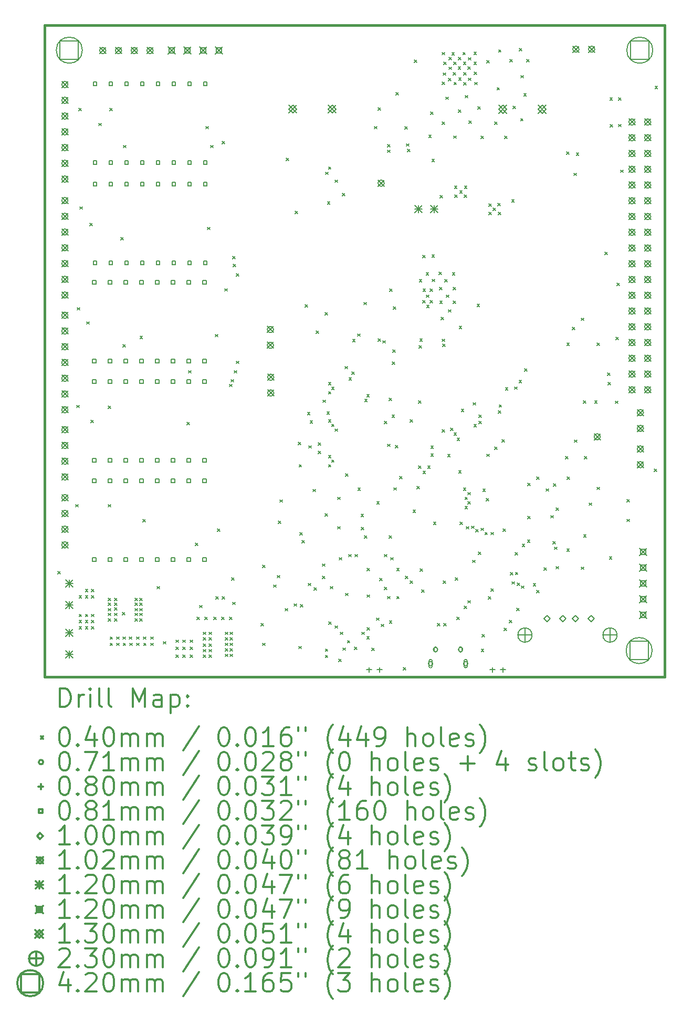
<source format=gbr>
%FSLAX45Y45*%
G04 Gerber Fmt 4.5, Leading zero omitted, Abs format (unit mm)*
G04 Created by KiCad (PCBNEW 4.0.2-stable) date 05/09/2016 12:28:49*
%MOMM*%
G01*
G04 APERTURE LIST*
%ADD10C,0.127000*%
%ADD11C,0.381000*%
%ADD12C,0.200000*%
%ADD13C,0.300000*%
G04 APERTURE END LIST*
D10*
D11*
X18020000Y-3690000D02*
X18020000Y-14190000D01*
X8020000Y-14190000D02*
X8020000Y-3690000D01*
X18020000Y-14190000D02*
X8020000Y-14190000D01*
X8021066Y-3686302D02*
X18021046Y-3686302D01*
D12*
X8237061Y-12490061D02*
X8276939Y-12529939D01*
X8276939Y-12490061D02*
X8237061Y-12529939D01*
X8527161Y-11410061D02*
X8567039Y-11449939D01*
X8567039Y-11410061D02*
X8527161Y-11449939D01*
X8539861Y-9809861D02*
X8579739Y-9849739D01*
X8579739Y-9809861D02*
X8539861Y-9849739D01*
X8552561Y-8235061D02*
X8592439Y-8274939D01*
X8592439Y-8235061D02*
X8552561Y-8274939D01*
X8577961Y-5021961D02*
X8617839Y-5061839D01*
X8617839Y-5021961D02*
X8577961Y-5061839D01*
X8580061Y-12880061D02*
X8619939Y-12919939D01*
X8619939Y-12880061D02*
X8580061Y-12919939D01*
X8580061Y-13180061D02*
X8619939Y-13219939D01*
X8619939Y-13180061D02*
X8580061Y-13219939D01*
X8580061Y-13280061D02*
X8619939Y-13319939D01*
X8619939Y-13280061D02*
X8580061Y-13319939D01*
X8580061Y-13380061D02*
X8619939Y-13419939D01*
X8619939Y-13380061D02*
X8580061Y-13419939D01*
X8590661Y-6609461D02*
X8630539Y-6649339D01*
X8630539Y-6609461D02*
X8590661Y-6649339D01*
X8680061Y-12780061D02*
X8719939Y-12819939D01*
X8719939Y-12780061D02*
X8680061Y-12819939D01*
X8680061Y-12880061D02*
X8719939Y-12919939D01*
X8719939Y-12880061D02*
X8680061Y-12919939D01*
X8680061Y-13180061D02*
X8719939Y-13219939D01*
X8719939Y-13180061D02*
X8680061Y-13219939D01*
X8680061Y-13280061D02*
X8719939Y-13319939D01*
X8719939Y-13280061D02*
X8680061Y-13319939D01*
X8680061Y-13380061D02*
X8719939Y-13419939D01*
X8719939Y-13380061D02*
X8680061Y-13419939D01*
X8704961Y-8463661D02*
X8744839Y-8503539D01*
X8744839Y-8463661D02*
X8704961Y-8503539D01*
X8755761Y-6876161D02*
X8795639Y-6916039D01*
X8795639Y-6876161D02*
X8755761Y-6916039D01*
X8768461Y-10051161D02*
X8808339Y-10091039D01*
X8808339Y-10051161D02*
X8768461Y-10091039D01*
X8780061Y-12780061D02*
X8819939Y-12819939D01*
X8819939Y-12780061D02*
X8780061Y-12819939D01*
X8780061Y-12880061D02*
X8819939Y-12919939D01*
X8819939Y-12880061D02*
X8780061Y-12919939D01*
X8780061Y-13180061D02*
X8819939Y-13219939D01*
X8819939Y-13180061D02*
X8780061Y-13219939D01*
X8780061Y-13280061D02*
X8819939Y-13319939D01*
X8819939Y-13280061D02*
X8780061Y-13319939D01*
X8780061Y-13380061D02*
X8819939Y-13419939D01*
X8819939Y-13380061D02*
X8780061Y-13419939D01*
X8895461Y-5263261D02*
X8935339Y-5303139D01*
X8935339Y-5263261D02*
X8895461Y-5303139D01*
X9047861Y-9822561D02*
X9087739Y-9862439D01*
X9087739Y-9822561D02*
X9047861Y-9862439D01*
X9047861Y-11410061D02*
X9087739Y-11449939D01*
X9087739Y-11410061D02*
X9047861Y-11449939D01*
X9047861Y-12921361D02*
X9087739Y-12961239D01*
X9087739Y-12921361D02*
X9047861Y-12961239D01*
X9047861Y-12997561D02*
X9087739Y-13037439D01*
X9087739Y-12997561D02*
X9047861Y-13037439D01*
X9047861Y-13086461D02*
X9087739Y-13126339D01*
X9087739Y-13086461D02*
X9047861Y-13126339D01*
X9047861Y-13162661D02*
X9087739Y-13202539D01*
X9087739Y-13162661D02*
X9047861Y-13202539D01*
X9047861Y-13251561D02*
X9087739Y-13291439D01*
X9087739Y-13251561D02*
X9047861Y-13291439D01*
X9073261Y-5021961D02*
X9113139Y-5061839D01*
X9113139Y-5021961D02*
X9073261Y-5061839D01*
X9080061Y-13545061D02*
X9119939Y-13584939D01*
X9119939Y-13545061D02*
X9080061Y-13584939D01*
X9080061Y-13645061D02*
X9119939Y-13684939D01*
X9119939Y-13645061D02*
X9080061Y-13684939D01*
X9149461Y-12921361D02*
X9189339Y-12961239D01*
X9189339Y-12921361D02*
X9149461Y-12961239D01*
X9149461Y-12997561D02*
X9189339Y-13037439D01*
X9189339Y-12997561D02*
X9149461Y-13037439D01*
X9149461Y-13073761D02*
X9189339Y-13113639D01*
X9189339Y-13073761D02*
X9149461Y-13113639D01*
X9149461Y-13162661D02*
X9189339Y-13202539D01*
X9189339Y-13162661D02*
X9149461Y-13202539D01*
X9149461Y-13251561D02*
X9189339Y-13291439D01*
X9189339Y-13251561D02*
X9149461Y-13291439D01*
X9185061Y-13545061D02*
X9224939Y-13584939D01*
X9224939Y-13545061D02*
X9185061Y-13584939D01*
X9185061Y-13645061D02*
X9224939Y-13684939D01*
X9224939Y-13645061D02*
X9185061Y-13684939D01*
X9251061Y-7104761D02*
X9290939Y-7144639D01*
X9290939Y-7104761D02*
X9251061Y-7144639D01*
X9276461Y-13149961D02*
X9316339Y-13189839D01*
X9316339Y-13149961D02*
X9276461Y-13189839D01*
X9289161Y-8831961D02*
X9329039Y-8871839D01*
X9329039Y-8831961D02*
X9289161Y-8871839D01*
X9289161Y-13543661D02*
X9329039Y-13583539D01*
X9329039Y-13543661D02*
X9289161Y-13583539D01*
X9290061Y-13645061D02*
X9329939Y-13684939D01*
X9329939Y-13645061D02*
X9290061Y-13684939D01*
X9297061Y-5620061D02*
X9336939Y-5659939D01*
X9336939Y-5620061D02*
X9297061Y-5659939D01*
X9390761Y-13543661D02*
X9430639Y-13583539D01*
X9430639Y-13543661D02*
X9390761Y-13583539D01*
X9395061Y-13645061D02*
X9434939Y-13684939D01*
X9434939Y-13645061D02*
X9395061Y-13684939D01*
X9479661Y-12921361D02*
X9519539Y-12961239D01*
X9519539Y-12921361D02*
X9479661Y-12961239D01*
X9479661Y-12997561D02*
X9519539Y-13037439D01*
X9519539Y-12997561D02*
X9479661Y-13037439D01*
X9479661Y-13086461D02*
X9519539Y-13126339D01*
X9519539Y-13086461D02*
X9479661Y-13126339D01*
X9479661Y-13162661D02*
X9519539Y-13202539D01*
X9519539Y-13162661D02*
X9479661Y-13202539D01*
X9479661Y-13251561D02*
X9519539Y-13291439D01*
X9519539Y-13251561D02*
X9479661Y-13291439D01*
X9505061Y-13543661D02*
X9544939Y-13583539D01*
X9544939Y-13543661D02*
X9505061Y-13583539D01*
X9505061Y-13645061D02*
X9544939Y-13684939D01*
X9544939Y-13645061D02*
X9505061Y-13684939D01*
X9555861Y-12921361D02*
X9595739Y-12961239D01*
X9595739Y-12921361D02*
X9555861Y-12961239D01*
X9555861Y-12997561D02*
X9595739Y-13037439D01*
X9595739Y-12997561D02*
X9555861Y-13037439D01*
X9555861Y-13086461D02*
X9595739Y-13126339D01*
X9595739Y-13086461D02*
X9555861Y-13126339D01*
X9555861Y-13162661D02*
X9595739Y-13202539D01*
X9595739Y-13162661D02*
X9555861Y-13202539D01*
X9555861Y-13251561D02*
X9595739Y-13291439D01*
X9595739Y-13251561D02*
X9555861Y-13291439D01*
X9560941Y-8697341D02*
X9600819Y-8737219D01*
X9600819Y-8697341D02*
X9560941Y-8737219D01*
X9607061Y-11654061D02*
X9646939Y-11693939D01*
X9646939Y-11654061D02*
X9607061Y-11693939D01*
X9619361Y-13543661D02*
X9659239Y-13583539D01*
X9659239Y-13543661D02*
X9619361Y-13583539D01*
X9620061Y-13645061D02*
X9659939Y-13684939D01*
X9659939Y-13645061D02*
X9620061Y-13684939D01*
X9733661Y-13543661D02*
X9773539Y-13583539D01*
X9773539Y-13543661D02*
X9733661Y-13583539D01*
X9733661Y-13645061D02*
X9773539Y-13684939D01*
X9773539Y-13645061D02*
X9733661Y-13684939D01*
X9835261Y-12730861D02*
X9875139Y-12770739D01*
X9875139Y-12730861D02*
X9835261Y-12770739D01*
X9936861Y-13619861D02*
X9976739Y-13659739D01*
X9976739Y-13619861D02*
X9936861Y-13659739D01*
X10140061Y-13594461D02*
X10179939Y-13634339D01*
X10179939Y-13594461D02*
X10140061Y-13634339D01*
X10140061Y-13708761D02*
X10179939Y-13748639D01*
X10179939Y-13708761D02*
X10140061Y-13748639D01*
X10140061Y-13835761D02*
X10179939Y-13875639D01*
X10179939Y-13835761D02*
X10140061Y-13875639D01*
X10254361Y-13594461D02*
X10294239Y-13634339D01*
X10294239Y-13594461D02*
X10254361Y-13634339D01*
X10254361Y-13708761D02*
X10294239Y-13748639D01*
X10294239Y-13708761D02*
X10254361Y-13748639D01*
X10254361Y-13835761D02*
X10294239Y-13875639D01*
X10294239Y-13835761D02*
X10254361Y-13875639D01*
X10318061Y-10087061D02*
X10357939Y-10126939D01*
X10357939Y-10087061D02*
X10318061Y-10126939D01*
X10343261Y-9251061D02*
X10383139Y-9290939D01*
X10383139Y-9251061D02*
X10343261Y-9290939D01*
X10368661Y-13594461D02*
X10408539Y-13634339D01*
X10408539Y-13594461D02*
X10368661Y-13634339D01*
X10368661Y-13708761D02*
X10408539Y-13748639D01*
X10408539Y-13708761D02*
X10368661Y-13748639D01*
X10368661Y-13835761D02*
X10408539Y-13875639D01*
X10408539Y-13835761D02*
X10368661Y-13875639D01*
X10457561Y-12032361D02*
X10497439Y-12072239D01*
X10497439Y-12032361D02*
X10457561Y-12072239D01*
X10482961Y-13226161D02*
X10522839Y-13266039D01*
X10522839Y-13226161D02*
X10482961Y-13266039D01*
X10521061Y-13035661D02*
X10560939Y-13075539D01*
X10560939Y-13035661D02*
X10521061Y-13075539D01*
X10584561Y-13467461D02*
X10624439Y-13507339D01*
X10624439Y-13467461D02*
X10584561Y-13507339D01*
X10584561Y-13556361D02*
X10624439Y-13596239D01*
X10624439Y-13556361D02*
X10584561Y-13596239D01*
X10584561Y-13657961D02*
X10624439Y-13697839D01*
X10624439Y-13657961D02*
X10584561Y-13697839D01*
X10584561Y-13746861D02*
X10624439Y-13786739D01*
X10624439Y-13746861D02*
X10584561Y-13786739D01*
X10584561Y-13835761D02*
X10624439Y-13875639D01*
X10624439Y-13835761D02*
X10584561Y-13875639D01*
X10609961Y-13226161D02*
X10649839Y-13266039D01*
X10649839Y-13226161D02*
X10609961Y-13266039D01*
X10622661Y-5314061D02*
X10662539Y-5353939D01*
X10662539Y-5314061D02*
X10622661Y-5353939D01*
X10648061Y-6939661D02*
X10687939Y-6979539D01*
X10687939Y-6939661D02*
X10648061Y-6979539D01*
X10673461Y-13467461D02*
X10713339Y-13507339D01*
X10713339Y-13467461D02*
X10673461Y-13507339D01*
X10673461Y-13556361D02*
X10713339Y-13596239D01*
X10713339Y-13556361D02*
X10673461Y-13596239D01*
X10673461Y-13657961D02*
X10713339Y-13697839D01*
X10713339Y-13657961D02*
X10673461Y-13697839D01*
X10673461Y-13746861D02*
X10713339Y-13786739D01*
X10713339Y-13746861D02*
X10673461Y-13786739D01*
X10673461Y-13835761D02*
X10713339Y-13875639D01*
X10713339Y-13835761D02*
X10673461Y-13875639D01*
X10698861Y-5618861D02*
X10738739Y-5658739D01*
X10738739Y-5618861D02*
X10698861Y-5658739D01*
X10749661Y-13226161D02*
X10789539Y-13266039D01*
X10789539Y-13226161D02*
X10749661Y-13266039D01*
X10775061Y-8666861D02*
X10814939Y-8706739D01*
X10814939Y-8666861D02*
X10775061Y-8706739D01*
X10787761Y-12895961D02*
X10827639Y-12935839D01*
X10827639Y-12895961D02*
X10787761Y-12935839D01*
X10813161Y-11803761D02*
X10853039Y-11843639D01*
X10853039Y-11803761D02*
X10813161Y-11843639D01*
X10876661Y-13226161D02*
X10916539Y-13266039D01*
X10916539Y-13226161D02*
X10876661Y-13266039D01*
X10889361Y-5555361D02*
X10929239Y-5595239D01*
X10929239Y-5555361D02*
X10889361Y-5595239D01*
X10889361Y-12895961D02*
X10929239Y-12935839D01*
X10929239Y-12895961D02*
X10889361Y-12935839D01*
X10927461Y-7930261D02*
X10967339Y-7970139D01*
X10967339Y-7930261D02*
X10927461Y-7970139D01*
X10940161Y-13467461D02*
X10980039Y-13507339D01*
X10980039Y-13467461D02*
X10940161Y-13507339D01*
X10940161Y-13556361D02*
X10980039Y-13596239D01*
X10980039Y-13556361D02*
X10940161Y-13596239D01*
X10940161Y-13645261D02*
X10980039Y-13685139D01*
X10980039Y-13645261D02*
X10940161Y-13685139D01*
X10940161Y-13734161D02*
X10980039Y-13774039D01*
X10980039Y-13734161D02*
X10940161Y-13774039D01*
X10940161Y-13823061D02*
X10980039Y-13862939D01*
X10980039Y-13823061D02*
X10940161Y-13862939D01*
X11003661Y-13226161D02*
X11043539Y-13266039D01*
X11043539Y-13226161D02*
X11003661Y-13266039D01*
X11007061Y-9473061D02*
X11046939Y-9512939D01*
X11046939Y-9473061D02*
X11007061Y-9512939D01*
X11016361Y-13467461D02*
X11056239Y-13507339D01*
X11056239Y-13467461D02*
X11016361Y-13507339D01*
X11016361Y-13556361D02*
X11056239Y-13596239D01*
X11056239Y-13556361D02*
X11016361Y-13596239D01*
X11016361Y-13645261D02*
X11056239Y-13685139D01*
X11056239Y-13645261D02*
X11016361Y-13685139D01*
X11016361Y-13734161D02*
X11056239Y-13774039D01*
X11056239Y-13734161D02*
X11016361Y-13774039D01*
X11016361Y-13823061D02*
X11056239Y-13862939D01*
X11056239Y-13823061D02*
X11016361Y-13862939D01*
X11033261Y-9396061D02*
X11073139Y-9435939D01*
X11073139Y-9396061D02*
X11033261Y-9435939D01*
X11041761Y-12591161D02*
X11081639Y-12631039D01*
X11081639Y-12591161D02*
X11041761Y-12631039D01*
X11054461Y-7409561D02*
X11094339Y-7449439D01*
X11094339Y-7409561D02*
X11054461Y-7449439D01*
X11054461Y-12984861D02*
X11094339Y-13024739D01*
X11094339Y-12984861D02*
X11054461Y-13024739D01*
X11067161Y-7536561D02*
X11107039Y-7576439D01*
X11107039Y-7536561D02*
X11067161Y-7576439D01*
X11079861Y-9251061D02*
X11119739Y-9290939D01*
X11119739Y-9251061D02*
X11079861Y-9290939D01*
X11117961Y-7688961D02*
X11157839Y-7728839D01*
X11157839Y-7688961D02*
X11117961Y-7728839D01*
X11117961Y-9098661D02*
X11157839Y-9138539D01*
X11157839Y-9098661D02*
X11117961Y-9138539D01*
X11511661Y-13327761D02*
X11551539Y-13367639D01*
X11551539Y-13327761D02*
X11511661Y-13367639D01*
X11537061Y-12387961D02*
X11576939Y-12427839D01*
X11576939Y-12387961D02*
X11537061Y-12427839D01*
X11537061Y-13645261D02*
X11576939Y-13685139D01*
X11576939Y-13645261D02*
X11537061Y-13685139D01*
X11714861Y-12705461D02*
X11754739Y-12745339D01*
X11754739Y-12705461D02*
X11714861Y-12745339D01*
X11778361Y-12553061D02*
X11818239Y-12592939D01*
X11818239Y-12553061D02*
X11778361Y-12592939D01*
X11791061Y-11676761D02*
X11830939Y-11716639D01*
X11830939Y-11676761D02*
X11791061Y-11716639D01*
X11816461Y-11333861D02*
X11856339Y-11373739D01*
X11856339Y-11333861D02*
X11816461Y-11373739D01*
X11905361Y-13086461D02*
X11945239Y-13126339D01*
X11945239Y-13086461D02*
X11905361Y-13126339D01*
X11920601Y-5824601D02*
X11960479Y-5864479D01*
X11960479Y-5824601D02*
X11920601Y-5864479D01*
X12045061Y-13010261D02*
X12084939Y-13050139D01*
X12084939Y-13010261D02*
X12045061Y-13050139D01*
X12065061Y-6685061D02*
X12104939Y-6724939D01*
X12104939Y-6685061D02*
X12065061Y-6724939D01*
X12115061Y-10405061D02*
X12154939Y-10444939D01*
X12154939Y-10405061D02*
X12115061Y-10444939D01*
X12121261Y-13696061D02*
X12161139Y-13735939D01*
X12161139Y-13696061D02*
X12121261Y-13735939D01*
X12126087Y-10766425D02*
X12165965Y-10806303D01*
X12165965Y-10766425D02*
X12126087Y-10806303D01*
X12142061Y-11865061D02*
X12181939Y-11904939D01*
X12181939Y-11865061D02*
X12142061Y-11904939D01*
X12148061Y-13023061D02*
X12187939Y-13062939D01*
X12187939Y-13023061D02*
X12148061Y-13062939D01*
X12176125Y-11991213D02*
X12216003Y-12031091D01*
X12216003Y-11991213D02*
X12176125Y-12031091D01*
X12225061Y-8190061D02*
X12264939Y-8229939D01*
X12264939Y-8190061D02*
X12225061Y-8229939D01*
X12262061Y-9927061D02*
X12301939Y-9966939D01*
X12301939Y-9927061D02*
X12262061Y-9966939D01*
X12274061Y-12680061D02*
X12313939Y-12719939D01*
X12313939Y-12680061D02*
X12274061Y-12719939D01*
X12283061Y-10462061D02*
X12322939Y-10501939D01*
X12322939Y-10462061D02*
X12283061Y-10501939D01*
X12305061Y-10061061D02*
X12344939Y-10100939D01*
X12344939Y-10061061D02*
X12305061Y-10100939D01*
X12351131Y-11166221D02*
X12391009Y-11206099D01*
X12391009Y-11166221D02*
X12351131Y-11206099D01*
X12369061Y-12755061D02*
X12408939Y-12794939D01*
X12408939Y-12755061D02*
X12369061Y-12794939D01*
X12400061Y-8615061D02*
X12439939Y-8654939D01*
X12439939Y-8615061D02*
X12400061Y-8654939D01*
X12433061Y-10413061D02*
X12472939Y-10452939D01*
X12472939Y-10413061D02*
X12433061Y-10452939D01*
X12434061Y-10552061D02*
X12473939Y-10591939D01*
X12473939Y-10552061D02*
X12434061Y-10591939D01*
X12501245Y-12366371D02*
X12541123Y-12406249D01*
X12541123Y-12366371D02*
X12501245Y-12406249D01*
X12501245Y-12566269D02*
X12541123Y-12606147D01*
X12541123Y-12566269D02*
X12501245Y-12606147D01*
X12515061Y-9725061D02*
X12554939Y-9764939D01*
X12554939Y-9725061D02*
X12515061Y-9764939D01*
X12545061Y-8315061D02*
X12584939Y-8354939D01*
X12584939Y-8315061D02*
X12545061Y-8354939D01*
X12545061Y-11560061D02*
X12584939Y-11599939D01*
X12584939Y-11560061D02*
X12545061Y-11599939D01*
X12549061Y-13738061D02*
X12588939Y-13777939D01*
X12588939Y-13738061D02*
X12549061Y-13777939D01*
X12549061Y-13841061D02*
X12588939Y-13880939D01*
X12588939Y-13841061D02*
X12549061Y-13880939D01*
X12553061Y-6050661D02*
X12592939Y-6090539D01*
X12592939Y-6050661D02*
X12553061Y-6090539D01*
X12576175Y-9916287D02*
X12616053Y-9956165D01*
X12616053Y-9916287D02*
X12576175Y-9956165D01*
X12583061Y-6529061D02*
X12622939Y-6568939D01*
X12622939Y-6529061D02*
X12583061Y-6568939D01*
X12601067Y-5966333D02*
X12640945Y-6006211D01*
X12640945Y-5966333D02*
X12601067Y-6006211D01*
X12601067Y-9441307D02*
X12640945Y-9481185D01*
X12640945Y-9441307D02*
X12601067Y-9481185D01*
X12601067Y-9591421D02*
X12640945Y-9631299D01*
X12640945Y-9591421D02*
X12601067Y-9631299D01*
X12601067Y-10041255D02*
X12640945Y-10081133D01*
X12640945Y-10041255D02*
X12601067Y-10081133D01*
X12601067Y-10616311D02*
X12640945Y-10656189D01*
X12640945Y-10616311D02*
X12601067Y-10656189D01*
X12601067Y-10766425D02*
X12640945Y-10806303D01*
X12640945Y-10766425D02*
X12601067Y-10806303D01*
X12603861Y-13300061D02*
X12643739Y-13339939D01*
X12643739Y-13300061D02*
X12603861Y-13339939D01*
X12629261Y-12730861D02*
X12669139Y-12770739D01*
X12669139Y-12730861D02*
X12629261Y-12770739D01*
X12651105Y-9516237D02*
X12690983Y-9556115D01*
X12690983Y-9516237D02*
X12651105Y-9556115D01*
X12651105Y-10116439D02*
X12690983Y-10156317D01*
X12690983Y-10116439D02*
X12651105Y-10156317D01*
X12651105Y-10691241D02*
X12690983Y-10731119D01*
X12690983Y-10691241D02*
X12651105Y-10731119D01*
X12705461Y-6177661D02*
X12745339Y-6217539D01*
X12745339Y-6177661D02*
X12705461Y-6217539D01*
X12705461Y-13365861D02*
X12745339Y-13405739D01*
X12745339Y-13365861D02*
X12705461Y-13405739D01*
X12708061Y-10191061D02*
X12747939Y-10230939D01*
X12747939Y-10191061D02*
X12708061Y-10230939D01*
X12751181Y-11291189D02*
X12791059Y-11331067D01*
X12791059Y-11291189D02*
X12751181Y-11331067D01*
X12751181Y-11766423D02*
X12791059Y-11806301D01*
X12791059Y-11766423D02*
X12751181Y-11806301D01*
X12765061Y-13905061D02*
X12804939Y-13944939D01*
X12804939Y-13905061D02*
X12765061Y-13944939D01*
X12776073Y-12266295D02*
X12815951Y-12306173D01*
X12815951Y-12266295D02*
X12776073Y-12306173D01*
X12794361Y-13467461D02*
X12834239Y-13507339D01*
X12834239Y-13467461D02*
X12794361Y-13507339D01*
X12826111Y-6391275D02*
X12865989Y-6431153D01*
X12865989Y-6391275D02*
X12826111Y-6431153D01*
X12832461Y-13721461D02*
X12872339Y-13761339D01*
X12872339Y-13721461D02*
X12832461Y-13761339D01*
X12867388Y-9185061D02*
X12907266Y-9224939D01*
X12907266Y-9185061D02*
X12867388Y-9224939D01*
X12876149Y-10916285D02*
X12916027Y-10956163D01*
X12916027Y-10916285D02*
X12876149Y-10956163D01*
X12876149Y-12841351D02*
X12916027Y-12881229D01*
X12916027Y-12841351D02*
X12876149Y-12881229D01*
X12906061Y-13603061D02*
X12945939Y-13642939D01*
X12945939Y-13603061D02*
X12906061Y-13642939D01*
X12926187Y-12216257D02*
X12966065Y-12256135D01*
X12966065Y-12216257D02*
X12926187Y-12256135D01*
X12930061Y-9365061D02*
X12969939Y-9404939D01*
X12969939Y-9365061D02*
X12930061Y-9404939D01*
X12980061Y-9275061D02*
X13019939Y-9314939D01*
X13019939Y-9275061D02*
X12980061Y-9314939D01*
X12990061Y-8750061D02*
X13029939Y-8789939D01*
X13029939Y-8750061D02*
X12990061Y-8789939D01*
X13022961Y-13708761D02*
X13062839Y-13748639D01*
X13062839Y-13708761D02*
X13022961Y-13748639D01*
X13026009Y-12216257D02*
X13065887Y-12256135D01*
X13065887Y-12216257D02*
X13026009Y-12256135D01*
X13070061Y-8660061D02*
X13109939Y-8699939D01*
X13109939Y-8660061D02*
X13070061Y-8699939D01*
X13076047Y-11141329D02*
X13115925Y-11181207D01*
X13115925Y-11141329D02*
X13076047Y-11181207D01*
X13126085Y-11566271D02*
X13165963Y-11606149D01*
X13165963Y-11566271D02*
X13126085Y-11606149D01*
X13130061Y-11780061D02*
X13169939Y-11819939D01*
X13169939Y-11780061D02*
X13130061Y-11819939D01*
X13137261Y-13467461D02*
X13177139Y-13507339D01*
X13177139Y-13467461D02*
X13137261Y-13507339D01*
X13175061Y-8150061D02*
X13214939Y-8189939D01*
X13214939Y-8150061D02*
X13175061Y-8189939D01*
X13181203Y-11916283D02*
X13221081Y-11956161D01*
X13221081Y-11916283D02*
X13181203Y-11956161D01*
X13185061Y-9715061D02*
X13224939Y-9754939D01*
X13224939Y-9715061D02*
X13185061Y-9754939D01*
X13218061Y-13538061D02*
X13257939Y-13577939D01*
X13257939Y-13538061D02*
X13218061Y-13577939D01*
X13220061Y-9635061D02*
X13259939Y-9674939D01*
X13259939Y-9635061D02*
X13220061Y-9674939D01*
X13222061Y-13395061D02*
X13261939Y-13434939D01*
X13261939Y-13395061D02*
X13222061Y-13434939D01*
X13226161Y-12441301D02*
X13266039Y-12481179D01*
X13266039Y-12441301D02*
X13226161Y-12481179D01*
X13226161Y-12866243D02*
X13266039Y-12906121D01*
X13266039Y-12866243D02*
X13226161Y-12906121D01*
X13298061Y-13728061D02*
X13337939Y-13767939D01*
X13337939Y-13728061D02*
X13298061Y-13767939D01*
X13342239Y-5315331D02*
X13382117Y-5355209D01*
X13382117Y-5315331D02*
X13342239Y-5355209D01*
X13378561Y-13238861D02*
X13418439Y-13278739D01*
X13418439Y-13238861D02*
X13378561Y-13278739D01*
X13379061Y-11362061D02*
X13418939Y-11401939D01*
X13418939Y-11362061D02*
X13379061Y-11401939D01*
X13399135Y-5013325D02*
X13439013Y-5053203D01*
X13439013Y-5013325D02*
X13399135Y-5053203D01*
X13400061Y-8740061D02*
X13439939Y-8779939D01*
X13439939Y-8740061D02*
X13400061Y-8779939D01*
X13423691Y-12598021D02*
X13463569Y-12637899D01*
X13463569Y-12598021D02*
X13423691Y-12637899D01*
X13454761Y-13340461D02*
X13494639Y-13380339D01*
X13494639Y-13340461D02*
X13454761Y-13380339D01*
X13480061Y-8770061D02*
X13519939Y-8809939D01*
X13519939Y-8770061D02*
X13480061Y-8809939D01*
X13501243Y-10066401D02*
X13541121Y-10106279D01*
X13541121Y-10066401D02*
X13501243Y-10106279D01*
X13501243Y-12216257D02*
X13541121Y-12256135D01*
X13541121Y-12216257D02*
X13501243Y-12256135D01*
X13501243Y-12741275D02*
X13541121Y-12781153D01*
X13541121Y-12741275D02*
X13501243Y-12781153D01*
X13551027Y-10436225D02*
X13590905Y-10476103D01*
X13590905Y-10436225D02*
X13551027Y-10476103D01*
X13551027Y-12891389D02*
X13590905Y-12931267D01*
X13590905Y-12891389D02*
X13551027Y-12931267D01*
X13556361Y-5606161D02*
X13596239Y-5646039D01*
X13596239Y-5606161D02*
X13556361Y-5646039D01*
X13556361Y-5695061D02*
X13596239Y-5734939D01*
X13596239Y-5695061D02*
X13556361Y-5734939D01*
X13576173Y-11916283D02*
X13616051Y-11956161D01*
X13616051Y-11916283D02*
X13576173Y-11956161D01*
X13580061Y-9695061D02*
X13619939Y-9734939D01*
X13619939Y-9695061D02*
X13580061Y-9734939D01*
X13583457Y-13288393D02*
X13623335Y-13328271D01*
X13623335Y-13288393D02*
X13583457Y-13328271D01*
X13590061Y-7935061D02*
X13629939Y-7974939D01*
X13629939Y-7935061D02*
X13590061Y-7974939D01*
X13604031Y-12266551D02*
X13643909Y-12306429D01*
X13643909Y-12266551D02*
X13604031Y-12306429D01*
X13626211Y-9966325D02*
X13666089Y-10006203D01*
X13666089Y-9966325D02*
X13626211Y-10006203D01*
X13630061Y-9109061D02*
X13669939Y-9148939D01*
X13669939Y-9109061D02*
X13630061Y-9148939D01*
X13638061Y-8918061D02*
X13677939Y-8957939D01*
X13677939Y-8918061D02*
X13638061Y-8957939D01*
X13645061Y-8225061D02*
X13684939Y-8264939D01*
X13684939Y-8225061D02*
X13645061Y-8264939D01*
X13655061Y-11140061D02*
X13694939Y-11179939D01*
X13694939Y-11140061D02*
X13655061Y-11179939D01*
X13681075Y-10456291D02*
X13720953Y-10496169D01*
X13720953Y-10456291D02*
X13681075Y-10496169D01*
X13691235Y-4771263D02*
X13731113Y-4811141D01*
X13731113Y-4771263D02*
X13691235Y-4811141D01*
X13701141Y-12441301D02*
X13741019Y-12481179D01*
X13741019Y-12441301D02*
X13701141Y-12481179D01*
X13701141Y-12891389D02*
X13741019Y-12931267D01*
X13741019Y-12891389D02*
X13701141Y-12931267D01*
X13751061Y-10956061D02*
X13790939Y-10995939D01*
X13790939Y-10956061D02*
X13751061Y-10995939D01*
X13810361Y-14038961D02*
X13850239Y-14078839D01*
X13850239Y-14038961D02*
X13810361Y-14078839D01*
X13832205Y-5320411D02*
X13872083Y-5360289D01*
X13872083Y-5320411D02*
X13832205Y-5360289D01*
X13841095Y-12565507D02*
X13880973Y-12605385D01*
X13880973Y-12565507D02*
X13841095Y-12605385D01*
X13861161Y-5593461D02*
X13901039Y-5633339D01*
X13901039Y-5593461D02*
X13861161Y-5633339D01*
X13873861Y-5682361D02*
X13913739Y-5722239D01*
X13913739Y-5682361D02*
X13873861Y-5722239D01*
X13915061Y-10045061D02*
X13954939Y-10084939D01*
X13954939Y-10045061D02*
X13915061Y-10084939D01*
X13920061Y-12641061D02*
X13959939Y-12680939D01*
X13959939Y-12641061D02*
X13920061Y-12680939D01*
X13963061Y-11499061D02*
X14002939Y-11538939D01*
X14002939Y-11499061D02*
X13963061Y-11538939D01*
X13986129Y-4246245D02*
X14026007Y-4286123D01*
X14026007Y-4246245D02*
X13986129Y-4286123D01*
X14030061Y-11120061D02*
X14069939Y-11159939D01*
X14069939Y-11120061D02*
X14030061Y-11159939D01*
X14051153Y-9736201D02*
X14091031Y-9776079D01*
X14091031Y-9736201D02*
X14051153Y-9776079D01*
X14051153Y-10791317D02*
X14091031Y-10831195D01*
X14091031Y-10791317D02*
X14051153Y-10831195D01*
X14062061Y-8852061D02*
X14101939Y-8891939D01*
X14101939Y-8852061D02*
X14062061Y-8891939D01*
X14066139Y-7784211D02*
X14106017Y-7824089D01*
X14106017Y-7784211D02*
X14066139Y-7824089D01*
X14074061Y-8740061D02*
X14113939Y-8779939D01*
X14113939Y-8740061D02*
X14074061Y-8779939D01*
X14081125Y-12446381D02*
X14121003Y-12486259D01*
X14121003Y-12446381D02*
X14081125Y-12486259D01*
X14105061Y-12785061D02*
X14144939Y-12824939D01*
X14144939Y-12785061D02*
X14105061Y-12824939D01*
X14120241Y-8122285D02*
X14160119Y-8162163D01*
X14160119Y-8122285D02*
X14120241Y-8162163D01*
X14121061Y-7391061D02*
X14160939Y-7430939D01*
X14160939Y-7391061D02*
X14121061Y-7430939D01*
X14124731Y-10872853D02*
X14164609Y-10912731D01*
X14164609Y-10872853D02*
X14124731Y-10912731D01*
X14125067Y-7932293D02*
X14164945Y-7972171D01*
X14164945Y-7932293D02*
X14125067Y-7972171D01*
X14176121Y-7671435D02*
X14215999Y-7711313D01*
X14215999Y-7671435D02*
X14176121Y-7711313D01*
X14178153Y-8033385D02*
X14218031Y-8073263D01*
X14218031Y-8033385D02*
X14178153Y-8073263D01*
X14184249Y-8199247D02*
X14224127Y-8239125D01*
X14224127Y-8199247D02*
X14184249Y-8239125D01*
X14201013Y-10791317D02*
X14240891Y-10831195D01*
X14240891Y-10791317D02*
X14201013Y-10831195D01*
X14219301Y-5456301D02*
X14259179Y-5496179D01*
X14259179Y-5456301D02*
X14219301Y-5496179D01*
X14240129Y-8120253D02*
X14280007Y-8160131D01*
X14280007Y-8120253D02*
X14240129Y-8160131D01*
X14241145Y-7933309D02*
X14281023Y-7973187D01*
X14281023Y-7933309D02*
X14241145Y-7973187D01*
X14247241Y-5080381D02*
X14287119Y-5120259D01*
X14287119Y-5080381D02*
X14247241Y-5120259D01*
X14251051Y-10466197D02*
X14290929Y-10506075D01*
X14290929Y-10466197D02*
X14251051Y-10506075D01*
X14251051Y-10591419D02*
X14290929Y-10631297D01*
X14290929Y-10591419D02*
X14251051Y-10631297D01*
X14268061Y-5846061D02*
X14307939Y-5885939D01*
X14307939Y-5846061D02*
X14268061Y-5885939D01*
X14268061Y-7387061D02*
X14307939Y-7426939D01*
X14307939Y-7387061D02*
X14268061Y-7426939D01*
X14271117Y-7779385D02*
X14310995Y-7819263D01*
X14310995Y-7779385D02*
X14271117Y-7819263D01*
X14295061Y-11693061D02*
X14334939Y-11732939D01*
X14334939Y-11693061D02*
X14295061Y-11732939D01*
X14356461Y-13327761D02*
X14396339Y-13367639D01*
X14396339Y-13327761D02*
X14356461Y-13367639D01*
X14384147Y-7664323D02*
X14424025Y-7704201D01*
X14424025Y-7664323D02*
X14384147Y-7704201D01*
X14390243Y-7910195D02*
X14430121Y-7950073D01*
X14430121Y-7910195D02*
X14390243Y-7950073D01*
X14397101Y-8129397D02*
X14436979Y-8169275D01*
X14436979Y-8129397D02*
X14397101Y-8169275D01*
X14399061Y-6427061D02*
X14438939Y-6466939D01*
X14438939Y-6427061D02*
X14399061Y-6466939D01*
X14416151Y-8390255D02*
X14456029Y-8430133D01*
X14456029Y-8390255D02*
X14416151Y-8430133D01*
X14432071Y-10201785D02*
X14471949Y-10241663D01*
X14471949Y-10201785D02*
X14432071Y-10241663D01*
X14432153Y-4121277D02*
X14472031Y-4161155D01*
X14472031Y-4121277D02*
X14432153Y-4161155D01*
X14435061Y-8743061D02*
X14474939Y-8782939D01*
X14474939Y-8743061D02*
X14435061Y-8782939D01*
X14435201Y-5240401D02*
X14475079Y-5280279D01*
X14475079Y-5240401D02*
X14435201Y-5280279D01*
X14436725Y-4600067D02*
X14476603Y-4639945D01*
X14476603Y-4600067D02*
X14436725Y-4639945D01*
X14440061Y-8827061D02*
X14479939Y-8866939D01*
X14479939Y-8827061D02*
X14440061Y-8866939D01*
X14450061Y-12643061D02*
X14489939Y-12682939D01*
X14489939Y-12643061D02*
X14450061Y-12682939D01*
X14450441Y-4451477D02*
X14490319Y-4491355D01*
X14490319Y-4451477D02*
X14450441Y-4491355D01*
X14458061Y-13327761D02*
X14497939Y-13367639D01*
X14497939Y-13327761D02*
X14458061Y-13367639D01*
X14461871Y-4280027D02*
X14501749Y-4319905D01*
X14501749Y-4280027D02*
X14461871Y-4319905D01*
X14479143Y-7780401D02*
X14519021Y-7820279D01*
X14519021Y-7780401D02*
X14479143Y-7820279D01*
X14496161Y-4841621D02*
X14536039Y-4881499D01*
X14536039Y-4841621D02*
X14496161Y-4881499D01*
X14502003Y-8032369D02*
X14541881Y-8072247D01*
X14541881Y-8032369D02*
X14502003Y-8072247D01*
X14524061Y-10605061D02*
X14563939Y-10644939D01*
X14563939Y-10605061D02*
X14524061Y-10644939D01*
X14535023Y-8270367D02*
X14574901Y-8310245D01*
X14574901Y-8270367D02*
X14535023Y-8310245D01*
X14538579Y-4537329D02*
X14578457Y-4577207D01*
X14578457Y-4537329D02*
X14538579Y-4577207D01*
X14541881Y-4201287D02*
X14581759Y-4241165D01*
X14581759Y-4201287D02*
X14541881Y-4241165D01*
X14543151Y-4357751D02*
X14583029Y-4397629D01*
X14583029Y-4357751D02*
X14543151Y-4397629D01*
X14572061Y-10181061D02*
X14611939Y-10220939D01*
X14611939Y-10181061D02*
X14572061Y-10220939D01*
X14591157Y-4124579D02*
X14631035Y-4164457D01*
X14631035Y-4124579D02*
X14591157Y-4164457D01*
X14600047Y-7670419D02*
X14639925Y-7710297D01*
X14639925Y-7670419D02*
X14600047Y-7710297D01*
X14609191Y-7912227D02*
X14649069Y-7952105D01*
X14649069Y-7912227D02*
X14609191Y-7952105D01*
X14609191Y-8127365D02*
X14649069Y-8167243D01*
X14649069Y-8127365D02*
X14609191Y-8167243D01*
X14611731Y-4445889D02*
X14651609Y-4485767D01*
X14651609Y-4445889D02*
X14611731Y-4485767D01*
X14618081Y-5466461D02*
X14657959Y-5506339D01*
X14657959Y-5466461D02*
X14618081Y-5506339D01*
X14620875Y-4280027D02*
X14660753Y-4319905D01*
X14660753Y-4280027D02*
X14620875Y-4319905D01*
X14624061Y-10253061D02*
X14663939Y-10292939D01*
X14663939Y-10253061D02*
X14624061Y-10292939D01*
X14625447Y-4604639D02*
X14665325Y-4644517D01*
X14665325Y-4604639D02*
X14625447Y-4644517D01*
X14634061Y-6274061D02*
X14673939Y-6313939D01*
X14673939Y-6274061D02*
X14634061Y-6313939D01*
X14639061Y-6422061D02*
X14678939Y-6461939D01*
X14678939Y-6422061D02*
X14639061Y-6461939D01*
X14648561Y-12591161D02*
X14688439Y-12631039D01*
X14688439Y-12591161D02*
X14648561Y-12631039D01*
X14673961Y-13226161D02*
X14713839Y-13266039D01*
X14713839Y-13226161D02*
X14673961Y-13266039D01*
X14676247Y-10341229D02*
X14716125Y-10381107D01*
X14716125Y-10341229D02*
X14676247Y-10381107D01*
X14691233Y-4356227D02*
X14731111Y-4396105D01*
X14731111Y-4356227D02*
X14691233Y-4396105D01*
X14694281Y-5047361D02*
X14734159Y-5087239D01*
X14734159Y-5047361D02*
X14694281Y-5087239D01*
X14697329Y-4199001D02*
X14737207Y-4238879D01*
X14737207Y-4199001D02*
X14697329Y-4238879D01*
X14701139Y-10866247D02*
X14741017Y-10906125D01*
X14741017Y-10866247D02*
X14701139Y-10906125D01*
X14701901Y-4533773D02*
X14741779Y-4573651D01*
X14741779Y-4533773D02*
X14701901Y-4573651D01*
X14710029Y-8536305D02*
X14749907Y-8576183D01*
X14749907Y-8536305D02*
X14710029Y-8576183D01*
X14717121Y-6350161D02*
X14756999Y-6390039D01*
X14756999Y-6350161D02*
X14717121Y-6390039D01*
X14721061Y-11692061D02*
X14760939Y-11731939D01*
X14760939Y-11692061D02*
X14721061Y-11731939D01*
X14742713Y-9872855D02*
X14782591Y-9912733D01*
X14782591Y-9872855D02*
X14742713Y-9912733D01*
X14768195Y-4120007D02*
X14808073Y-4159885D01*
X14808073Y-4120007D02*
X14768195Y-4159885D01*
X14776069Y-11141329D02*
X14815947Y-11181207D01*
X14815947Y-11141329D02*
X14776069Y-11181207D01*
X14776323Y-4279011D02*
X14816201Y-4318889D01*
X14816201Y-4279011D02*
X14776323Y-4318889D01*
X14784197Y-4448175D02*
X14824075Y-4488053D01*
X14824075Y-4448175D02*
X14784197Y-4488053D01*
X14784197Y-4609211D02*
X14824075Y-4649089D01*
X14824075Y-4609211D02*
X14784197Y-4649089D01*
X14788261Y-13048361D02*
X14828139Y-13088239D01*
X14828139Y-13048361D02*
X14788261Y-13088239D01*
X14790061Y-6420061D02*
X14829939Y-6459939D01*
X14829939Y-6420061D02*
X14790061Y-6459939D01*
X14793061Y-6274061D02*
X14832939Y-6313939D01*
X14832939Y-6274061D02*
X14793061Y-6313939D01*
X14801215Y-11291189D02*
X14841093Y-11331067D01*
X14841093Y-11291189D02*
X14801215Y-11331067D01*
X14801215Y-11441303D02*
X14841093Y-11481181D01*
X14841093Y-11441303D02*
X14801215Y-11481181D01*
X14806041Y-4816221D02*
X14845919Y-4856099D01*
X14845919Y-4816221D02*
X14806041Y-4856099D01*
X14826107Y-11766423D02*
X14865985Y-11806301D01*
X14865985Y-11766423D02*
X14826107Y-11806301D01*
X14849475Y-4354449D02*
X14889353Y-4394327D01*
X14889353Y-4354449D02*
X14849475Y-4394327D01*
X14851253Y-11216259D02*
X14891131Y-11256137D01*
X14891131Y-11216259D02*
X14851253Y-11256137D01*
X14851253Y-11366373D02*
X14891131Y-11406251D01*
X14891131Y-11366373D02*
X14851253Y-11406251D01*
X14851761Y-12959461D02*
X14891639Y-12999339D01*
X14891639Y-12959461D02*
X14851761Y-12999339D01*
X14857349Y-4205859D02*
X14897227Y-4245737D01*
X14897227Y-4205859D02*
X14857349Y-4245737D01*
X14857349Y-4536059D02*
X14897227Y-4575937D01*
X14897227Y-4536059D02*
X14857349Y-4575937D01*
X14864461Y-5227701D02*
X14904339Y-5267579D01*
X14904339Y-5227701D02*
X14864461Y-5267579D01*
X14911061Y-11757061D02*
X14950939Y-11796939D01*
X14950939Y-11757061D02*
X14911061Y-11796939D01*
X14928061Y-12308061D02*
X14967939Y-12347939D01*
X14967939Y-12308061D02*
X14928061Y-12347939D01*
X14934061Y-9768061D02*
X14973939Y-9807939D01*
X14973939Y-9768061D02*
X14934061Y-9807939D01*
X14945487Y-4277741D02*
X14985365Y-4317619D01*
X14985365Y-4277741D02*
X14945487Y-4317619D01*
X14946061Y-10120061D02*
X14985939Y-10159939D01*
X14985939Y-10120061D02*
X14946061Y-10159939D01*
X14946503Y-4117721D02*
X14986381Y-4157599D01*
X14986381Y-4117721D02*
X14946503Y-4157599D01*
X14951075Y-4441317D02*
X14990953Y-4481195D01*
X14990953Y-4441317D02*
X14951075Y-4481195D01*
X14961489Y-4602353D02*
X15001367Y-4642231D01*
X15001367Y-4602353D02*
X14961489Y-4642231D01*
X14977061Y-11810061D02*
X15016939Y-11849939D01*
X15016939Y-11810061D02*
X14977061Y-11849939D01*
X14996033Y-8179435D02*
X15035911Y-8219313D01*
X15035911Y-8179435D02*
X14996033Y-8219313D01*
X15011781Y-4996561D02*
X15051659Y-5036439D01*
X15051659Y-4996561D02*
X15011781Y-5036439D01*
X15021179Y-12176379D02*
X15061057Y-12216257D01*
X15061057Y-12176379D02*
X15021179Y-12216257D01*
X15026005Y-9966325D02*
X15065883Y-10006203D01*
X15065883Y-9966325D02*
X15026005Y-10006203D01*
X15026005Y-10066401D02*
X15065883Y-10106279D01*
X15065883Y-10066401D02*
X15026005Y-10106279D01*
X15061061Y-11791061D02*
X15100939Y-11830939D01*
X15100939Y-11791061D02*
X15061061Y-11830939D01*
X15062581Y-5474081D02*
X15102459Y-5513959D01*
X15102459Y-5474081D02*
X15062581Y-5513959D01*
X15065061Y-13746061D02*
X15104939Y-13785939D01*
X15104939Y-13746061D02*
X15065061Y-13785939D01*
X15080361Y-13505561D02*
X15120239Y-13545439D01*
X15120239Y-13505561D02*
X15080361Y-13545439D01*
X15090521Y-11159871D02*
X15130399Y-11199749D01*
X15130399Y-11159871D02*
X15090521Y-11199749D01*
X15125061Y-11860061D02*
X15164939Y-11899939D01*
X15164939Y-11860061D02*
X15125061Y-11899939D01*
X15146061Y-11312061D02*
X15185939Y-11351939D01*
X15185939Y-11312061D02*
X15146061Y-11351939D01*
X15151481Y-4249801D02*
X15191359Y-4289679D01*
X15191359Y-4249801D02*
X15151481Y-4289679D01*
X15156561Y-10597261D02*
X15196439Y-10637139D01*
X15196439Y-10597261D02*
X15156561Y-10637139D01*
X15181961Y-12895961D02*
X15221839Y-12935839D01*
X15221839Y-12895961D02*
X15181961Y-12935839D01*
X15187061Y-6565061D02*
X15226939Y-6604939D01*
X15226939Y-6565061D02*
X15187061Y-6604939D01*
X15187061Y-6700061D02*
X15226939Y-6739939D01*
X15226939Y-6700061D02*
X15187061Y-6739939D01*
X15220061Y-11860061D02*
X15259939Y-11899939D01*
X15259939Y-11860061D02*
X15220061Y-11899939D01*
X15220061Y-12768961D02*
X15259939Y-12808839D01*
X15259939Y-12768961D02*
X15220061Y-12808839D01*
X15258061Y-6630061D02*
X15297939Y-6669939D01*
X15297939Y-6630061D02*
X15258061Y-6669939D01*
X15283561Y-5242941D02*
X15323439Y-5282819D01*
X15323439Y-5242941D02*
X15283561Y-5282819D01*
X15283561Y-10482961D02*
X15323439Y-10522839D01*
X15323439Y-10482961D02*
X15283561Y-10522839D01*
X15319121Y-4689221D02*
X15358999Y-4729099D01*
X15358999Y-4689221D02*
X15319121Y-4729099D01*
X15334061Y-6558061D02*
X15373939Y-6597939D01*
X15373939Y-6558061D02*
X15334061Y-6597939D01*
X15338061Y-6701061D02*
X15377939Y-6740939D01*
X15377939Y-6701061D02*
X15338061Y-6740939D01*
X15342061Y-9897061D02*
X15381939Y-9936939D01*
X15381939Y-9897061D02*
X15342061Y-9936939D01*
X15344521Y-4079621D02*
X15384399Y-4119499D01*
X15384399Y-4079621D02*
X15344521Y-4119499D01*
X15351633Y-9803257D02*
X15391511Y-9843135D01*
X15391511Y-9803257D02*
X15351633Y-9843135D01*
X15401163Y-10366375D02*
X15441041Y-10406253D01*
X15441041Y-10366375D02*
X15401163Y-10406253D01*
X15415061Y-11805061D02*
X15454939Y-11844939D01*
X15454939Y-11805061D02*
X15415061Y-11844939D01*
X15436061Y-13403061D02*
X15475939Y-13442939D01*
X15475939Y-13403061D02*
X15436061Y-13442939D01*
X15441041Y-5471541D02*
X15480919Y-5511419D01*
X15480919Y-5471541D02*
X15441041Y-5511419D01*
X15455220Y-9528220D02*
X15495098Y-9568098D01*
X15495098Y-9528220D02*
X15455220Y-9568098D01*
X15518061Y-13279061D02*
X15557939Y-13318939D01*
X15557939Y-13279061D02*
X15518061Y-13318939D01*
X15524861Y-4237101D02*
X15564739Y-4276979D01*
X15564739Y-4237101D02*
X15524861Y-4276979D01*
X15535061Y-12505061D02*
X15574939Y-12544939D01*
X15574939Y-12505061D02*
X15535061Y-12544939D01*
X15557061Y-6494061D02*
X15596939Y-6533939D01*
X15596939Y-6494061D02*
X15557061Y-6533939D01*
X15558061Y-12655061D02*
X15597939Y-12694939D01*
X15597939Y-12655061D02*
X15558061Y-12694939D01*
X15578201Y-4986401D02*
X15618079Y-5026279D01*
X15618079Y-4986401D02*
X15578201Y-5026279D01*
X15600061Y-9513061D02*
X15639939Y-9552939D01*
X15639939Y-9513061D02*
X15600061Y-9552939D01*
X15610631Y-12187811D02*
X15650509Y-12227689D01*
X15650509Y-12187811D02*
X15610631Y-12227689D01*
X15615711Y-12504041D02*
X15655589Y-12543919D01*
X15655589Y-12504041D02*
X15615711Y-12543919D01*
X15637061Y-13081061D02*
X15676939Y-13120939D01*
X15676939Y-13081061D02*
X15637061Y-13120939D01*
X15645061Y-12675061D02*
X15684939Y-12714939D01*
X15684939Y-12675061D02*
X15645061Y-12714939D01*
X15675061Y-9407061D02*
X15714939Y-9446939D01*
X15714939Y-9407061D02*
X15675061Y-9446939D01*
X15677261Y-4056761D02*
X15717139Y-4096639D01*
X15717139Y-4056761D02*
X15677261Y-4096639D01*
X15700121Y-5187061D02*
X15739999Y-5226939D01*
X15739999Y-5187061D02*
X15700121Y-5226939D01*
X15705201Y-4493641D02*
X15745079Y-4533519D01*
X15745079Y-4493641D02*
X15705201Y-4533519D01*
X15713061Y-12722061D02*
X15752939Y-12761939D01*
X15752939Y-12722061D02*
X15713061Y-12761939D01*
X15725061Y-12050061D02*
X15764939Y-12089939D01*
X15764939Y-12050061D02*
X15725061Y-12089939D01*
X15750921Y-4783201D02*
X15790799Y-4823079D01*
X15790799Y-4783201D02*
X15750921Y-4823079D01*
X15763061Y-9220061D02*
X15802939Y-9259939D01*
X15802939Y-9220061D02*
X15763061Y-9259939D01*
X15796641Y-4237101D02*
X15836519Y-4276979D01*
X15836519Y-4237101D02*
X15796641Y-4276979D01*
X15810061Y-11985061D02*
X15849939Y-12024939D01*
X15849939Y-11985061D02*
X15810061Y-12024939D01*
X15815061Y-11600061D02*
X15854939Y-11639939D01*
X15854939Y-11600061D02*
X15815061Y-11639939D01*
X15816961Y-11067161D02*
X15856839Y-11107039D01*
X15856839Y-11067161D02*
X15816961Y-11107039D01*
X15904061Y-12686061D02*
X15943939Y-12725939D01*
X15943939Y-12686061D02*
X15904061Y-12725939D01*
X15956661Y-10965561D02*
X15996539Y-11005439D01*
X15996539Y-10965561D02*
X15956661Y-11005439D01*
X15960061Y-12795061D02*
X15999939Y-12834939D01*
X15999939Y-12795061D02*
X15960061Y-12834939D01*
X16075061Y-12430061D02*
X16114939Y-12469939D01*
X16114939Y-12430061D02*
X16075061Y-12469939D01*
X16109061Y-11156061D02*
X16148939Y-11195939D01*
X16148939Y-11156061D02*
X16109061Y-11195939D01*
X16185261Y-11587861D02*
X16225139Y-11627739D01*
X16225139Y-11587861D02*
X16185261Y-11627739D01*
X16220061Y-12005061D02*
X16259939Y-12044939D01*
X16259939Y-12005061D02*
X16220061Y-12044939D01*
X16230061Y-11075061D02*
X16269939Y-11114939D01*
X16269939Y-11075061D02*
X16230061Y-11114939D01*
X16248761Y-12095861D02*
X16288639Y-12135739D01*
X16288639Y-12095861D02*
X16248761Y-12135739D01*
X16270061Y-11465061D02*
X16309939Y-11504939D01*
X16309939Y-11465061D02*
X16270061Y-11504939D01*
X16274061Y-12410061D02*
X16313939Y-12449939D01*
X16313939Y-12410061D02*
X16274061Y-12449939D01*
X16426561Y-10635361D02*
X16466439Y-10675239D01*
X16466439Y-10635361D02*
X16426561Y-10675239D01*
X16439061Y-5726061D02*
X16478939Y-5765939D01*
X16478939Y-5726061D02*
X16439061Y-5765939D01*
X16443751Y-8808595D02*
X16483629Y-8848473D01*
X16483629Y-8808595D02*
X16443751Y-8848473D01*
X16445061Y-12125061D02*
X16484939Y-12164939D01*
X16484939Y-12125061D02*
X16445061Y-12164939D01*
X16451961Y-10965561D02*
X16491839Y-11005439D01*
X16491839Y-10965561D02*
X16451961Y-11005439D01*
X16536715Y-8553579D02*
X16576593Y-8593457D01*
X16576593Y-8553579D02*
X16536715Y-8593457D01*
X16558061Y-6068061D02*
X16597939Y-6107939D01*
X16597939Y-6068061D02*
X16558061Y-6107939D01*
X16566261Y-10368661D02*
X16606139Y-10408539D01*
X16606139Y-10368661D02*
X16566261Y-10408539D01*
X16597061Y-5744061D02*
X16636939Y-5783939D01*
X16636939Y-5744061D02*
X16597061Y-5783939D01*
X16676561Y-12418561D02*
X16716439Y-12458439D01*
X16716439Y-12418561D02*
X16676561Y-12458439D01*
X16679209Y-8406259D02*
X16719087Y-8446137D01*
X16719087Y-8406259D02*
X16679209Y-8446137D01*
X16712061Y-9739061D02*
X16751939Y-9778939D01*
X16751939Y-9739061D02*
X16712061Y-9778939D01*
X16715061Y-11896061D02*
X16754939Y-11935939D01*
X16754939Y-11896061D02*
X16715061Y-11935939D01*
X16731361Y-10635361D02*
X16771239Y-10675239D01*
X16771239Y-10635361D02*
X16731361Y-10675239D01*
X16807561Y-11384661D02*
X16847439Y-11424539D01*
X16847439Y-11384661D02*
X16807561Y-11424539D01*
X16894061Y-9740061D02*
X16933939Y-9779939D01*
X16933939Y-9740061D02*
X16894061Y-9779939D01*
X16934561Y-8806561D02*
X16974439Y-8846439D01*
X16974439Y-8806561D02*
X16934561Y-8846439D01*
X16934561Y-11130661D02*
X16974439Y-11170539D01*
X16974439Y-11130661D02*
X16934561Y-11170539D01*
X17059061Y-7341061D02*
X17098939Y-7380939D01*
X17098939Y-7341061D02*
X17059061Y-7380939D01*
X17099661Y-9289161D02*
X17139539Y-9329039D01*
X17139539Y-9289161D02*
X17099661Y-9329039D01*
X17112361Y-9441561D02*
X17152239Y-9481439D01*
X17152239Y-9441561D02*
X17112361Y-9481439D01*
X17130061Y-12255061D02*
X17169939Y-12294939D01*
X17169939Y-12255061D02*
X17130061Y-12294939D01*
X17140061Y-4855061D02*
X17179939Y-4894939D01*
X17179939Y-4855061D02*
X17140061Y-4894939D01*
X17143222Y-5283200D02*
X17183100Y-5323078D01*
X17183100Y-5283200D02*
X17143222Y-5323078D01*
X17228061Y-9742061D02*
X17267939Y-9781939D01*
X17267939Y-9742061D02*
X17228061Y-9781939D01*
X17237061Y-8717061D02*
X17276939Y-8756939D01*
X17276939Y-8717061D02*
X17237061Y-8756939D01*
X17252061Y-7841361D02*
X17291939Y-7881239D01*
X17291939Y-7841361D02*
X17252061Y-7881239D01*
X17280061Y-4855061D02*
X17319939Y-4894939D01*
X17319939Y-4855061D02*
X17280061Y-4894939D01*
X17280061Y-5280061D02*
X17319939Y-5319939D01*
X17319939Y-5280061D02*
X17280061Y-5319939D01*
X17310227Y-6016371D02*
X17350105Y-6056249D01*
X17350105Y-6016371D02*
X17310227Y-6056249D01*
X17412051Y-11648061D02*
X17451929Y-11687939D01*
X17451929Y-11648061D02*
X17412051Y-11687939D01*
X17413051Y-11329061D02*
X17452929Y-11368939D01*
X17452929Y-11329061D02*
X17413051Y-11368939D01*
X17854061Y-10839061D02*
X17893939Y-10878939D01*
X17893939Y-10839061D02*
X17854061Y-10878939D01*
X17868061Y-4666061D02*
X17907939Y-4705939D01*
X17907939Y-4666061D02*
X17868061Y-4705939D01*
X14283060Y-13977000D02*
G75*
G03X14283060Y-13977000I-35560J0D01*
G01*
X14221940Y-13935060D02*
X14221940Y-14018940D01*
X14273060Y-13935060D02*
X14273060Y-14018940D01*
X14221940Y-14018940D02*
G75*
G03X14273060Y-14018940I25560J0D01*
G01*
X14273060Y-13935060D02*
G75*
G03X14221940Y-13935060I-25560J0D01*
G01*
X14363060Y-13749000D02*
G75*
G03X14363060Y-13749000I-35560J0D01*
G01*
X14301940Y-13732060D02*
X14301940Y-13765940D01*
X14353060Y-13732060D02*
X14353060Y-13765940D01*
X14301940Y-13765940D02*
G75*
G03X14353060Y-13765940I25560J0D01*
G01*
X14353060Y-13732060D02*
G75*
G03X14301940Y-13732060I-25560J0D01*
G01*
X14768060Y-13749000D02*
G75*
G03X14768060Y-13749000I-35560J0D01*
G01*
X14706940Y-13732060D02*
X14706940Y-13765940D01*
X14758060Y-13732060D02*
X14758060Y-13765940D01*
X14706940Y-13765940D02*
G75*
G03X14758060Y-13765940I25560J0D01*
G01*
X14758060Y-13732060D02*
G75*
G03X14706940Y-13732060I-25560J0D01*
G01*
X14848060Y-13977000D02*
G75*
G03X14848060Y-13977000I-35560J0D01*
G01*
X14786940Y-13935060D02*
X14786940Y-14018940D01*
X14838060Y-13935060D02*
X14838060Y-14018940D01*
X14786940Y-14018940D02*
G75*
G03X14838060Y-14018940I25560J0D01*
G01*
X14838060Y-13935060D02*
G75*
G03X14786940Y-13935060I-25560J0D01*
G01*
X13255000Y-14035000D02*
X13255000Y-14115000D01*
X13215000Y-14075000D02*
X13295000Y-14075000D01*
X13425000Y-14035000D02*
X13425000Y-14115000D01*
X13385000Y-14075000D02*
X13465000Y-14075000D01*
X15246000Y-14035000D02*
X15246000Y-14115000D01*
X15206000Y-14075000D02*
X15286000Y-14075000D01*
X15416000Y-14035000D02*
X15416000Y-14115000D01*
X15376000Y-14075000D02*
X15456000Y-14075000D01*
X8852697Y-7858287D02*
X8852697Y-7800813D01*
X8795223Y-7800813D01*
X8795223Y-7858287D01*
X8852697Y-7858287D01*
X8852697Y-7858287D02*
X8852697Y-7800813D01*
X8795223Y-7800813D01*
X8795223Y-7858287D01*
X8852697Y-7858287D01*
X8852697Y-9128287D02*
X8852697Y-9070813D01*
X8795223Y-9070813D01*
X8795223Y-9128287D01*
X8852697Y-9128287D01*
X8852697Y-9128287D02*
X8852697Y-9070813D01*
X8795223Y-9070813D01*
X8795223Y-9128287D01*
X8852697Y-9128287D01*
X8852697Y-9458487D02*
X8852697Y-9401013D01*
X8795223Y-9401013D01*
X8795223Y-9458487D01*
X8852697Y-9458487D01*
X8852697Y-9458487D02*
X8852697Y-9401013D01*
X8795223Y-9401013D01*
X8795223Y-9458487D01*
X8852697Y-9458487D01*
X8852697Y-10728487D02*
X8852697Y-10671013D01*
X8795223Y-10671013D01*
X8795223Y-10728487D01*
X8852697Y-10728487D01*
X8852697Y-10728487D02*
X8852697Y-10671013D01*
X8795223Y-10671013D01*
X8795223Y-10728487D01*
X8852697Y-10728487D01*
X8852697Y-11058687D02*
X8852697Y-11001213D01*
X8795223Y-11001213D01*
X8795223Y-11058687D01*
X8852697Y-11058687D01*
X8852697Y-11058687D02*
X8852697Y-11001213D01*
X8795223Y-11001213D01*
X8795223Y-11058687D01*
X8852697Y-11058687D01*
X8852697Y-12328687D02*
X8852697Y-12271213D01*
X8795223Y-12271213D01*
X8795223Y-12328687D01*
X8852697Y-12328687D01*
X8852697Y-12328687D02*
X8852697Y-12271213D01*
X8795223Y-12271213D01*
X8795223Y-12328687D01*
X8852697Y-12328687D01*
X8865397Y-4657887D02*
X8865397Y-4600413D01*
X8807923Y-4600413D01*
X8807923Y-4657887D01*
X8865397Y-4657887D01*
X8865397Y-4657887D02*
X8865397Y-4600413D01*
X8807923Y-4600413D01*
X8807923Y-4657887D01*
X8865397Y-4657887D01*
X8865397Y-5927887D02*
X8865397Y-5870413D01*
X8807923Y-5870413D01*
X8807923Y-5927887D01*
X8865397Y-5927887D01*
X8865397Y-5927887D02*
X8865397Y-5870413D01*
X8807923Y-5870413D01*
X8807923Y-5927887D01*
X8865397Y-5927887D01*
X8865397Y-6270787D02*
X8865397Y-6213313D01*
X8807923Y-6213313D01*
X8807923Y-6270787D01*
X8865397Y-6270787D01*
X8865397Y-6270787D02*
X8865397Y-6213313D01*
X8807923Y-6213313D01*
X8807923Y-6270787D01*
X8865397Y-6270787D01*
X8865397Y-7540787D02*
X8865397Y-7483313D01*
X8807923Y-7483313D01*
X8807923Y-7540787D01*
X8865397Y-7540787D01*
X8865397Y-7540787D02*
X8865397Y-7483313D01*
X8807923Y-7483313D01*
X8807923Y-7540787D01*
X8865397Y-7540787D01*
X9106697Y-7858287D02*
X9106697Y-7800813D01*
X9049223Y-7800813D01*
X9049223Y-7858287D01*
X9106697Y-7858287D01*
X9106697Y-7858287D02*
X9106697Y-7800813D01*
X9049223Y-7800813D01*
X9049223Y-7858287D01*
X9106697Y-7858287D01*
X9106697Y-9128287D02*
X9106697Y-9070813D01*
X9049223Y-9070813D01*
X9049223Y-9128287D01*
X9106697Y-9128287D01*
X9106697Y-9128287D02*
X9106697Y-9070813D01*
X9049223Y-9070813D01*
X9049223Y-9128287D01*
X9106697Y-9128287D01*
X9106697Y-9458487D02*
X9106697Y-9401013D01*
X9049223Y-9401013D01*
X9049223Y-9458487D01*
X9106697Y-9458487D01*
X9106697Y-9458487D02*
X9106697Y-9401013D01*
X9049223Y-9401013D01*
X9049223Y-9458487D01*
X9106697Y-9458487D01*
X9106697Y-10728487D02*
X9106697Y-10671013D01*
X9049223Y-10671013D01*
X9049223Y-10728487D01*
X9106697Y-10728487D01*
X9106697Y-10728487D02*
X9106697Y-10671013D01*
X9049223Y-10671013D01*
X9049223Y-10728487D01*
X9106697Y-10728487D01*
X9106697Y-11058687D02*
X9106697Y-11001213D01*
X9049223Y-11001213D01*
X9049223Y-11058687D01*
X9106697Y-11058687D01*
X9106697Y-11058687D02*
X9106697Y-11001213D01*
X9049223Y-11001213D01*
X9049223Y-11058687D01*
X9106697Y-11058687D01*
X9106697Y-12328687D02*
X9106697Y-12271213D01*
X9049223Y-12271213D01*
X9049223Y-12328687D01*
X9106697Y-12328687D01*
X9106697Y-12328687D02*
X9106697Y-12271213D01*
X9049223Y-12271213D01*
X9049223Y-12328687D01*
X9106697Y-12328687D01*
X9119397Y-4657887D02*
X9119397Y-4600413D01*
X9061923Y-4600413D01*
X9061923Y-4657887D01*
X9119397Y-4657887D01*
X9119397Y-4657887D02*
X9119397Y-4600413D01*
X9061923Y-4600413D01*
X9061923Y-4657887D01*
X9119397Y-4657887D01*
X9119397Y-5927887D02*
X9119397Y-5870413D01*
X9061923Y-5870413D01*
X9061923Y-5927887D01*
X9119397Y-5927887D01*
X9119397Y-5927887D02*
X9119397Y-5870413D01*
X9061923Y-5870413D01*
X9061923Y-5927887D01*
X9119397Y-5927887D01*
X9119397Y-6270787D02*
X9119397Y-6213313D01*
X9061923Y-6213313D01*
X9061923Y-6270787D01*
X9119397Y-6270787D01*
X9119397Y-6270787D02*
X9119397Y-6213313D01*
X9061923Y-6213313D01*
X9061923Y-6270787D01*
X9119397Y-6270787D01*
X9119397Y-7540787D02*
X9119397Y-7483313D01*
X9061923Y-7483313D01*
X9061923Y-7540787D01*
X9119397Y-7540787D01*
X9119397Y-7540787D02*
X9119397Y-7483313D01*
X9061923Y-7483313D01*
X9061923Y-7540787D01*
X9119397Y-7540787D01*
X9360697Y-7858287D02*
X9360697Y-7800813D01*
X9303223Y-7800813D01*
X9303223Y-7858287D01*
X9360697Y-7858287D01*
X9360697Y-7858287D02*
X9360697Y-7800813D01*
X9303223Y-7800813D01*
X9303223Y-7858287D01*
X9360697Y-7858287D01*
X9360697Y-9128287D02*
X9360697Y-9070813D01*
X9303223Y-9070813D01*
X9303223Y-9128287D01*
X9360697Y-9128287D01*
X9360697Y-9128287D02*
X9360697Y-9070813D01*
X9303223Y-9070813D01*
X9303223Y-9128287D01*
X9360697Y-9128287D01*
X9360697Y-9458487D02*
X9360697Y-9401013D01*
X9303223Y-9401013D01*
X9303223Y-9458487D01*
X9360697Y-9458487D01*
X9360697Y-9458487D02*
X9360697Y-9401013D01*
X9303223Y-9401013D01*
X9303223Y-9458487D01*
X9360697Y-9458487D01*
X9360697Y-10728487D02*
X9360697Y-10671013D01*
X9303223Y-10671013D01*
X9303223Y-10728487D01*
X9360697Y-10728487D01*
X9360697Y-10728487D02*
X9360697Y-10671013D01*
X9303223Y-10671013D01*
X9303223Y-10728487D01*
X9360697Y-10728487D01*
X9360697Y-11058687D02*
X9360697Y-11001213D01*
X9303223Y-11001213D01*
X9303223Y-11058687D01*
X9360697Y-11058687D01*
X9360697Y-11058687D02*
X9360697Y-11001213D01*
X9303223Y-11001213D01*
X9303223Y-11058687D01*
X9360697Y-11058687D01*
X9360697Y-12328687D02*
X9360697Y-12271213D01*
X9303223Y-12271213D01*
X9303223Y-12328687D01*
X9360697Y-12328687D01*
X9360697Y-12328687D02*
X9360697Y-12271213D01*
X9303223Y-12271213D01*
X9303223Y-12328687D01*
X9360697Y-12328687D01*
X9373397Y-4657887D02*
X9373397Y-4600413D01*
X9315923Y-4600413D01*
X9315923Y-4657887D01*
X9373397Y-4657887D01*
X9373397Y-4657887D02*
X9373397Y-4600413D01*
X9315923Y-4600413D01*
X9315923Y-4657887D01*
X9373397Y-4657887D01*
X9373397Y-5927887D02*
X9373397Y-5870413D01*
X9315923Y-5870413D01*
X9315923Y-5927887D01*
X9373397Y-5927887D01*
X9373397Y-5927887D02*
X9373397Y-5870413D01*
X9315923Y-5870413D01*
X9315923Y-5927887D01*
X9373397Y-5927887D01*
X9373397Y-6270787D02*
X9373397Y-6213313D01*
X9315923Y-6213313D01*
X9315923Y-6270787D01*
X9373397Y-6270787D01*
X9373397Y-6270787D02*
X9373397Y-6213313D01*
X9315923Y-6213313D01*
X9315923Y-6270787D01*
X9373397Y-6270787D01*
X9373397Y-7540787D02*
X9373397Y-7483313D01*
X9315923Y-7483313D01*
X9315923Y-7540787D01*
X9373397Y-7540787D01*
X9373397Y-7540787D02*
X9373397Y-7483313D01*
X9315923Y-7483313D01*
X9315923Y-7540787D01*
X9373397Y-7540787D01*
X9614697Y-7858287D02*
X9614697Y-7800813D01*
X9557223Y-7800813D01*
X9557223Y-7858287D01*
X9614697Y-7858287D01*
X9614697Y-7858287D02*
X9614697Y-7800813D01*
X9557223Y-7800813D01*
X9557223Y-7858287D01*
X9614697Y-7858287D01*
X9614697Y-9128287D02*
X9614697Y-9070813D01*
X9557223Y-9070813D01*
X9557223Y-9128287D01*
X9614697Y-9128287D01*
X9614697Y-9128287D02*
X9614697Y-9070813D01*
X9557223Y-9070813D01*
X9557223Y-9128287D01*
X9614697Y-9128287D01*
X9614697Y-9458487D02*
X9614697Y-9401013D01*
X9557223Y-9401013D01*
X9557223Y-9458487D01*
X9614697Y-9458487D01*
X9614697Y-9458487D02*
X9614697Y-9401013D01*
X9557223Y-9401013D01*
X9557223Y-9458487D01*
X9614697Y-9458487D01*
X9614697Y-10728487D02*
X9614697Y-10671013D01*
X9557223Y-10671013D01*
X9557223Y-10728487D01*
X9614697Y-10728487D01*
X9614697Y-10728487D02*
X9614697Y-10671013D01*
X9557223Y-10671013D01*
X9557223Y-10728487D01*
X9614697Y-10728487D01*
X9614697Y-11058687D02*
X9614697Y-11001213D01*
X9557223Y-11001213D01*
X9557223Y-11058687D01*
X9614697Y-11058687D01*
X9614697Y-11058687D02*
X9614697Y-11001213D01*
X9557223Y-11001213D01*
X9557223Y-11058687D01*
X9614697Y-11058687D01*
X9614697Y-12328687D02*
X9614697Y-12271213D01*
X9557223Y-12271213D01*
X9557223Y-12328687D01*
X9614697Y-12328687D01*
X9614697Y-12328687D02*
X9614697Y-12271213D01*
X9557223Y-12271213D01*
X9557223Y-12328687D01*
X9614697Y-12328687D01*
X9627397Y-4657887D02*
X9627397Y-4600413D01*
X9569923Y-4600413D01*
X9569923Y-4657887D01*
X9627397Y-4657887D01*
X9627397Y-4657887D02*
X9627397Y-4600413D01*
X9569923Y-4600413D01*
X9569923Y-4657887D01*
X9627397Y-4657887D01*
X9627397Y-5927887D02*
X9627397Y-5870413D01*
X9569923Y-5870413D01*
X9569923Y-5927887D01*
X9627397Y-5927887D01*
X9627397Y-5927887D02*
X9627397Y-5870413D01*
X9569923Y-5870413D01*
X9569923Y-5927887D01*
X9627397Y-5927887D01*
X9627397Y-6270787D02*
X9627397Y-6213313D01*
X9569923Y-6213313D01*
X9569923Y-6270787D01*
X9627397Y-6270787D01*
X9627397Y-6270787D02*
X9627397Y-6213313D01*
X9569923Y-6213313D01*
X9569923Y-6270787D01*
X9627397Y-6270787D01*
X9627397Y-7540787D02*
X9627397Y-7483313D01*
X9569923Y-7483313D01*
X9569923Y-7540787D01*
X9627397Y-7540787D01*
X9627397Y-7540787D02*
X9627397Y-7483313D01*
X9569923Y-7483313D01*
X9569923Y-7540787D01*
X9627397Y-7540787D01*
X9868697Y-7858287D02*
X9868697Y-7800813D01*
X9811223Y-7800813D01*
X9811223Y-7858287D01*
X9868697Y-7858287D01*
X9868697Y-7858287D02*
X9868697Y-7800813D01*
X9811223Y-7800813D01*
X9811223Y-7858287D01*
X9868697Y-7858287D01*
X9868697Y-9128287D02*
X9868697Y-9070813D01*
X9811223Y-9070813D01*
X9811223Y-9128287D01*
X9868697Y-9128287D01*
X9868697Y-9128287D02*
X9868697Y-9070813D01*
X9811223Y-9070813D01*
X9811223Y-9128287D01*
X9868697Y-9128287D01*
X9868697Y-9458487D02*
X9868697Y-9401013D01*
X9811223Y-9401013D01*
X9811223Y-9458487D01*
X9868697Y-9458487D01*
X9868697Y-9458487D02*
X9868697Y-9401013D01*
X9811223Y-9401013D01*
X9811223Y-9458487D01*
X9868697Y-9458487D01*
X9868697Y-10728487D02*
X9868697Y-10671013D01*
X9811223Y-10671013D01*
X9811223Y-10728487D01*
X9868697Y-10728487D01*
X9868697Y-10728487D02*
X9868697Y-10671013D01*
X9811223Y-10671013D01*
X9811223Y-10728487D01*
X9868697Y-10728487D01*
X9868697Y-11058687D02*
X9868697Y-11001213D01*
X9811223Y-11001213D01*
X9811223Y-11058687D01*
X9868697Y-11058687D01*
X9868697Y-11058687D02*
X9868697Y-11001213D01*
X9811223Y-11001213D01*
X9811223Y-11058687D01*
X9868697Y-11058687D01*
X9868697Y-12328687D02*
X9868697Y-12271213D01*
X9811223Y-12271213D01*
X9811223Y-12328687D01*
X9868697Y-12328687D01*
X9868697Y-12328687D02*
X9868697Y-12271213D01*
X9811223Y-12271213D01*
X9811223Y-12328687D01*
X9868697Y-12328687D01*
X9881397Y-4657887D02*
X9881397Y-4600413D01*
X9823923Y-4600413D01*
X9823923Y-4657887D01*
X9881397Y-4657887D01*
X9881397Y-4657887D02*
X9881397Y-4600413D01*
X9823923Y-4600413D01*
X9823923Y-4657887D01*
X9881397Y-4657887D01*
X9881397Y-5927887D02*
X9881397Y-5870413D01*
X9823923Y-5870413D01*
X9823923Y-5927887D01*
X9881397Y-5927887D01*
X9881397Y-5927887D02*
X9881397Y-5870413D01*
X9823923Y-5870413D01*
X9823923Y-5927887D01*
X9881397Y-5927887D01*
X9881397Y-6270787D02*
X9881397Y-6213313D01*
X9823923Y-6213313D01*
X9823923Y-6270787D01*
X9881397Y-6270787D01*
X9881397Y-6270787D02*
X9881397Y-6213313D01*
X9823923Y-6213313D01*
X9823923Y-6270787D01*
X9881397Y-6270787D01*
X9881397Y-7540787D02*
X9881397Y-7483313D01*
X9823923Y-7483313D01*
X9823923Y-7540787D01*
X9881397Y-7540787D01*
X9881397Y-7540787D02*
X9881397Y-7483313D01*
X9823923Y-7483313D01*
X9823923Y-7540787D01*
X9881397Y-7540787D01*
X10122697Y-7858287D02*
X10122697Y-7800813D01*
X10065223Y-7800813D01*
X10065223Y-7858287D01*
X10122697Y-7858287D01*
X10122697Y-7858287D02*
X10122697Y-7800813D01*
X10065223Y-7800813D01*
X10065223Y-7858287D01*
X10122697Y-7858287D01*
X10122697Y-9128287D02*
X10122697Y-9070813D01*
X10065223Y-9070813D01*
X10065223Y-9128287D01*
X10122697Y-9128287D01*
X10122697Y-9128287D02*
X10122697Y-9070813D01*
X10065223Y-9070813D01*
X10065223Y-9128287D01*
X10122697Y-9128287D01*
X10122697Y-9458487D02*
X10122697Y-9401013D01*
X10065223Y-9401013D01*
X10065223Y-9458487D01*
X10122697Y-9458487D01*
X10122697Y-9458487D02*
X10122697Y-9401013D01*
X10065223Y-9401013D01*
X10065223Y-9458487D01*
X10122697Y-9458487D01*
X10122697Y-10728487D02*
X10122697Y-10671013D01*
X10065223Y-10671013D01*
X10065223Y-10728487D01*
X10122697Y-10728487D01*
X10122697Y-10728487D02*
X10122697Y-10671013D01*
X10065223Y-10671013D01*
X10065223Y-10728487D01*
X10122697Y-10728487D01*
X10122697Y-11058687D02*
X10122697Y-11001213D01*
X10065223Y-11001213D01*
X10065223Y-11058687D01*
X10122697Y-11058687D01*
X10122697Y-11058687D02*
X10122697Y-11001213D01*
X10065223Y-11001213D01*
X10065223Y-11058687D01*
X10122697Y-11058687D01*
X10122697Y-12328687D02*
X10122697Y-12271213D01*
X10065223Y-12271213D01*
X10065223Y-12328687D01*
X10122697Y-12328687D01*
X10122697Y-12328687D02*
X10122697Y-12271213D01*
X10065223Y-12271213D01*
X10065223Y-12328687D01*
X10122697Y-12328687D01*
X10135397Y-4657887D02*
X10135397Y-4600413D01*
X10077923Y-4600413D01*
X10077923Y-4657887D01*
X10135397Y-4657887D01*
X10135397Y-4657887D02*
X10135397Y-4600413D01*
X10077923Y-4600413D01*
X10077923Y-4657887D01*
X10135397Y-4657887D01*
X10135397Y-5927887D02*
X10135397Y-5870413D01*
X10077923Y-5870413D01*
X10077923Y-5927887D01*
X10135397Y-5927887D01*
X10135397Y-5927887D02*
X10135397Y-5870413D01*
X10077923Y-5870413D01*
X10077923Y-5927887D01*
X10135397Y-5927887D01*
X10135397Y-6270787D02*
X10135397Y-6213313D01*
X10077923Y-6213313D01*
X10077923Y-6270787D01*
X10135397Y-6270787D01*
X10135397Y-6270787D02*
X10135397Y-6213313D01*
X10077923Y-6213313D01*
X10077923Y-6270787D01*
X10135397Y-6270787D01*
X10135397Y-7540787D02*
X10135397Y-7483313D01*
X10077923Y-7483313D01*
X10077923Y-7540787D01*
X10135397Y-7540787D01*
X10135397Y-7540787D02*
X10135397Y-7483313D01*
X10077923Y-7483313D01*
X10077923Y-7540787D01*
X10135397Y-7540787D01*
X10376697Y-7858287D02*
X10376697Y-7800813D01*
X10319223Y-7800813D01*
X10319223Y-7858287D01*
X10376697Y-7858287D01*
X10376697Y-7858287D02*
X10376697Y-7800813D01*
X10319223Y-7800813D01*
X10319223Y-7858287D01*
X10376697Y-7858287D01*
X10376697Y-9128287D02*
X10376697Y-9070813D01*
X10319223Y-9070813D01*
X10319223Y-9128287D01*
X10376697Y-9128287D01*
X10376697Y-9128287D02*
X10376697Y-9070813D01*
X10319223Y-9070813D01*
X10319223Y-9128287D01*
X10376697Y-9128287D01*
X10376697Y-9458487D02*
X10376697Y-9401013D01*
X10319223Y-9401013D01*
X10319223Y-9458487D01*
X10376697Y-9458487D01*
X10376697Y-9458487D02*
X10376697Y-9401013D01*
X10319223Y-9401013D01*
X10319223Y-9458487D01*
X10376697Y-9458487D01*
X10376697Y-10728487D02*
X10376697Y-10671013D01*
X10319223Y-10671013D01*
X10319223Y-10728487D01*
X10376697Y-10728487D01*
X10376697Y-10728487D02*
X10376697Y-10671013D01*
X10319223Y-10671013D01*
X10319223Y-10728487D01*
X10376697Y-10728487D01*
X10376697Y-11058687D02*
X10376697Y-11001213D01*
X10319223Y-11001213D01*
X10319223Y-11058687D01*
X10376697Y-11058687D01*
X10376697Y-11058687D02*
X10376697Y-11001213D01*
X10319223Y-11001213D01*
X10319223Y-11058687D01*
X10376697Y-11058687D01*
X10376697Y-12328687D02*
X10376697Y-12271213D01*
X10319223Y-12271213D01*
X10319223Y-12328687D01*
X10376697Y-12328687D01*
X10376697Y-12328687D02*
X10376697Y-12271213D01*
X10319223Y-12271213D01*
X10319223Y-12328687D01*
X10376697Y-12328687D01*
X10389397Y-4657887D02*
X10389397Y-4600413D01*
X10331923Y-4600413D01*
X10331923Y-4657887D01*
X10389397Y-4657887D01*
X10389397Y-4657887D02*
X10389397Y-4600413D01*
X10331923Y-4600413D01*
X10331923Y-4657887D01*
X10389397Y-4657887D01*
X10389397Y-5927887D02*
X10389397Y-5870413D01*
X10331923Y-5870413D01*
X10331923Y-5927887D01*
X10389397Y-5927887D01*
X10389397Y-5927887D02*
X10389397Y-5870413D01*
X10331923Y-5870413D01*
X10331923Y-5927887D01*
X10389397Y-5927887D01*
X10389397Y-6270787D02*
X10389397Y-6213313D01*
X10331923Y-6213313D01*
X10331923Y-6270787D01*
X10389397Y-6270787D01*
X10389397Y-6270787D02*
X10389397Y-6213313D01*
X10331923Y-6213313D01*
X10331923Y-6270787D01*
X10389397Y-6270787D01*
X10389397Y-7540787D02*
X10389397Y-7483313D01*
X10331923Y-7483313D01*
X10331923Y-7540787D01*
X10389397Y-7540787D01*
X10389397Y-7540787D02*
X10389397Y-7483313D01*
X10331923Y-7483313D01*
X10331923Y-7540787D01*
X10389397Y-7540787D01*
X10630697Y-7858287D02*
X10630697Y-7800813D01*
X10573223Y-7800813D01*
X10573223Y-7858287D01*
X10630697Y-7858287D01*
X10630697Y-7858287D02*
X10630697Y-7800813D01*
X10573223Y-7800813D01*
X10573223Y-7858287D01*
X10630697Y-7858287D01*
X10630697Y-9128287D02*
X10630697Y-9070813D01*
X10573223Y-9070813D01*
X10573223Y-9128287D01*
X10630697Y-9128287D01*
X10630697Y-9128287D02*
X10630697Y-9070813D01*
X10573223Y-9070813D01*
X10573223Y-9128287D01*
X10630697Y-9128287D01*
X10630697Y-9458487D02*
X10630697Y-9401013D01*
X10573223Y-9401013D01*
X10573223Y-9458487D01*
X10630697Y-9458487D01*
X10630697Y-9458487D02*
X10630697Y-9401013D01*
X10573223Y-9401013D01*
X10573223Y-9458487D01*
X10630697Y-9458487D01*
X10630697Y-10728487D02*
X10630697Y-10671013D01*
X10573223Y-10671013D01*
X10573223Y-10728487D01*
X10630697Y-10728487D01*
X10630697Y-10728487D02*
X10630697Y-10671013D01*
X10573223Y-10671013D01*
X10573223Y-10728487D01*
X10630697Y-10728487D01*
X10630697Y-11058687D02*
X10630697Y-11001213D01*
X10573223Y-11001213D01*
X10573223Y-11058687D01*
X10630697Y-11058687D01*
X10630697Y-11058687D02*
X10630697Y-11001213D01*
X10573223Y-11001213D01*
X10573223Y-11058687D01*
X10630697Y-11058687D01*
X10630697Y-12328687D02*
X10630697Y-12271213D01*
X10573223Y-12271213D01*
X10573223Y-12328687D01*
X10630697Y-12328687D01*
X10630697Y-12328687D02*
X10630697Y-12271213D01*
X10573223Y-12271213D01*
X10573223Y-12328687D01*
X10630697Y-12328687D01*
X10643397Y-4657887D02*
X10643397Y-4600413D01*
X10585923Y-4600413D01*
X10585923Y-4657887D01*
X10643397Y-4657887D01*
X10643397Y-4657887D02*
X10643397Y-4600413D01*
X10585923Y-4600413D01*
X10585923Y-4657887D01*
X10643397Y-4657887D01*
X10643397Y-5927887D02*
X10643397Y-5870413D01*
X10585923Y-5870413D01*
X10585923Y-5927887D01*
X10643397Y-5927887D01*
X10643397Y-5927887D02*
X10643397Y-5870413D01*
X10585923Y-5870413D01*
X10585923Y-5927887D01*
X10643397Y-5927887D01*
X10643397Y-6270787D02*
X10643397Y-6213313D01*
X10585923Y-6213313D01*
X10585923Y-6270787D01*
X10643397Y-6270787D01*
X10643397Y-6270787D02*
X10643397Y-6213313D01*
X10585923Y-6213313D01*
X10585923Y-6270787D01*
X10643397Y-6270787D01*
X10643397Y-7540787D02*
X10643397Y-7483313D01*
X10585923Y-7483313D01*
X10585923Y-7540787D01*
X10643397Y-7540787D01*
X10643397Y-7540787D02*
X10643397Y-7483313D01*
X10585923Y-7483313D01*
X10585923Y-7540787D01*
X10643397Y-7540787D01*
X16125086Y-13299826D02*
X16175124Y-13249788D01*
X16125086Y-13199750D01*
X16075048Y-13249788D01*
X16125086Y-13299826D01*
X16379086Y-13299826D02*
X16429124Y-13249788D01*
X16379086Y-13199750D01*
X16329048Y-13249788D01*
X16379086Y-13299826D01*
X16582286Y-13299826D02*
X16632324Y-13249788D01*
X16582286Y-13199750D01*
X16532248Y-13249788D01*
X16582286Y-13299826D01*
X16836286Y-13299826D02*
X16886324Y-13249788D01*
X16836286Y-13199750D01*
X16786248Y-13249788D01*
X16836286Y-13299826D01*
X8299200Y-4589200D02*
X8400800Y-4690800D01*
X8400800Y-4589200D02*
X8299200Y-4690800D01*
X8400800Y-4640000D02*
G75*
G03X8400800Y-4640000I-50800J0D01*
G01*
X8299200Y-4843200D02*
X8400800Y-4944800D01*
X8400800Y-4843200D02*
X8299200Y-4944800D01*
X8400800Y-4894000D02*
G75*
G03X8400800Y-4894000I-50800J0D01*
G01*
X8299200Y-5097200D02*
X8400800Y-5198800D01*
X8400800Y-5097200D02*
X8299200Y-5198800D01*
X8400800Y-5148000D02*
G75*
G03X8400800Y-5148000I-50800J0D01*
G01*
X8299200Y-5351200D02*
X8400800Y-5452800D01*
X8400800Y-5351200D02*
X8299200Y-5452800D01*
X8400800Y-5402000D02*
G75*
G03X8400800Y-5402000I-50800J0D01*
G01*
X8299200Y-5605200D02*
X8400800Y-5706800D01*
X8400800Y-5605200D02*
X8299200Y-5706800D01*
X8400800Y-5656000D02*
G75*
G03X8400800Y-5656000I-50800J0D01*
G01*
X8299200Y-5859200D02*
X8400800Y-5960800D01*
X8400800Y-5859200D02*
X8299200Y-5960800D01*
X8400800Y-5910000D02*
G75*
G03X8400800Y-5910000I-50800J0D01*
G01*
X8299200Y-6113200D02*
X8400800Y-6214800D01*
X8400800Y-6113200D02*
X8299200Y-6214800D01*
X8400800Y-6164000D02*
G75*
G03X8400800Y-6164000I-50800J0D01*
G01*
X8299200Y-6459200D02*
X8400800Y-6560800D01*
X8400800Y-6459200D02*
X8299200Y-6560800D01*
X8400800Y-6510000D02*
G75*
G03X8400800Y-6510000I-50800J0D01*
G01*
X8299200Y-6713200D02*
X8400800Y-6814800D01*
X8400800Y-6713200D02*
X8299200Y-6814800D01*
X8400800Y-6764000D02*
G75*
G03X8400800Y-6764000I-50800J0D01*
G01*
X8299200Y-6967200D02*
X8400800Y-7068800D01*
X8400800Y-6967200D02*
X8299200Y-7068800D01*
X8400800Y-7018000D02*
G75*
G03X8400800Y-7018000I-50800J0D01*
G01*
X8299200Y-7221200D02*
X8400800Y-7322800D01*
X8400800Y-7221200D02*
X8299200Y-7322800D01*
X8400800Y-7272000D02*
G75*
G03X8400800Y-7272000I-50800J0D01*
G01*
X8299200Y-7475200D02*
X8400800Y-7576800D01*
X8400800Y-7475200D02*
X8299200Y-7576800D01*
X8400800Y-7526000D02*
G75*
G03X8400800Y-7526000I-50800J0D01*
G01*
X8299200Y-7729200D02*
X8400800Y-7830800D01*
X8400800Y-7729200D02*
X8299200Y-7830800D01*
X8400800Y-7780000D02*
G75*
G03X8400800Y-7780000I-50800J0D01*
G01*
X8299200Y-7983200D02*
X8400800Y-8084800D01*
X8400800Y-7983200D02*
X8299200Y-8084800D01*
X8400800Y-8034000D02*
G75*
G03X8400800Y-8034000I-50800J0D01*
G01*
X8299200Y-8309200D02*
X8400800Y-8410800D01*
X8400800Y-8309200D02*
X8299200Y-8410800D01*
X8400800Y-8360000D02*
G75*
G03X8400800Y-8360000I-50800J0D01*
G01*
X8299200Y-8563200D02*
X8400800Y-8664800D01*
X8400800Y-8563200D02*
X8299200Y-8664800D01*
X8400800Y-8614000D02*
G75*
G03X8400800Y-8614000I-50800J0D01*
G01*
X8299200Y-8817200D02*
X8400800Y-8918800D01*
X8400800Y-8817200D02*
X8299200Y-8918800D01*
X8400800Y-8868000D02*
G75*
G03X8400800Y-8868000I-50800J0D01*
G01*
X8299200Y-9071200D02*
X8400800Y-9172800D01*
X8400800Y-9071200D02*
X8299200Y-9172800D01*
X8400800Y-9122000D02*
G75*
G03X8400800Y-9122000I-50800J0D01*
G01*
X8299200Y-9325200D02*
X8400800Y-9426800D01*
X8400800Y-9325200D02*
X8299200Y-9426800D01*
X8400800Y-9376000D02*
G75*
G03X8400800Y-9376000I-50800J0D01*
G01*
X8299200Y-9579200D02*
X8400800Y-9680800D01*
X8400800Y-9579200D02*
X8299200Y-9680800D01*
X8400800Y-9630000D02*
G75*
G03X8400800Y-9630000I-50800J0D01*
G01*
X8299200Y-9833200D02*
X8400800Y-9934800D01*
X8400800Y-9833200D02*
X8299200Y-9934800D01*
X8400800Y-9884000D02*
G75*
G03X8400800Y-9884000I-50800J0D01*
G01*
X8299200Y-10154200D02*
X8400800Y-10255800D01*
X8400800Y-10154200D02*
X8299200Y-10255800D01*
X8400800Y-10205000D02*
G75*
G03X8400800Y-10205000I-50800J0D01*
G01*
X8299200Y-10408200D02*
X8400800Y-10509800D01*
X8400800Y-10408200D02*
X8299200Y-10509800D01*
X8400800Y-10459000D02*
G75*
G03X8400800Y-10459000I-50800J0D01*
G01*
X8299200Y-10662200D02*
X8400800Y-10763800D01*
X8400800Y-10662200D02*
X8299200Y-10763800D01*
X8400800Y-10713000D02*
G75*
G03X8400800Y-10713000I-50800J0D01*
G01*
X8299200Y-10916200D02*
X8400800Y-11017800D01*
X8400800Y-10916200D02*
X8299200Y-11017800D01*
X8400800Y-10967000D02*
G75*
G03X8400800Y-10967000I-50800J0D01*
G01*
X8299200Y-11249200D02*
X8400800Y-11350800D01*
X8400800Y-11249200D02*
X8299200Y-11350800D01*
X8400800Y-11300000D02*
G75*
G03X8400800Y-11300000I-50800J0D01*
G01*
X8299200Y-11503200D02*
X8400800Y-11604800D01*
X8400800Y-11503200D02*
X8299200Y-11604800D01*
X8400800Y-11554000D02*
G75*
G03X8400800Y-11554000I-50800J0D01*
G01*
X8299200Y-11757200D02*
X8400800Y-11858800D01*
X8400800Y-11757200D02*
X8299200Y-11858800D01*
X8400800Y-11808000D02*
G75*
G03X8400800Y-11808000I-50800J0D01*
G01*
X8299200Y-12011200D02*
X8400800Y-12112800D01*
X8400800Y-12011200D02*
X8299200Y-12112800D01*
X8400800Y-12062000D02*
G75*
G03X8400800Y-12062000I-50800J0D01*
G01*
X8910200Y-4042200D02*
X9011800Y-4143800D01*
X9011800Y-4042200D02*
X8910200Y-4143800D01*
X9011800Y-4093000D02*
G75*
G03X9011800Y-4093000I-50800J0D01*
G01*
X9164200Y-4042200D02*
X9265800Y-4143800D01*
X9265800Y-4042200D02*
X9164200Y-4143800D01*
X9265800Y-4093000D02*
G75*
G03X9265800Y-4093000I-50800J0D01*
G01*
X9418200Y-4042200D02*
X9519800Y-4143800D01*
X9519800Y-4042200D02*
X9418200Y-4143800D01*
X9519800Y-4093000D02*
G75*
G03X9519800Y-4093000I-50800J0D01*
G01*
X9672200Y-4042200D02*
X9773800Y-4143800D01*
X9773800Y-4042200D02*
X9672200Y-4143800D01*
X9773800Y-4093000D02*
G75*
G03X9773800Y-4093000I-50800J0D01*
G01*
X11614200Y-8539200D02*
X11715800Y-8640800D01*
X11715800Y-8539200D02*
X11614200Y-8640800D01*
X11715800Y-8590000D02*
G75*
G03X11715800Y-8590000I-50800J0D01*
G01*
X11614200Y-8793200D02*
X11715800Y-8894800D01*
X11715800Y-8793200D02*
X11614200Y-8894800D01*
X11715800Y-8844000D02*
G75*
G03X11715800Y-8844000I-50800J0D01*
G01*
X11619200Y-9309200D02*
X11720800Y-9410800D01*
X11720800Y-9309200D02*
X11619200Y-9410800D01*
X11720800Y-9360000D02*
G75*
G03X11720800Y-9360000I-50800J0D01*
G01*
X11619200Y-9563200D02*
X11720800Y-9664800D01*
X11720800Y-9563200D02*
X11619200Y-9664800D01*
X11720800Y-9614000D02*
G75*
G03X11720800Y-9614000I-50800J0D01*
G01*
X13399200Y-6179200D02*
X13500800Y-6280800D01*
X13500800Y-6179200D02*
X13399200Y-6280800D01*
X13500800Y-6230000D02*
G75*
G03X13500800Y-6230000I-50800J0D01*
G01*
X16540200Y-4019200D02*
X16641800Y-4120800D01*
X16641800Y-4019200D02*
X16540200Y-4120800D01*
X16641800Y-4070000D02*
G75*
G03X16641800Y-4070000I-50800J0D01*
G01*
X16794200Y-4019200D02*
X16895800Y-4120800D01*
X16895800Y-4019200D02*
X16794200Y-4120800D01*
X16895800Y-4070000D02*
G75*
G03X16895800Y-4070000I-50800J0D01*
G01*
X16884200Y-10269200D02*
X16985800Y-10370800D01*
X16985800Y-10269200D02*
X16884200Y-10370800D01*
X16985800Y-10320000D02*
G75*
G03X16985800Y-10320000I-50800J0D01*
G01*
X17444200Y-5194200D02*
X17545800Y-5295800D01*
X17545800Y-5194200D02*
X17444200Y-5295800D01*
X17545800Y-5245000D02*
G75*
G03X17545800Y-5245000I-50800J0D01*
G01*
X17444200Y-5448200D02*
X17545800Y-5549800D01*
X17545800Y-5448200D02*
X17444200Y-5549800D01*
X17545800Y-5499000D02*
G75*
G03X17545800Y-5499000I-50800J0D01*
G01*
X17444200Y-5702200D02*
X17545800Y-5803800D01*
X17545800Y-5702200D02*
X17444200Y-5803800D01*
X17545800Y-5753000D02*
G75*
G03X17545800Y-5753000I-50800J0D01*
G01*
X17444200Y-5956200D02*
X17545800Y-6057800D01*
X17545800Y-5956200D02*
X17444200Y-6057800D01*
X17545800Y-6007000D02*
G75*
G03X17545800Y-6007000I-50800J0D01*
G01*
X17444200Y-6210200D02*
X17545800Y-6311800D01*
X17545800Y-6210200D02*
X17444200Y-6311800D01*
X17545800Y-6261000D02*
G75*
G03X17545800Y-6261000I-50800J0D01*
G01*
X17444200Y-6464200D02*
X17545800Y-6565800D01*
X17545800Y-6464200D02*
X17444200Y-6565800D01*
X17545800Y-6515000D02*
G75*
G03X17545800Y-6515000I-50800J0D01*
G01*
X17444200Y-6718200D02*
X17545800Y-6819800D01*
X17545800Y-6718200D02*
X17444200Y-6819800D01*
X17545800Y-6769000D02*
G75*
G03X17545800Y-6769000I-50800J0D01*
G01*
X17444200Y-6972200D02*
X17545800Y-7073800D01*
X17545800Y-6972200D02*
X17444200Y-7073800D01*
X17545800Y-7023000D02*
G75*
G03X17545800Y-7023000I-50800J0D01*
G01*
X17444200Y-7226200D02*
X17545800Y-7327800D01*
X17545800Y-7226200D02*
X17444200Y-7327800D01*
X17545800Y-7277000D02*
G75*
G03X17545800Y-7277000I-50800J0D01*
G01*
X17444200Y-7480200D02*
X17545800Y-7581800D01*
X17545800Y-7480200D02*
X17444200Y-7581800D01*
X17545800Y-7531000D02*
G75*
G03X17545800Y-7531000I-50800J0D01*
G01*
X17444200Y-7734200D02*
X17545800Y-7835800D01*
X17545800Y-7734200D02*
X17444200Y-7835800D01*
X17545800Y-7785000D02*
G75*
G03X17545800Y-7785000I-50800J0D01*
G01*
X17444200Y-7988200D02*
X17545800Y-8089800D01*
X17545800Y-7988200D02*
X17444200Y-8089800D01*
X17545800Y-8039000D02*
G75*
G03X17545800Y-8039000I-50800J0D01*
G01*
X17444200Y-8242200D02*
X17545800Y-8343800D01*
X17545800Y-8242200D02*
X17444200Y-8343800D01*
X17545800Y-8293000D02*
G75*
G03X17545800Y-8293000I-50800J0D01*
G01*
X17444200Y-8496200D02*
X17545800Y-8597800D01*
X17545800Y-8496200D02*
X17444200Y-8597800D01*
X17545800Y-8547000D02*
G75*
G03X17545800Y-8547000I-50800J0D01*
G01*
X17444200Y-8750200D02*
X17545800Y-8851800D01*
X17545800Y-8750200D02*
X17444200Y-8851800D01*
X17545800Y-8801000D02*
G75*
G03X17545800Y-8801000I-50800J0D01*
G01*
X17444200Y-9004200D02*
X17545800Y-9105800D01*
X17545800Y-9004200D02*
X17444200Y-9105800D01*
X17545800Y-9055000D02*
G75*
G03X17545800Y-9055000I-50800J0D01*
G01*
X17444200Y-9258200D02*
X17545800Y-9359800D01*
X17545800Y-9258200D02*
X17444200Y-9359800D01*
X17545800Y-9309000D02*
G75*
G03X17545800Y-9309000I-50800J0D01*
G01*
X17444200Y-9512200D02*
X17545800Y-9613800D01*
X17545800Y-9512200D02*
X17444200Y-9613800D01*
X17545800Y-9563000D02*
G75*
G03X17545800Y-9563000I-50800J0D01*
G01*
X17579200Y-9879200D02*
X17680800Y-9980800D01*
X17680800Y-9879200D02*
X17579200Y-9980800D01*
X17680800Y-9930000D02*
G75*
G03X17680800Y-9930000I-50800J0D01*
G01*
X17579200Y-10133200D02*
X17680800Y-10234800D01*
X17680800Y-10133200D02*
X17579200Y-10234800D01*
X17680800Y-10184000D02*
G75*
G03X17680800Y-10184000I-50800J0D01*
G01*
X17579200Y-10464200D02*
X17680800Y-10565800D01*
X17680800Y-10464200D02*
X17579200Y-10565800D01*
X17680800Y-10515000D02*
G75*
G03X17680800Y-10515000I-50800J0D01*
G01*
X17579200Y-10718200D02*
X17680800Y-10819800D01*
X17680800Y-10718200D02*
X17579200Y-10819800D01*
X17680800Y-10769000D02*
G75*
G03X17680800Y-10769000I-50800J0D01*
G01*
X17698200Y-5194200D02*
X17799800Y-5295800D01*
X17799800Y-5194200D02*
X17698200Y-5295800D01*
X17799800Y-5245000D02*
G75*
G03X17799800Y-5245000I-50800J0D01*
G01*
X17698200Y-5448200D02*
X17799800Y-5549800D01*
X17799800Y-5448200D02*
X17698200Y-5549800D01*
X17799800Y-5499000D02*
G75*
G03X17799800Y-5499000I-50800J0D01*
G01*
X17698200Y-5702200D02*
X17799800Y-5803800D01*
X17799800Y-5702200D02*
X17698200Y-5803800D01*
X17799800Y-5753000D02*
G75*
G03X17799800Y-5753000I-50800J0D01*
G01*
X17698200Y-5956200D02*
X17799800Y-6057800D01*
X17799800Y-5956200D02*
X17698200Y-6057800D01*
X17799800Y-6007000D02*
G75*
G03X17799800Y-6007000I-50800J0D01*
G01*
X17698200Y-6210200D02*
X17799800Y-6311800D01*
X17799800Y-6210200D02*
X17698200Y-6311800D01*
X17799800Y-6261000D02*
G75*
G03X17799800Y-6261000I-50800J0D01*
G01*
X17698200Y-6464200D02*
X17799800Y-6565800D01*
X17799800Y-6464200D02*
X17698200Y-6565800D01*
X17799800Y-6515000D02*
G75*
G03X17799800Y-6515000I-50800J0D01*
G01*
X17698200Y-6718200D02*
X17799800Y-6819800D01*
X17799800Y-6718200D02*
X17698200Y-6819800D01*
X17799800Y-6769000D02*
G75*
G03X17799800Y-6769000I-50800J0D01*
G01*
X17698200Y-6972200D02*
X17799800Y-7073800D01*
X17799800Y-6972200D02*
X17698200Y-7073800D01*
X17799800Y-7023000D02*
G75*
G03X17799800Y-7023000I-50800J0D01*
G01*
X17698200Y-7226200D02*
X17799800Y-7327800D01*
X17799800Y-7226200D02*
X17698200Y-7327800D01*
X17799800Y-7277000D02*
G75*
G03X17799800Y-7277000I-50800J0D01*
G01*
X17698200Y-7480200D02*
X17799800Y-7581800D01*
X17799800Y-7480200D02*
X17698200Y-7581800D01*
X17799800Y-7531000D02*
G75*
G03X17799800Y-7531000I-50800J0D01*
G01*
X17698200Y-7734200D02*
X17799800Y-7835800D01*
X17799800Y-7734200D02*
X17698200Y-7835800D01*
X17799800Y-7785000D02*
G75*
G03X17799800Y-7785000I-50800J0D01*
G01*
X17698200Y-7988200D02*
X17799800Y-8089800D01*
X17799800Y-7988200D02*
X17698200Y-8089800D01*
X17799800Y-8039000D02*
G75*
G03X17799800Y-8039000I-50800J0D01*
G01*
X17698200Y-8242200D02*
X17799800Y-8343800D01*
X17799800Y-8242200D02*
X17698200Y-8343800D01*
X17799800Y-8293000D02*
G75*
G03X17799800Y-8293000I-50800J0D01*
G01*
X17698200Y-8496200D02*
X17799800Y-8597800D01*
X17799800Y-8496200D02*
X17698200Y-8597800D01*
X17799800Y-8547000D02*
G75*
G03X17799800Y-8547000I-50800J0D01*
G01*
X17698200Y-8750200D02*
X17799800Y-8851800D01*
X17799800Y-8750200D02*
X17698200Y-8851800D01*
X17799800Y-8801000D02*
G75*
G03X17799800Y-8801000I-50800J0D01*
G01*
X17698200Y-9004200D02*
X17799800Y-9105800D01*
X17799800Y-9004200D02*
X17698200Y-9105800D01*
X17799800Y-9055000D02*
G75*
G03X17799800Y-9055000I-50800J0D01*
G01*
X17698200Y-9258200D02*
X17799800Y-9359800D01*
X17799800Y-9258200D02*
X17698200Y-9359800D01*
X17799800Y-9309000D02*
G75*
G03X17799800Y-9309000I-50800J0D01*
G01*
X17698200Y-9512200D02*
X17799800Y-9613800D01*
X17799800Y-9512200D02*
X17698200Y-9613800D01*
X17799800Y-9563000D02*
G75*
G03X17799800Y-9563000I-50800J0D01*
G01*
X8358056Y-12623056D02*
X8477944Y-12742944D01*
X8477944Y-12623056D02*
X8358056Y-12742944D01*
X8418000Y-12623056D02*
X8418000Y-12742944D01*
X8358056Y-12683000D02*
X8477944Y-12683000D01*
X8358056Y-12973056D02*
X8477944Y-13092944D01*
X8477944Y-12973056D02*
X8358056Y-13092944D01*
X8418000Y-12973056D02*
X8418000Y-13092944D01*
X8358056Y-13033000D02*
X8477944Y-13033000D01*
X8359056Y-13417056D02*
X8478944Y-13536944D01*
X8478944Y-13417056D02*
X8359056Y-13536944D01*
X8419000Y-13417056D02*
X8419000Y-13536944D01*
X8359056Y-13477000D02*
X8478944Y-13477000D01*
X8359056Y-13767056D02*
X8478944Y-13886944D01*
X8478944Y-13767056D02*
X8359056Y-13886944D01*
X8419000Y-13767056D02*
X8419000Y-13886944D01*
X8359056Y-13827000D02*
X8478944Y-13827000D01*
X13990056Y-6590056D02*
X14109944Y-6709944D01*
X14109944Y-6590056D02*
X13990056Y-6709944D01*
X14050000Y-6590056D02*
X14050000Y-6709944D01*
X13990056Y-6650000D02*
X14109944Y-6650000D01*
X14244056Y-6590056D02*
X14363944Y-6709944D01*
X14363944Y-6590056D02*
X14244056Y-6709944D01*
X14304000Y-6590056D02*
X14304000Y-6709944D01*
X14244056Y-6650000D02*
X14363944Y-6650000D01*
X10010000Y-4030000D02*
X10130000Y-4150000D01*
X10130000Y-4030000D02*
X10010000Y-4150000D01*
X10112427Y-4132427D02*
X10112427Y-4047573D01*
X10027573Y-4047573D01*
X10027573Y-4132427D01*
X10112427Y-4132427D01*
X10264000Y-4030000D02*
X10384000Y-4150000D01*
X10384000Y-4030000D02*
X10264000Y-4150000D01*
X10366427Y-4132427D02*
X10366427Y-4047573D01*
X10281573Y-4047573D01*
X10281573Y-4132427D01*
X10366427Y-4132427D01*
X10518000Y-4030000D02*
X10638000Y-4150000D01*
X10638000Y-4030000D02*
X10518000Y-4150000D01*
X10620427Y-4132427D02*
X10620427Y-4047573D01*
X10535573Y-4047573D01*
X10535573Y-4132427D01*
X10620427Y-4132427D01*
X10772000Y-4030000D02*
X10892000Y-4150000D01*
X10892000Y-4030000D02*
X10772000Y-4150000D01*
X10874427Y-4132427D02*
X10874427Y-4047573D01*
X10789573Y-4047573D01*
X10789573Y-4132427D01*
X10874427Y-4132427D01*
X17615000Y-12115000D02*
X17735000Y-12235000D01*
X17735000Y-12115000D02*
X17615000Y-12235000D01*
X17717427Y-12217427D02*
X17717427Y-12132573D01*
X17632573Y-12132573D01*
X17632573Y-12217427D01*
X17717427Y-12217427D01*
X17615000Y-12369000D02*
X17735000Y-12489000D01*
X17735000Y-12369000D02*
X17615000Y-12489000D01*
X17717427Y-12471427D02*
X17717427Y-12386573D01*
X17632573Y-12386573D01*
X17632573Y-12471427D01*
X17717427Y-12471427D01*
X17615000Y-12623000D02*
X17735000Y-12743000D01*
X17735000Y-12623000D02*
X17615000Y-12743000D01*
X17717427Y-12725427D02*
X17717427Y-12640573D01*
X17632573Y-12640573D01*
X17632573Y-12725427D01*
X17717427Y-12725427D01*
X17615000Y-12877000D02*
X17735000Y-12997000D01*
X17735000Y-12877000D02*
X17615000Y-12997000D01*
X17717427Y-12979427D02*
X17717427Y-12894573D01*
X17632573Y-12894573D01*
X17632573Y-12979427D01*
X17717427Y-12979427D01*
X17615000Y-13131000D02*
X17735000Y-13251000D01*
X17735000Y-13131000D02*
X17615000Y-13251000D01*
X17717427Y-13233427D02*
X17717427Y-13148573D01*
X17632573Y-13148573D01*
X17632573Y-13233427D01*
X17717427Y-13233427D01*
X11959336Y-4969256D02*
X12089384Y-5099304D01*
X12089384Y-4969256D02*
X11959336Y-5099304D01*
X12024360Y-5099304D02*
X12089384Y-5034280D01*
X12024360Y-4969256D01*
X11959336Y-5034280D01*
X12024360Y-5099304D01*
X12594336Y-4969256D02*
X12724384Y-5099304D01*
X12724384Y-4969256D02*
X12594336Y-5099304D01*
X12659360Y-5099304D02*
X12724384Y-5034280D01*
X12659360Y-4969256D01*
X12594336Y-5034280D01*
X12659360Y-5099304D01*
X15347696Y-4974336D02*
X15477744Y-5104384D01*
X15477744Y-4974336D02*
X15347696Y-5104384D01*
X15412720Y-5104384D02*
X15477744Y-5039360D01*
X15412720Y-4974336D01*
X15347696Y-5039360D01*
X15412720Y-5104384D01*
X15982696Y-4974336D02*
X16112744Y-5104384D01*
X16112744Y-4974336D02*
X15982696Y-5104384D01*
X16047720Y-5104384D02*
X16112744Y-5039360D01*
X16047720Y-4974336D01*
X15982696Y-5039360D01*
X16047720Y-5104384D01*
X15769486Y-13401426D02*
X15769486Y-13631550D01*
X15654424Y-13516488D02*
X15884548Y-13516488D01*
X15884548Y-13516488D02*
G75*
G03X15884548Y-13516488I-115062J0D01*
G01*
X17141086Y-13401426D02*
X17141086Y-13631550D01*
X17026024Y-13516488D02*
X17256148Y-13516488D01*
X17256148Y-13516488D02*
G75*
G03X17256148Y-13516488I-115062J0D01*
G01*
X8569651Y-4234887D02*
X8569651Y-3937817D01*
X8272581Y-3937817D01*
X8272581Y-4234887D01*
X8569651Y-4234887D01*
X8631174Y-4086352D02*
G75*
G03X8631174Y-4086352I-210058J0D01*
G01*
X17759531Y-13914737D02*
X17759531Y-13617667D01*
X17462461Y-13617667D01*
X17462461Y-13914737D01*
X17759531Y-13914737D01*
X17821054Y-13766202D02*
G75*
G03X17821054Y-13766202I-210058J0D01*
G01*
X17769531Y-4234887D02*
X17769531Y-3937817D01*
X17472461Y-3937817D01*
X17472461Y-4234887D01*
X17769531Y-4234887D01*
X17831054Y-4086352D02*
G75*
G03X17831054Y-4086352I-210058J0D01*
G01*
D13*
X8272378Y-14674764D02*
X8272378Y-14374764D01*
X8343807Y-14374764D01*
X8386664Y-14389050D01*
X8415236Y-14417621D01*
X8429521Y-14446193D01*
X8443807Y-14503336D01*
X8443807Y-14546193D01*
X8429521Y-14603336D01*
X8415236Y-14631907D01*
X8386664Y-14660479D01*
X8343807Y-14674764D01*
X8272378Y-14674764D01*
X8572379Y-14674764D02*
X8572379Y-14474764D01*
X8572379Y-14531907D02*
X8586664Y-14503336D01*
X8600950Y-14489050D01*
X8629521Y-14474764D01*
X8658093Y-14474764D01*
X8758093Y-14674764D02*
X8758093Y-14474764D01*
X8758093Y-14374764D02*
X8743807Y-14389050D01*
X8758093Y-14403336D01*
X8772379Y-14389050D01*
X8758093Y-14374764D01*
X8758093Y-14403336D01*
X8943807Y-14674764D02*
X8915236Y-14660479D01*
X8900950Y-14631907D01*
X8900950Y-14374764D01*
X9100950Y-14674764D02*
X9072379Y-14660479D01*
X9058093Y-14631907D01*
X9058093Y-14374764D01*
X9443807Y-14674764D02*
X9443807Y-14374764D01*
X9543807Y-14589050D01*
X9643807Y-14374764D01*
X9643807Y-14674764D01*
X9915236Y-14674764D02*
X9915236Y-14517621D01*
X9900950Y-14489050D01*
X9872379Y-14474764D01*
X9815236Y-14474764D01*
X9786664Y-14489050D01*
X9915236Y-14660479D02*
X9886664Y-14674764D01*
X9815236Y-14674764D01*
X9786664Y-14660479D01*
X9772379Y-14631907D01*
X9772379Y-14603336D01*
X9786664Y-14574764D01*
X9815236Y-14560479D01*
X9886664Y-14560479D01*
X9915236Y-14546193D01*
X10058093Y-14474764D02*
X10058093Y-14774764D01*
X10058093Y-14489050D02*
X10086664Y-14474764D01*
X10143807Y-14474764D01*
X10172379Y-14489050D01*
X10186664Y-14503336D01*
X10200950Y-14531907D01*
X10200950Y-14617621D01*
X10186664Y-14646193D01*
X10172379Y-14660479D01*
X10143807Y-14674764D01*
X10086664Y-14674764D01*
X10058093Y-14660479D01*
X10329521Y-14646193D02*
X10343807Y-14660479D01*
X10329521Y-14674764D01*
X10315236Y-14660479D01*
X10329521Y-14646193D01*
X10329521Y-14674764D01*
X10329521Y-14489050D02*
X10343807Y-14503336D01*
X10329521Y-14517621D01*
X10315236Y-14503336D01*
X10329521Y-14489050D01*
X10329521Y-14517621D01*
X7961072Y-15149111D02*
X8000950Y-15188989D01*
X8000950Y-15149111D02*
X7961072Y-15188989D01*
X8329521Y-15004764D02*
X8358093Y-15004764D01*
X8386664Y-15019050D01*
X8400950Y-15033336D01*
X8415236Y-15061907D01*
X8429521Y-15119050D01*
X8429521Y-15190479D01*
X8415236Y-15247621D01*
X8400950Y-15276193D01*
X8386664Y-15290479D01*
X8358093Y-15304764D01*
X8329521Y-15304764D01*
X8300950Y-15290479D01*
X8286664Y-15276193D01*
X8272378Y-15247621D01*
X8258093Y-15190479D01*
X8258093Y-15119050D01*
X8272378Y-15061907D01*
X8286664Y-15033336D01*
X8300950Y-15019050D01*
X8329521Y-15004764D01*
X8558093Y-15276193D02*
X8572379Y-15290479D01*
X8558093Y-15304764D01*
X8543807Y-15290479D01*
X8558093Y-15276193D01*
X8558093Y-15304764D01*
X8829521Y-15104764D02*
X8829521Y-15304764D01*
X8758093Y-14990479D02*
X8686664Y-15204764D01*
X8872378Y-15204764D01*
X9043807Y-15004764D02*
X9072379Y-15004764D01*
X9100950Y-15019050D01*
X9115236Y-15033336D01*
X9129521Y-15061907D01*
X9143807Y-15119050D01*
X9143807Y-15190479D01*
X9129521Y-15247621D01*
X9115236Y-15276193D01*
X9100950Y-15290479D01*
X9072379Y-15304764D01*
X9043807Y-15304764D01*
X9015236Y-15290479D01*
X9000950Y-15276193D01*
X8986664Y-15247621D01*
X8972379Y-15190479D01*
X8972379Y-15119050D01*
X8986664Y-15061907D01*
X9000950Y-15033336D01*
X9015236Y-15019050D01*
X9043807Y-15004764D01*
X9272379Y-15304764D02*
X9272379Y-15104764D01*
X9272379Y-15133336D02*
X9286664Y-15119050D01*
X9315236Y-15104764D01*
X9358093Y-15104764D01*
X9386664Y-15119050D01*
X9400950Y-15147621D01*
X9400950Y-15304764D01*
X9400950Y-15147621D02*
X9415236Y-15119050D01*
X9443807Y-15104764D01*
X9486664Y-15104764D01*
X9515236Y-15119050D01*
X9529521Y-15147621D01*
X9529521Y-15304764D01*
X9672379Y-15304764D02*
X9672379Y-15104764D01*
X9672379Y-15133336D02*
X9686664Y-15119050D01*
X9715236Y-15104764D01*
X9758093Y-15104764D01*
X9786664Y-15119050D01*
X9800950Y-15147621D01*
X9800950Y-15304764D01*
X9800950Y-15147621D02*
X9815236Y-15119050D01*
X9843807Y-15104764D01*
X9886664Y-15104764D01*
X9915236Y-15119050D01*
X9929521Y-15147621D01*
X9929521Y-15304764D01*
X10515236Y-14990479D02*
X10258093Y-15376193D01*
X10900950Y-15004764D02*
X10929521Y-15004764D01*
X10958093Y-15019050D01*
X10972378Y-15033336D01*
X10986664Y-15061907D01*
X11000950Y-15119050D01*
X11000950Y-15190479D01*
X10986664Y-15247621D01*
X10972378Y-15276193D01*
X10958093Y-15290479D01*
X10929521Y-15304764D01*
X10900950Y-15304764D01*
X10872378Y-15290479D01*
X10858093Y-15276193D01*
X10843807Y-15247621D01*
X10829521Y-15190479D01*
X10829521Y-15119050D01*
X10843807Y-15061907D01*
X10858093Y-15033336D01*
X10872378Y-15019050D01*
X10900950Y-15004764D01*
X11129521Y-15276193D02*
X11143807Y-15290479D01*
X11129521Y-15304764D01*
X11115236Y-15290479D01*
X11129521Y-15276193D01*
X11129521Y-15304764D01*
X11329521Y-15004764D02*
X11358093Y-15004764D01*
X11386664Y-15019050D01*
X11400950Y-15033336D01*
X11415235Y-15061907D01*
X11429521Y-15119050D01*
X11429521Y-15190479D01*
X11415235Y-15247621D01*
X11400950Y-15276193D01*
X11386664Y-15290479D01*
X11358093Y-15304764D01*
X11329521Y-15304764D01*
X11300950Y-15290479D01*
X11286664Y-15276193D01*
X11272378Y-15247621D01*
X11258093Y-15190479D01*
X11258093Y-15119050D01*
X11272378Y-15061907D01*
X11286664Y-15033336D01*
X11300950Y-15019050D01*
X11329521Y-15004764D01*
X11715235Y-15304764D02*
X11543807Y-15304764D01*
X11629521Y-15304764D02*
X11629521Y-15004764D01*
X11600950Y-15047621D01*
X11572378Y-15076193D01*
X11543807Y-15090479D01*
X11972378Y-15004764D02*
X11915235Y-15004764D01*
X11886664Y-15019050D01*
X11872378Y-15033336D01*
X11843807Y-15076193D01*
X11829521Y-15133336D01*
X11829521Y-15247621D01*
X11843807Y-15276193D01*
X11858093Y-15290479D01*
X11886664Y-15304764D01*
X11943807Y-15304764D01*
X11972378Y-15290479D01*
X11986664Y-15276193D01*
X12000950Y-15247621D01*
X12000950Y-15176193D01*
X11986664Y-15147621D01*
X11972378Y-15133336D01*
X11943807Y-15119050D01*
X11886664Y-15119050D01*
X11858093Y-15133336D01*
X11843807Y-15147621D01*
X11829521Y-15176193D01*
X12115236Y-15004764D02*
X12115236Y-15061907D01*
X12229521Y-15004764D02*
X12229521Y-15061907D01*
X12672378Y-15419050D02*
X12658093Y-15404764D01*
X12629521Y-15361907D01*
X12615235Y-15333336D01*
X12600950Y-15290479D01*
X12586664Y-15219050D01*
X12586664Y-15161907D01*
X12600950Y-15090479D01*
X12615235Y-15047621D01*
X12629521Y-15019050D01*
X12658093Y-14976193D01*
X12672378Y-14961907D01*
X12915235Y-15104764D02*
X12915235Y-15304764D01*
X12843807Y-14990479D02*
X12772378Y-15204764D01*
X12958093Y-15204764D01*
X13200950Y-15104764D02*
X13200950Y-15304764D01*
X13129521Y-14990479D02*
X13058093Y-15204764D01*
X13243807Y-15204764D01*
X13372378Y-15304764D02*
X13429521Y-15304764D01*
X13458093Y-15290479D01*
X13472378Y-15276193D01*
X13500950Y-15233336D01*
X13515235Y-15176193D01*
X13515235Y-15061907D01*
X13500950Y-15033336D01*
X13486664Y-15019050D01*
X13458093Y-15004764D01*
X13400950Y-15004764D01*
X13372378Y-15019050D01*
X13358093Y-15033336D01*
X13343807Y-15061907D01*
X13343807Y-15133336D01*
X13358093Y-15161907D01*
X13372378Y-15176193D01*
X13400950Y-15190479D01*
X13458093Y-15190479D01*
X13486664Y-15176193D01*
X13500950Y-15161907D01*
X13515235Y-15133336D01*
X13872378Y-15304764D02*
X13872378Y-15004764D01*
X14000950Y-15304764D02*
X14000950Y-15147621D01*
X13986664Y-15119050D01*
X13958093Y-15104764D01*
X13915235Y-15104764D01*
X13886664Y-15119050D01*
X13872378Y-15133336D01*
X14186664Y-15304764D02*
X14158093Y-15290479D01*
X14143807Y-15276193D01*
X14129521Y-15247621D01*
X14129521Y-15161907D01*
X14143807Y-15133336D01*
X14158093Y-15119050D01*
X14186664Y-15104764D01*
X14229521Y-15104764D01*
X14258093Y-15119050D01*
X14272378Y-15133336D01*
X14286664Y-15161907D01*
X14286664Y-15247621D01*
X14272378Y-15276193D01*
X14258093Y-15290479D01*
X14229521Y-15304764D01*
X14186664Y-15304764D01*
X14458093Y-15304764D02*
X14429521Y-15290479D01*
X14415236Y-15261907D01*
X14415236Y-15004764D01*
X14686664Y-15290479D02*
X14658093Y-15304764D01*
X14600950Y-15304764D01*
X14572378Y-15290479D01*
X14558093Y-15261907D01*
X14558093Y-15147621D01*
X14572378Y-15119050D01*
X14600950Y-15104764D01*
X14658093Y-15104764D01*
X14686664Y-15119050D01*
X14700950Y-15147621D01*
X14700950Y-15176193D01*
X14558093Y-15204764D01*
X14815236Y-15290479D02*
X14843807Y-15304764D01*
X14900950Y-15304764D01*
X14929521Y-15290479D01*
X14943807Y-15261907D01*
X14943807Y-15247621D01*
X14929521Y-15219050D01*
X14900950Y-15204764D01*
X14858093Y-15204764D01*
X14829521Y-15190479D01*
X14815236Y-15161907D01*
X14815236Y-15147621D01*
X14829521Y-15119050D01*
X14858093Y-15104764D01*
X14900950Y-15104764D01*
X14929521Y-15119050D01*
X15043807Y-15419050D02*
X15058093Y-15404764D01*
X15086664Y-15361907D01*
X15100950Y-15333336D01*
X15115236Y-15290479D01*
X15129521Y-15219050D01*
X15129521Y-15161907D01*
X15115236Y-15090479D01*
X15100950Y-15047621D01*
X15086664Y-15019050D01*
X15058093Y-14976193D01*
X15043807Y-14961907D01*
X8000950Y-15565050D02*
G75*
G03X8000950Y-15565050I-35560J0D01*
G01*
X8329521Y-15400764D02*
X8358093Y-15400764D01*
X8386664Y-15415050D01*
X8400950Y-15429336D01*
X8415236Y-15457907D01*
X8429521Y-15515050D01*
X8429521Y-15586479D01*
X8415236Y-15643621D01*
X8400950Y-15672193D01*
X8386664Y-15686479D01*
X8358093Y-15700764D01*
X8329521Y-15700764D01*
X8300950Y-15686479D01*
X8286664Y-15672193D01*
X8272378Y-15643621D01*
X8258093Y-15586479D01*
X8258093Y-15515050D01*
X8272378Y-15457907D01*
X8286664Y-15429336D01*
X8300950Y-15415050D01*
X8329521Y-15400764D01*
X8558093Y-15672193D02*
X8572379Y-15686479D01*
X8558093Y-15700764D01*
X8543807Y-15686479D01*
X8558093Y-15672193D01*
X8558093Y-15700764D01*
X8672378Y-15400764D02*
X8872378Y-15400764D01*
X8743807Y-15700764D01*
X9143807Y-15700764D02*
X8972379Y-15700764D01*
X9058093Y-15700764D02*
X9058093Y-15400764D01*
X9029521Y-15443621D01*
X9000950Y-15472193D01*
X8972379Y-15486479D01*
X9272379Y-15700764D02*
X9272379Y-15500764D01*
X9272379Y-15529336D02*
X9286664Y-15515050D01*
X9315236Y-15500764D01*
X9358093Y-15500764D01*
X9386664Y-15515050D01*
X9400950Y-15543621D01*
X9400950Y-15700764D01*
X9400950Y-15543621D02*
X9415236Y-15515050D01*
X9443807Y-15500764D01*
X9486664Y-15500764D01*
X9515236Y-15515050D01*
X9529521Y-15543621D01*
X9529521Y-15700764D01*
X9672379Y-15700764D02*
X9672379Y-15500764D01*
X9672379Y-15529336D02*
X9686664Y-15515050D01*
X9715236Y-15500764D01*
X9758093Y-15500764D01*
X9786664Y-15515050D01*
X9800950Y-15543621D01*
X9800950Y-15700764D01*
X9800950Y-15543621D02*
X9815236Y-15515050D01*
X9843807Y-15500764D01*
X9886664Y-15500764D01*
X9915236Y-15515050D01*
X9929521Y-15543621D01*
X9929521Y-15700764D01*
X10515236Y-15386479D02*
X10258093Y-15772193D01*
X10900950Y-15400764D02*
X10929521Y-15400764D01*
X10958093Y-15415050D01*
X10972378Y-15429336D01*
X10986664Y-15457907D01*
X11000950Y-15515050D01*
X11000950Y-15586479D01*
X10986664Y-15643621D01*
X10972378Y-15672193D01*
X10958093Y-15686479D01*
X10929521Y-15700764D01*
X10900950Y-15700764D01*
X10872378Y-15686479D01*
X10858093Y-15672193D01*
X10843807Y-15643621D01*
X10829521Y-15586479D01*
X10829521Y-15515050D01*
X10843807Y-15457907D01*
X10858093Y-15429336D01*
X10872378Y-15415050D01*
X10900950Y-15400764D01*
X11129521Y-15672193D02*
X11143807Y-15686479D01*
X11129521Y-15700764D01*
X11115236Y-15686479D01*
X11129521Y-15672193D01*
X11129521Y-15700764D01*
X11329521Y-15400764D02*
X11358093Y-15400764D01*
X11386664Y-15415050D01*
X11400950Y-15429336D01*
X11415235Y-15457907D01*
X11429521Y-15515050D01*
X11429521Y-15586479D01*
X11415235Y-15643621D01*
X11400950Y-15672193D01*
X11386664Y-15686479D01*
X11358093Y-15700764D01*
X11329521Y-15700764D01*
X11300950Y-15686479D01*
X11286664Y-15672193D01*
X11272378Y-15643621D01*
X11258093Y-15586479D01*
X11258093Y-15515050D01*
X11272378Y-15457907D01*
X11286664Y-15429336D01*
X11300950Y-15415050D01*
X11329521Y-15400764D01*
X11543807Y-15429336D02*
X11558093Y-15415050D01*
X11586664Y-15400764D01*
X11658093Y-15400764D01*
X11686664Y-15415050D01*
X11700950Y-15429336D01*
X11715235Y-15457907D01*
X11715235Y-15486479D01*
X11700950Y-15529336D01*
X11529521Y-15700764D01*
X11715235Y-15700764D01*
X11886664Y-15529336D02*
X11858093Y-15515050D01*
X11843807Y-15500764D01*
X11829521Y-15472193D01*
X11829521Y-15457907D01*
X11843807Y-15429336D01*
X11858093Y-15415050D01*
X11886664Y-15400764D01*
X11943807Y-15400764D01*
X11972378Y-15415050D01*
X11986664Y-15429336D01*
X12000950Y-15457907D01*
X12000950Y-15472193D01*
X11986664Y-15500764D01*
X11972378Y-15515050D01*
X11943807Y-15529336D01*
X11886664Y-15529336D01*
X11858093Y-15543621D01*
X11843807Y-15557907D01*
X11829521Y-15586479D01*
X11829521Y-15643621D01*
X11843807Y-15672193D01*
X11858093Y-15686479D01*
X11886664Y-15700764D01*
X11943807Y-15700764D01*
X11972378Y-15686479D01*
X11986664Y-15672193D01*
X12000950Y-15643621D01*
X12000950Y-15586479D01*
X11986664Y-15557907D01*
X11972378Y-15543621D01*
X11943807Y-15529336D01*
X12115236Y-15400764D02*
X12115236Y-15457907D01*
X12229521Y-15400764D02*
X12229521Y-15457907D01*
X12672378Y-15815050D02*
X12658093Y-15800764D01*
X12629521Y-15757907D01*
X12615235Y-15729336D01*
X12600950Y-15686479D01*
X12586664Y-15615050D01*
X12586664Y-15557907D01*
X12600950Y-15486479D01*
X12615235Y-15443621D01*
X12629521Y-15415050D01*
X12658093Y-15372193D01*
X12672378Y-15357907D01*
X12843807Y-15400764D02*
X12872378Y-15400764D01*
X12900950Y-15415050D01*
X12915235Y-15429336D01*
X12929521Y-15457907D01*
X12943807Y-15515050D01*
X12943807Y-15586479D01*
X12929521Y-15643621D01*
X12915235Y-15672193D01*
X12900950Y-15686479D01*
X12872378Y-15700764D01*
X12843807Y-15700764D01*
X12815235Y-15686479D01*
X12800950Y-15672193D01*
X12786664Y-15643621D01*
X12772378Y-15586479D01*
X12772378Y-15515050D01*
X12786664Y-15457907D01*
X12800950Y-15429336D01*
X12815235Y-15415050D01*
X12843807Y-15400764D01*
X13300950Y-15700764D02*
X13300950Y-15400764D01*
X13429521Y-15700764D02*
X13429521Y-15543621D01*
X13415235Y-15515050D01*
X13386664Y-15500764D01*
X13343807Y-15500764D01*
X13315235Y-15515050D01*
X13300950Y-15529336D01*
X13615235Y-15700764D02*
X13586664Y-15686479D01*
X13572378Y-15672193D01*
X13558093Y-15643621D01*
X13558093Y-15557907D01*
X13572378Y-15529336D01*
X13586664Y-15515050D01*
X13615235Y-15500764D01*
X13658093Y-15500764D01*
X13686664Y-15515050D01*
X13700950Y-15529336D01*
X13715235Y-15557907D01*
X13715235Y-15643621D01*
X13700950Y-15672193D01*
X13686664Y-15686479D01*
X13658093Y-15700764D01*
X13615235Y-15700764D01*
X13886664Y-15700764D02*
X13858093Y-15686479D01*
X13843807Y-15657907D01*
X13843807Y-15400764D01*
X14115236Y-15686479D02*
X14086664Y-15700764D01*
X14029521Y-15700764D01*
X14000950Y-15686479D01*
X13986664Y-15657907D01*
X13986664Y-15543621D01*
X14000950Y-15515050D01*
X14029521Y-15500764D01*
X14086664Y-15500764D01*
X14115236Y-15515050D01*
X14129521Y-15543621D01*
X14129521Y-15572193D01*
X13986664Y-15600764D01*
X14243807Y-15686479D02*
X14272378Y-15700764D01*
X14329521Y-15700764D01*
X14358093Y-15686479D01*
X14372378Y-15657907D01*
X14372378Y-15643621D01*
X14358093Y-15615050D01*
X14329521Y-15600764D01*
X14286664Y-15600764D01*
X14258093Y-15586479D01*
X14243807Y-15557907D01*
X14243807Y-15543621D01*
X14258093Y-15515050D01*
X14286664Y-15500764D01*
X14329521Y-15500764D01*
X14358093Y-15515050D01*
X14729521Y-15586479D02*
X14958093Y-15586479D01*
X14843807Y-15700764D02*
X14843807Y-15472193D01*
X15458093Y-15500764D02*
X15458093Y-15700764D01*
X15386664Y-15386479D02*
X15315236Y-15600764D01*
X15500950Y-15600764D01*
X15829521Y-15686479D02*
X15858093Y-15700764D01*
X15915235Y-15700764D01*
X15943807Y-15686479D01*
X15958093Y-15657907D01*
X15958093Y-15643621D01*
X15943807Y-15615050D01*
X15915235Y-15600764D01*
X15872378Y-15600764D01*
X15843807Y-15586479D01*
X15829521Y-15557907D01*
X15829521Y-15543621D01*
X15843807Y-15515050D01*
X15872378Y-15500764D01*
X15915235Y-15500764D01*
X15943807Y-15515050D01*
X16129521Y-15700764D02*
X16100950Y-15686479D01*
X16086664Y-15657907D01*
X16086664Y-15400764D01*
X16286664Y-15700764D02*
X16258093Y-15686479D01*
X16243807Y-15672193D01*
X16229521Y-15643621D01*
X16229521Y-15557907D01*
X16243807Y-15529336D01*
X16258093Y-15515050D01*
X16286664Y-15500764D01*
X16329521Y-15500764D01*
X16358093Y-15515050D01*
X16372378Y-15529336D01*
X16386664Y-15557907D01*
X16386664Y-15643621D01*
X16372378Y-15672193D01*
X16358093Y-15686479D01*
X16329521Y-15700764D01*
X16286664Y-15700764D01*
X16472378Y-15500764D02*
X16586664Y-15500764D01*
X16515236Y-15400764D02*
X16515236Y-15657907D01*
X16529521Y-15686479D01*
X16558093Y-15700764D01*
X16586664Y-15700764D01*
X16672378Y-15686479D02*
X16700950Y-15700764D01*
X16758093Y-15700764D01*
X16786664Y-15686479D01*
X16800950Y-15657907D01*
X16800950Y-15643621D01*
X16786664Y-15615050D01*
X16758093Y-15600764D01*
X16715236Y-15600764D01*
X16686664Y-15586479D01*
X16672378Y-15557907D01*
X16672378Y-15543621D01*
X16686664Y-15515050D01*
X16715236Y-15500764D01*
X16758093Y-15500764D01*
X16786664Y-15515050D01*
X16900950Y-15815050D02*
X16915236Y-15800764D01*
X16943807Y-15757907D01*
X16958093Y-15729336D01*
X16972378Y-15686479D01*
X16986664Y-15615050D01*
X16986664Y-15557907D01*
X16972378Y-15486479D01*
X16958093Y-15443621D01*
X16943807Y-15415050D01*
X16915236Y-15372193D01*
X16900950Y-15357907D01*
X7960950Y-15921050D02*
X7960950Y-16001050D01*
X7920950Y-15961050D02*
X8000950Y-15961050D01*
X8329521Y-15796764D02*
X8358093Y-15796764D01*
X8386664Y-15811050D01*
X8400950Y-15825336D01*
X8415236Y-15853907D01*
X8429521Y-15911050D01*
X8429521Y-15982479D01*
X8415236Y-16039621D01*
X8400950Y-16068193D01*
X8386664Y-16082479D01*
X8358093Y-16096764D01*
X8329521Y-16096764D01*
X8300950Y-16082479D01*
X8286664Y-16068193D01*
X8272378Y-16039621D01*
X8258093Y-15982479D01*
X8258093Y-15911050D01*
X8272378Y-15853907D01*
X8286664Y-15825336D01*
X8300950Y-15811050D01*
X8329521Y-15796764D01*
X8558093Y-16068193D02*
X8572379Y-16082479D01*
X8558093Y-16096764D01*
X8543807Y-16082479D01*
X8558093Y-16068193D01*
X8558093Y-16096764D01*
X8743807Y-15925336D02*
X8715236Y-15911050D01*
X8700950Y-15896764D01*
X8686664Y-15868193D01*
X8686664Y-15853907D01*
X8700950Y-15825336D01*
X8715236Y-15811050D01*
X8743807Y-15796764D01*
X8800950Y-15796764D01*
X8829521Y-15811050D01*
X8843807Y-15825336D01*
X8858093Y-15853907D01*
X8858093Y-15868193D01*
X8843807Y-15896764D01*
X8829521Y-15911050D01*
X8800950Y-15925336D01*
X8743807Y-15925336D01*
X8715236Y-15939621D01*
X8700950Y-15953907D01*
X8686664Y-15982479D01*
X8686664Y-16039621D01*
X8700950Y-16068193D01*
X8715236Y-16082479D01*
X8743807Y-16096764D01*
X8800950Y-16096764D01*
X8829521Y-16082479D01*
X8843807Y-16068193D01*
X8858093Y-16039621D01*
X8858093Y-15982479D01*
X8843807Y-15953907D01*
X8829521Y-15939621D01*
X8800950Y-15925336D01*
X9043807Y-15796764D02*
X9072379Y-15796764D01*
X9100950Y-15811050D01*
X9115236Y-15825336D01*
X9129521Y-15853907D01*
X9143807Y-15911050D01*
X9143807Y-15982479D01*
X9129521Y-16039621D01*
X9115236Y-16068193D01*
X9100950Y-16082479D01*
X9072379Y-16096764D01*
X9043807Y-16096764D01*
X9015236Y-16082479D01*
X9000950Y-16068193D01*
X8986664Y-16039621D01*
X8972379Y-15982479D01*
X8972379Y-15911050D01*
X8986664Y-15853907D01*
X9000950Y-15825336D01*
X9015236Y-15811050D01*
X9043807Y-15796764D01*
X9272379Y-16096764D02*
X9272379Y-15896764D01*
X9272379Y-15925336D02*
X9286664Y-15911050D01*
X9315236Y-15896764D01*
X9358093Y-15896764D01*
X9386664Y-15911050D01*
X9400950Y-15939621D01*
X9400950Y-16096764D01*
X9400950Y-15939621D02*
X9415236Y-15911050D01*
X9443807Y-15896764D01*
X9486664Y-15896764D01*
X9515236Y-15911050D01*
X9529521Y-15939621D01*
X9529521Y-16096764D01*
X9672379Y-16096764D02*
X9672379Y-15896764D01*
X9672379Y-15925336D02*
X9686664Y-15911050D01*
X9715236Y-15896764D01*
X9758093Y-15896764D01*
X9786664Y-15911050D01*
X9800950Y-15939621D01*
X9800950Y-16096764D01*
X9800950Y-15939621D02*
X9815236Y-15911050D01*
X9843807Y-15896764D01*
X9886664Y-15896764D01*
X9915236Y-15911050D01*
X9929521Y-15939621D01*
X9929521Y-16096764D01*
X10515236Y-15782479D02*
X10258093Y-16168193D01*
X10900950Y-15796764D02*
X10929521Y-15796764D01*
X10958093Y-15811050D01*
X10972378Y-15825336D01*
X10986664Y-15853907D01*
X11000950Y-15911050D01*
X11000950Y-15982479D01*
X10986664Y-16039621D01*
X10972378Y-16068193D01*
X10958093Y-16082479D01*
X10929521Y-16096764D01*
X10900950Y-16096764D01*
X10872378Y-16082479D01*
X10858093Y-16068193D01*
X10843807Y-16039621D01*
X10829521Y-15982479D01*
X10829521Y-15911050D01*
X10843807Y-15853907D01*
X10858093Y-15825336D01*
X10872378Y-15811050D01*
X10900950Y-15796764D01*
X11129521Y-16068193D02*
X11143807Y-16082479D01*
X11129521Y-16096764D01*
X11115236Y-16082479D01*
X11129521Y-16068193D01*
X11129521Y-16096764D01*
X11329521Y-15796764D02*
X11358093Y-15796764D01*
X11386664Y-15811050D01*
X11400950Y-15825336D01*
X11415235Y-15853907D01*
X11429521Y-15911050D01*
X11429521Y-15982479D01*
X11415235Y-16039621D01*
X11400950Y-16068193D01*
X11386664Y-16082479D01*
X11358093Y-16096764D01*
X11329521Y-16096764D01*
X11300950Y-16082479D01*
X11286664Y-16068193D01*
X11272378Y-16039621D01*
X11258093Y-15982479D01*
X11258093Y-15911050D01*
X11272378Y-15853907D01*
X11286664Y-15825336D01*
X11300950Y-15811050D01*
X11329521Y-15796764D01*
X11529521Y-15796764D02*
X11715235Y-15796764D01*
X11615235Y-15911050D01*
X11658093Y-15911050D01*
X11686664Y-15925336D01*
X11700950Y-15939621D01*
X11715235Y-15968193D01*
X11715235Y-16039621D01*
X11700950Y-16068193D01*
X11686664Y-16082479D01*
X11658093Y-16096764D01*
X11572378Y-16096764D01*
X11543807Y-16082479D01*
X11529521Y-16068193D01*
X12000950Y-16096764D02*
X11829521Y-16096764D01*
X11915235Y-16096764D02*
X11915235Y-15796764D01*
X11886664Y-15839621D01*
X11858093Y-15868193D01*
X11829521Y-15882479D01*
X12115236Y-15796764D02*
X12115236Y-15853907D01*
X12229521Y-15796764D02*
X12229521Y-15853907D01*
X12672378Y-16211050D02*
X12658093Y-16196764D01*
X12629521Y-16153907D01*
X12615235Y-16125336D01*
X12600950Y-16082479D01*
X12586664Y-16011050D01*
X12586664Y-15953907D01*
X12600950Y-15882479D01*
X12615235Y-15839621D01*
X12629521Y-15811050D01*
X12658093Y-15768193D01*
X12672378Y-15753907D01*
X12915235Y-15896764D02*
X12915235Y-16096764D01*
X12843807Y-15782479D02*
X12772378Y-15996764D01*
X12958093Y-15996764D01*
X13300950Y-16096764D02*
X13300950Y-15796764D01*
X13429521Y-16096764D02*
X13429521Y-15939621D01*
X13415235Y-15911050D01*
X13386664Y-15896764D01*
X13343807Y-15896764D01*
X13315235Y-15911050D01*
X13300950Y-15925336D01*
X13615235Y-16096764D02*
X13586664Y-16082479D01*
X13572378Y-16068193D01*
X13558093Y-16039621D01*
X13558093Y-15953907D01*
X13572378Y-15925336D01*
X13586664Y-15911050D01*
X13615235Y-15896764D01*
X13658093Y-15896764D01*
X13686664Y-15911050D01*
X13700950Y-15925336D01*
X13715235Y-15953907D01*
X13715235Y-16039621D01*
X13700950Y-16068193D01*
X13686664Y-16082479D01*
X13658093Y-16096764D01*
X13615235Y-16096764D01*
X13886664Y-16096764D02*
X13858093Y-16082479D01*
X13843807Y-16053907D01*
X13843807Y-15796764D01*
X14115236Y-16082479D02*
X14086664Y-16096764D01*
X14029521Y-16096764D01*
X14000950Y-16082479D01*
X13986664Y-16053907D01*
X13986664Y-15939621D01*
X14000950Y-15911050D01*
X14029521Y-15896764D01*
X14086664Y-15896764D01*
X14115236Y-15911050D01*
X14129521Y-15939621D01*
X14129521Y-15968193D01*
X13986664Y-15996764D01*
X14243807Y-16082479D02*
X14272378Y-16096764D01*
X14329521Y-16096764D01*
X14358093Y-16082479D01*
X14372378Y-16053907D01*
X14372378Y-16039621D01*
X14358093Y-16011050D01*
X14329521Y-15996764D01*
X14286664Y-15996764D01*
X14258093Y-15982479D01*
X14243807Y-15953907D01*
X14243807Y-15939621D01*
X14258093Y-15911050D01*
X14286664Y-15896764D01*
X14329521Y-15896764D01*
X14358093Y-15911050D01*
X14472378Y-16211050D02*
X14486664Y-16196764D01*
X14515236Y-16153907D01*
X14529521Y-16125336D01*
X14543807Y-16082479D01*
X14558093Y-16011050D01*
X14558093Y-15953907D01*
X14543807Y-15882479D01*
X14529521Y-15839621D01*
X14515236Y-15811050D01*
X14486664Y-15768193D01*
X14472378Y-15753907D01*
X7989047Y-16385787D02*
X7989047Y-16328313D01*
X7931573Y-16328313D01*
X7931573Y-16385787D01*
X7989047Y-16385787D01*
X8329521Y-16192764D02*
X8358093Y-16192764D01*
X8386664Y-16207050D01*
X8400950Y-16221336D01*
X8415236Y-16249907D01*
X8429521Y-16307050D01*
X8429521Y-16378479D01*
X8415236Y-16435621D01*
X8400950Y-16464193D01*
X8386664Y-16478479D01*
X8358093Y-16492764D01*
X8329521Y-16492764D01*
X8300950Y-16478479D01*
X8286664Y-16464193D01*
X8272378Y-16435621D01*
X8258093Y-16378479D01*
X8258093Y-16307050D01*
X8272378Y-16249907D01*
X8286664Y-16221336D01*
X8300950Y-16207050D01*
X8329521Y-16192764D01*
X8558093Y-16464193D02*
X8572379Y-16478479D01*
X8558093Y-16492764D01*
X8543807Y-16478479D01*
X8558093Y-16464193D01*
X8558093Y-16492764D01*
X8743807Y-16321336D02*
X8715236Y-16307050D01*
X8700950Y-16292764D01*
X8686664Y-16264193D01*
X8686664Y-16249907D01*
X8700950Y-16221336D01*
X8715236Y-16207050D01*
X8743807Y-16192764D01*
X8800950Y-16192764D01*
X8829521Y-16207050D01*
X8843807Y-16221336D01*
X8858093Y-16249907D01*
X8858093Y-16264193D01*
X8843807Y-16292764D01*
X8829521Y-16307050D01*
X8800950Y-16321336D01*
X8743807Y-16321336D01*
X8715236Y-16335621D01*
X8700950Y-16349907D01*
X8686664Y-16378479D01*
X8686664Y-16435621D01*
X8700950Y-16464193D01*
X8715236Y-16478479D01*
X8743807Y-16492764D01*
X8800950Y-16492764D01*
X8829521Y-16478479D01*
X8843807Y-16464193D01*
X8858093Y-16435621D01*
X8858093Y-16378479D01*
X8843807Y-16349907D01*
X8829521Y-16335621D01*
X8800950Y-16321336D01*
X9143807Y-16492764D02*
X8972379Y-16492764D01*
X9058093Y-16492764D02*
X9058093Y-16192764D01*
X9029521Y-16235621D01*
X9000950Y-16264193D01*
X8972379Y-16278479D01*
X9272379Y-16492764D02*
X9272379Y-16292764D01*
X9272379Y-16321336D02*
X9286664Y-16307050D01*
X9315236Y-16292764D01*
X9358093Y-16292764D01*
X9386664Y-16307050D01*
X9400950Y-16335621D01*
X9400950Y-16492764D01*
X9400950Y-16335621D02*
X9415236Y-16307050D01*
X9443807Y-16292764D01*
X9486664Y-16292764D01*
X9515236Y-16307050D01*
X9529521Y-16335621D01*
X9529521Y-16492764D01*
X9672379Y-16492764D02*
X9672379Y-16292764D01*
X9672379Y-16321336D02*
X9686664Y-16307050D01*
X9715236Y-16292764D01*
X9758093Y-16292764D01*
X9786664Y-16307050D01*
X9800950Y-16335621D01*
X9800950Y-16492764D01*
X9800950Y-16335621D02*
X9815236Y-16307050D01*
X9843807Y-16292764D01*
X9886664Y-16292764D01*
X9915236Y-16307050D01*
X9929521Y-16335621D01*
X9929521Y-16492764D01*
X10515236Y-16178479D02*
X10258093Y-16564193D01*
X10900950Y-16192764D02*
X10929521Y-16192764D01*
X10958093Y-16207050D01*
X10972378Y-16221336D01*
X10986664Y-16249907D01*
X11000950Y-16307050D01*
X11000950Y-16378479D01*
X10986664Y-16435621D01*
X10972378Y-16464193D01*
X10958093Y-16478479D01*
X10929521Y-16492764D01*
X10900950Y-16492764D01*
X10872378Y-16478479D01*
X10858093Y-16464193D01*
X10843807Y-16435621D01*
X10829521Y-16378479D01*
X10829521Y-16307050D01*
X10843807Y-16249907D01*
X10858093Y-16221336D01*
X10872378Y-16207050D01*
X10900950Y-16192764D01*
X11129521Y-16464193D02*
X11143807Y-16478479D01*
X11129521Y-16492764D01*
X11115236Y-16478479D01*
X11129521Y-16464193D01*
X11129521Y-16492764D01*
X11329521Y-16192764D02*
X11358093Y-16192764D01*
X11386664Y-16207050D01*
X11400950Y-16221336D01*
X11415235Y-16249907D01*
X11429521Y-16307050D01*
X11429521Y-16378479D01*
X11415235Y-16435621D01*
X11400950Y-16464193D01*
X11386664Y-16478479D01*
X11358093Y-16492764D01*
X11329521Y-16492764D01*
X11300950Y-16478479D01*
X11286664Y-16464193D01*
X11272378Y-16435621D01*
X11258093Y-16378479D01*
X11258093Y-16307050D01*
X11272378Y-16249907D01*
X11286664Y-16221336D01*
X11300950Y-16207050D01*
X11329521Y-16192764D01*
X11529521Y-16192764D02*
X11715235Y-16192764D01*
X11615235Y-16307050D01*
X11658093Y-16307050D01*
X11686664Y-16321336D01*
X11700950Y-16335621D01*
X11715235Y-16364193D01*
X11715235Y-16435621D01*
X11700950Y-16464193D01*
X11686664Y-16478479D01*
X11658093Y-16492764D01*
X11572378Y-16492764D01*
X11543807Y-16478479D01*
X11529521Y-16464193D01*
X11829521Y-16221336D02*
X11843807Y-16207050D01*
X11872378Y-16192764D01*
X11943807Y-16192764D01*
X11972378Y-16207050D01*
X11986664Y-16221336D01*
X12000950Y-16249907D01*
X12000950Y-16278479D01*
X11986664Y-16321336D01*
X11815235Y-16492764D01*
X12000950Y-16492764D01*
X12115236Y-16192764D02*
X12115236Y-16249907D01*
X12229521Y-16192764D02*
X12229521Y-16249907D01*
X12672378Y-16607050D02*
X12658093Y-16592764D01*
X12629521Y-16549907D01*
X12615235Y-16521336D01*
X12600950Y-16478479D01*
X12586664Y-16407050D01*
X12586664Y-16349907D01*
X12600950Y-16278479D01*
X12615235Y-16235621D01*
X12629521Y-16207050D01*
X12658093Y-16164193D01*
X12672378Y-16149907D01*
X12943807Y-16492764D02*
X12772378Y-16492764D01*
X12858093Y-16492764D02*
X12858093Y-16192764D01*
X12829521Y-16235621D01*
X12800950Y-16264193D01*
X12772378Y-16278479D01*
X13200950Y-16192764D02*
X13143807Y-16192764D01*
X13115235Y-16207050D01*
X13100950Y-16221336D01*
X13072378Y-16264193D01*
X13058093Y-16321336D01*
X13058093Y-16435621D01*
X13072378Y-16464193D01*
X13086664Y-16478479D01*
X13115235Y-16492764D01*
X13172378Y-16492764D01*
X13200950Y-16478479D01*
X13215235Y-16464193D01*
X13229521Y-16435621D01*
X13229521Y-16364193D01*
X13215235Y-16335621D01*
X13200950Y-16321336D01*
X13172378Y-16307050D01*
X13115235Y-16307050D01*
X13086664Y-16321336D01*
X13072378Y-16335621D01*
X13058093Y-16364193D01*
X13415235Y-16192764D02*
X13443807Y-16192764D01*
X13472378Y-16207050D01*
X13486664Y-16221336D01*
X13500950Y-16249907D01*
X13515235Y-16307050D01*
X13515235Y-16378479D01*
X13500950Y-16435621D01*
X13486664Y-16464193D01*
X13472378Y-16478479D01*
X13443807Y-16492764D01*
X13415235Y-16492764D01*
X13386664Y-16478479D01*
X13372378Y-16464193D01*
X13358093Y-16435621D01*
X13343807Y-16378479D01*
X13343807Y-16307050D01*
X13358093Y-16249907D01*
X13372378Y-16221336D01*
X13386664Y-16207050D01*
X13415235Y-16192764D01*
X13872378Y-16492764D02*
X13872378Y-16192764D01*
X14000950Y-16492764D02*
X14000950Y-16335621D01*
X13986664Y-16307050D01*
X13958093Y-16292764D01*
X13915235Y-16292764D01*
X13886664Y-16307050D01*
X13872378Y-16321336D01*
X14186664Y-16492764D02*
X14158093Y-16478479D01*
X14143807Y-16464193D01*
X14129521Y-16435621D01*
X14129521Y-16349907D01*
X14143807Y-16321336D01*
X14158093Y-16307050D01*
X14186664Y-16292764D01*
X14229521Y-16292764D01*
X14258093Y-16307050D01*
X14272378Y-16321336D01*
X14286664Y-16349907D01*
X14286664Y-16435621D01*
X14272378Y-16464193D01*
X14258093Y-16478479D01*
X14229521Y-16492764D01*
X14186664Y-16492764D01*
X14458093Y-16492764D02*
X14429521Y-16478479D01*
X14415236Y-16449907D01*
X14415236Y-16192764D01*
X14686664Y-16478479D02*
X14658093Y-16492764D01*
X14600950Y-16492764D01*
X14572378Y-16478479D01*
X14558093Y-16449907D01*
X14558093Y-16335621D01*
X14572378Y-16307050D01*
X14600950Y-16292764D01*
X14658093Y-16292764D01*
X14686664Y-16307050D01*
X14700950Y-16335621D01*
X14700950Y-16364193D01*
X14558093Y-16392764D01*
X14815236Y-16478479D02*
X14843807Y-16492764D01*
X14900950Y-16492764D01*
X14929521Y-16478479D01*
X14943807Y-16449907D01*
X14943807Y-16435621D01*
X14929521Y-16407050D01*
X14900950Y-16392764D01*
X14858093Y-16392764D01*
X14829521Y-16378479D01*
X14815236Y-16349907D01*
X14815236Y-16335621D01*
X14829521Y-16307050D01*
X14858093Y-16292764D01*
X14900950Y-16292764D01*
X14929521Y-16307050D01*
X15043807Y-16607050D02*
X15058093Y-16592764D01*
X15086664Y-16549907D01*
X15100950Y-16521336D01*
X15115236Y-16478479D01*
X15129521Y-16407050D01*
X15129521Y-16349907D01*
X15115236Y-16278479D01*
X15100950Y-16235621D01*
X15086664Y-16207050D01*
X15058093Y-16164193D01*
X15043807Y-16149907D01*
X7950912Y-16803088D02*
X8000950Y-16753050D01*
X7950912Y-16703012D01*
X7900874Y-16753050D01*
X7950912Y-16803088D01*
X8429521Y-16888764D02*
X8258093Y-16888764D01*
X8343807Y-16888764D02*
X8343807Y-16588764D01*
X8315236Y-16631621D01*
X8286664Y-16660193D01*
X8258093Y-16674479D01*
X8558093Y-16860193D02*
X8572379Y-16874479D01*
X8558093Y-16888764D01*
X8543807Y-16874479D01*
X8558093Y-16860193D01*
X8558093Y-16888764D01*
X8758093Y-16588764D02*
X8786664Y-16588764D01*
X8815236Y-16603050D01*
X8829521Y-16617336D01*
X8843807Y-16645907D01*
X8858093Y-16703050D01*
X8858093Y-16774479D01*
X8843807Y-16831622D01*
X8829521Y-16860193D01*
X8815236Y-16874479D01*
X8786664Y-16888764D01*
X8758093Y-16888764D01*
X8729521Y-16874479D01*
X8715236Y-16860193D01*
X8700950Y-16831622D01*
X8686664Y-16774479D01*
X8686664Y-16703050D01*
X8700950Y-16645907D01*
X8715236Y-16617336D01*
X8729521Y-16603050D01*
X8758093Y-16588764D01*
X9043807Y-16588764D02*
X9072379Y-16588764D01*
X9100950Y-16603050D01*
X9115236Y-16617336D01*
X9129521Y-16645907D01*
X9143807Y-16703050D01*
X9143807Y-16774479D01*
X9129521Y-16831622D01*
X9115236Y-16860193D01*
X9100950Y-16874479D01*
X9072379Y-16888764D01*
X9043807Y-16888764D01*
X9015236Y-16874479D01*
X9000950Y-16860193D01*
X8986664Y-16831622D01*
X8972379Y-16774479D01*
X8972379Y-16703050D01*
X8986664Y-16645907D01*
X9000950Y-16617336D01*
X9015236Y-16603050D01*
X9043807Y-16588764D01*
X9272379Y-16888764D02*
X9272379Y-16688764D01*
X9272379Y-16717336D02*
X9286664Y-16703050D01*
X9315236Y-16688764D01*
X9358093Y-16688764D01*
X9386664Y-16703050D01*
X9400950Y-16731621D01*
X9400950Y-16888764D01*
X9400950Y-16731621D02*
X9415236Y-16703050D01*
X9443807Y-16688764D01*
X9486664Y-16688764D01*
X9515236Y-16703050D01*
X9529521Y-16731621D01*
X9529521Y-16888764D01*
X9672379Y-16888764D02*
X9672379Y-16688764D01*
X9672379Y-16717336D02*
X9686664Y-16703050D01*
X9715236Y-16688764D01*
X9758093Y-16688764D01*
X9786664Y-16703050D01*
X9800950Y-16731621D01*
X9800950Y-16888764D01*
X9800950Y-16731621D02*
X9815236Y-16703050D01*
X9843807Y-16688764D01*
X9886664Y-16688764D01*
X9915236Y-16703050D01*
X9929521Y-16731621D01*
X9929521Y-16888764D01*
X10515236Y-16574479D02*
X10258093Y-16960193D01*
X10900950Y-16588764D02*
X10929521Y-16588764D01*
X10958093Y-16603050D01*
X10972378Y-16617336D01*
X10986664Y-16645907D01*
X11000950Y-16703050D01*
X11000950Y-16774479D01*
X10986664Y-16831622D01*
X10972378Y-16860193D01*
X10958093Y-16874479D01*
X10929521Y-16888764D01*
X10900950Y-16888764D01*
X10872378Y-16874479D01*
X10858093Y-16860193D01*
X10843807Y-16831622D01*
X10829521Y-16774479D01*
X10829521Y-16703050D01*
X10843807Y-16645907D01*
X10858093Y-16617336D01*
X10872378Y-16603050D01*
X10900950Y-16588764D01*
X11129521Y-16860193D02*
X11143807Y-16874479D01*
X11129521Y-16888764D01*
X11115236Y-16874479D01*
X11129521Y-16860193D01*
X11129521Y-16888764D01*
X11329521Y-16588764D02*
X11358093Y-16588764D01*
X11386664Y-16603050D01*
X11400950Y-16617336D01*
X11415235Y-16645907D01*
X11429521Y-16703050D01*
X11429521Y-16774479D01*
X11415235Y-16831622D01*
X11400950Y-16860193D01*
X11386664Y-16874479D01*
X11358093Y-16888764D01*
X11329521Y-16888764D01*
X11300950Y-16874479D01*
X11286664Y-16860193D01*
X11272378Y-16831622D01*
X11258093Y-16774479D01*
X11258093Y-16703050D01*
X11272378Y-16645907D01*
X11286664Y-16617336D01*
X11300950Y-16603050D01*
X11329521Y-16588764D01*
X11529521Y-16588764D02*
X11715235Y-16588764D01*
X11615235Y-16703050D01*
X11658093Y-16703050D01*
X11686664Y-16717336D01*
X11700950Y-16731621D01*
X11715235Y-16760193D01*
X11715235Y-16831622D01*
X11700950Y-16860193D01*
X11686664Y-16874479D01*
X11658093Y-16888764D01*
X11572378Y-16888764D01*
X11543807Y-16874479D01*
X11529521Y-16860193D01*
X11858093Y-16888764D02*
X11915235Y-16888764D01*
X11943807Y-16874479D01*
X11958093Y-16860193D01*
X11986664Y-16817336D01*
X12000950Y-16760193D01*
X12000950Y-16645907D01*
X11986664Y-16617336D01*
X11972378Y-16603050D01*
X11943807Y-16588764D01*
X11886664Y-16588764D01*
X11858093Y-16603050D01*
X11843807Y-16617336D01*
X11829521Y-16645907D01*
X11829521Y-16717336D01*
X11843807Y-16745907D01*
X11858093Y-16760193D01*
X11886664Y-16774479D01*
X11943807Y-16774479D01*
X11972378Y-16760193D01*
X11986664Y-16745907D01*
X12000950Y-16717336D01*
X12115236Y-16588764D02*
X12115236Y-16645907D01*
X12229521Y-16588764D02*
X12229521Y-16645907D01*
X12672378Y-17003050D02*
X12658093Y-16988764D01*
X12629521Y-16945907D01*
X12615235Y-16917336D01*
X12600950Y-16874479D01*
X12586664Y-16803050D01*
X12586664Y-16745907D01*
X12600950Y-16674479D01*
X12615235Y-16631621D01*
X12629521Y-16603050D01*
X12658093Y-16560193D01*
X12672378Y-16545907D01*
X12915235Y-16688764D02*
X12915235Y-16888764D01*
X12843807Y-16574479D02*
X12772378Y-16788764D01*
X12958093Y-16788764D01*
X13300950Y-16888764D02*
X13300950Y-16588764D01*
X13429521Y-16888764D02*
X13429521Y-16731621D01*
X13415235Y-16703050D01*
X13386664Y-16688764D01*
X13343807Y-16688764D01*
X13315235Y-16703050D01*
X13300950Y-16717336D01*
X13615235Y-16888764D02*
X13586664Y-16874479D01*
X13572378Y-16860193D01*
X13558093Y-16831622D01*
X13558093Y-16745907D01*
X13572378Y-16717336D01*
X13586664Y-16703050D01*
X13615235Y-16688764D01*
X13658093Y-16688764D01*
X13686664Y-16703050D01*
X13700950Y-16717336D01*
X13715235Y-16745907D01*
X13715235Y-16831622D01*
X13700950Y-16860193D01*
X13686664Y-16874479D01*
X13658093Y-16888764D01*
X13615235Y-16888764D01*
X13886664Y-16888764D02*
X13858093Y-16874479D01*
X13843807Y-16845907D01*
X13843807Y-16588764D01*
X14115236Y-16874479D02*
X14086664Y-16888764D01*
X14029521Y-16888764D01*
X14000950Y-16874479D01*
X13986664Y-16845907D01*
X13986664Y-16731621D01*
X14000950Y-16703050D01*
X14029521Y-16688764D01*
X14086664Y-16688764D01*
X14115236Y-16703050D01*
X14129521Y-16731621D01*
X14129521Y-16760193D01*
X13986664Y-16788764D01*
X14243807Y-16874479D02*
X14272378Y-16888764D01*
X14329521Y-16888764D01*
X14358093Y-16874479D01*
X14372378Y-16845907D01*
X14372378Y-16831622D01*
X14358093Y-16803050D01*
X14329521Y-16788764D01*
X14286664Y-16788764D01*
X14258093Y-16774479D01*
X14243807Y-16745907D01*
X14243807Y-16731621D01*
X14258093Y-16703050D01*
X14286664Y-16688764D01*
X14329521Y-16688764D01*
X14358093Y-16703050D01*
X14472378Y-17003050D02*
X14486664Y-16988764D01*
X14515236Y-16945907D01*
X14529521Y-16917336D01*
X14543807Y-16874479D01*
X14558093Y-16803050D01*
X14558093Y-16745907D01*
X14543807Y-16674479D01*
X14529521Y-16631621D01*
X14515236Y-16603050D01*
X14486664Y-16560193D01*
X14472378Y-16545907D01*
X7899350Y-17098250D02*
X8000950Y-17199850D01*
X8000950Y-17098250D02*
X7899350Y-17199850D01*
X8000950Y-17149050D02*
G75*
G03X8000950Y-17149050I-50800J0D01*
G01*
X8429521Y-17284764D02*
X8258093Y-17284764D01*
X8343807Y-17284764D02*
X8343807Y-16984764D01*
X8315236Y-17027622D01*
X8286664Y-17056193D01*
X8258093Y-17070479D01*
X8558093Y-17256193D02*
X8572379Y-17270479D01*
X8558093Y-17284764D01*
X8543807Y-17270479D01*
X8558093Y-17256193D01*
X8558093Y-17284764D01*
X8758093Y-16984764D02*
X8786664Y-16984764D01*
X8815236Y-16999050D01*
X8829521Y-17013336D01*
X8843807Y-17041907D01*
X8858093Y-17099050D01*
X8858093Y-17170479D01*
X8843807Y-17227622D01*
X8829521Y-17256193D01*
X8815236Y-17270479D01*
X8786664Y-17284764D01*
X8758093Y-17284764D01*
X8729521Y-17270479D01*
X8715236Y-17256193D01*
X8700950Y-17227622D01*
X8686664Y-17170479D01*
X8686664Y-17099050D01*
X8700950Y-17041907D01*
X8715236Y-17013336D01*
X8729521Y-16999050D01*
X8758093Y-16984764D01*
X8972379Y-17013336D02*
X8986664Y-16999050D01*
X9015236Y-16984764D01*
X9086664Y-16984764D01*
X9115236Y-16999050D01*
X9129521Y-17013336D01*
X9143807Y-17041907D01*
X9143807Y-17070479D01*
X9129521Y-17113336D01*
X8958093Y-17284764D01*
X9143807Y-17284764D01*
X9272379Y-17284764D02*
X9272379Y-17084764D01*
X9272379Y-17113336D02*
X9286664Y-17099050D01*
X9315236Y-17084764D01*
X9358093Y-17084764D01*
X9386664Y-17099050D01*
X9400950Y-17127622D01*
X9400950Y-17284764D01*
X9400950Y-17127622D02*
X9415236Y-17099050D01*
X9443807Y-17084764D01*
X9486664Y-17084764D01*
X9515236Y-17099050D01*
X9529521Y-17127622D01*
X9529521Y-17284764D01*
X9672379Y-17284764D02*
X9672379Y-17084764D01*
X9672379Y-17113336D02*
X9686664Y-17099050D01*
X9715236Y-17084764D01*
X9758093Y-17084764D01*
X9786664Y-17099050D01*
X9800950Y-17127622D01*
X9800950Y-17284764D01*
X9800950Y-17127622D02*
X9815236Y-17099050D01*
X9843807Y-17084764D01*
X9886664Y-17084764D01*
X9915236Y-17099050D01*
X9929521Y-17127622D01*
X9929521Y-17284764D01*
X10515236Y-16970479D02*
X10258093Y-17356193D01*
X10900950Y-16984764D02*
X10929521Y-16984764D01*
X10958093Y-16999050D01*
X10972378Y-17013336D01*
X10986664Y-17041907D01*
X11000950Y-17099050D01*
X11000950Y-17170479D01*
X10986664Y-17227622D01*
X10972378Y-17256193D01*
X10958093Y-17270479D01*
X10929521Y-17284764D01*
X10900950Y-17284764D01*
X10872378Y-17270479D01*
X10858093Y-17256193D01*
X10843807Y-17227622D01*
X10829521Y-17170479D01*
X10829521Y-17099050D01*
X10843807Y-17041907D01*
X10858093Y-17013336D01*
X10872378Y-16999050D01*
X10900950Y-16984764D01*
X11129521Y-17256193D02*
X11143807Y-17270479D01*
X11129521Y-17284764D01*
X11115236Y-17270479D01*
X11129521Y-17256193D01*
X11129521Y-17284764D01*
X11329521Y-16984764D02*
X11358093Y-16984764D01*
X11386664Y-16999050D01*
X11400950Y-17013336D01*
X11415235Y-17041907D01*
X11429521Y-17099050D01*
X11429521Y-17170479D01*
X11415235Y-17227622D01*
X11400950Y-17256193D01*
X11386664Y-17270479D01*
X11358093Y-17284764D01*
X11329521Y-17284764D01*
X11300950Y-17270479D01*
X11286664Y-17256193D01*
X11272378Y-17227622D01*
X11258093Y-17170479D01*
X11258093Y-17099050D01*
X11272378Y-17041907D01*
X11286664Y-17013336D01*
X11300950Y-16999050D01*
X11329521Y-16984764D01*
X11686664Y-17084764D02*
X11686664Y-17284764D01*
X11615235Y-16970479D02*
X11543807Y-17184764D01*
X11729521Y-17184764D01*
X11900950Y-16984764D02*
X11929521Y-16984764D01*
X11958093Y-16999050D01*
X11972378Y-17013336D01*
X11986664Y-17041907D01*
X12000950Y-17099050D01*
X12000950Y-17170479D01*
X11986664Y-17227622D01*
X11972378Y-17256193D01*
X11958093Y-17270479D01*
X11929521Y-17284764D01*
X11900950Y-17284764D01*
X11872378Y-17270479D01*
X11858093Y-17256193D01*
X11843807Y-17227622D01*
X11829521Y-17170479D01*
X11829521Y-17099050D01*
X11843807Y-17041907D01*
X11858093Y-17013336D01*
X11872378Y-16999050D01*
X11900950Y-16984764D01*
X12115236Y-16984764D02*
X12115236Y-17041907D01*
X12229521Y-16984764D02*
X12229521Y-17041907D01*
X12672378Y-17399050D02*
X12658093Y-17384764D01*
X12629521Y-17341907D01*
X12615235Y-17313336D01*
X12600950Y-17270479D01*
X12586664Y-17199050D01*
X12586664Y-17141907D01*
X12600950Y-17070479D01*
X12615235Y-17027622D01*
X12629521Y-16999050D01*
X12658093Y-16956193D01*
X12672378Y-16941907D01*
X12829521Y-17113336D02*
X12800950Y-17099050D01*
X12786664Y-17084764D01*
X12772378Y-17056193D01*
X12772378Y-17041907D01*
X12786664Y-17013336D01*
X12800950Y-16999050D01*
X12829521Y-16984764D01*
X12886664Y-16984764D01*
X12915235Y-16999050D01*
X12929521Y-17013336D01*
X12943807Y-17041907D01*
X12943807Y-17056193D01*
X12929521Y-17084764D01*
X12915235Y-17099050D01*
X12886664Y-17113336D01*
X12829521Y-17113336D01*
X12800950Y-17127622D01*
X12786664Y-17141907D01*
X12772378Y-17170479D01*
X12772378Y-17227622D01*
X12786664Y-17256193D01*
X12800950Y-17270479D01*
X12829521Y-17284764D01*
X12886664Y-17284764D01*
X12915235Y-17270479D01*
X12929521Y-17256193D01*
X12943807Y-17227622D01*
X12943807Y-17170479D01*
X12929521Y-17141907D01*
X12915235Y-17127622D01*
X12886664Y-17113336D01*
X13229521Y-17284764D02*
X13058093Y-17284764D01*
X13143807Y-17284764D02*
X13143807Y-16984764D01*
X13115235Y-17027622D01*
X13086664Y-17056193D01*
X13058093Y-17070479D01*
X13586664Y-17284764D02*
X13586664Y-16984764D01*
X13715235Y-17284764D02*
X13715235Y-17127622D01*
X13700950Y-17099050D01*
X13672378Y-17084764D01*
X13629521Y-17084764D01*
X13600950Y-17099050D01*
X13586664Y-17113336D01*
X13900950Y-17284764D02*
X13872378Y-17270479D01*
X13858093Y-17256193D01*
X13843807Y-17227622D01*
X13843807Y-17141907D01*
X13858093Y-17113336D01*
X13872378Y-17099050D01*
X13900950Y-17084764D01*
X13943807Y-17084764D01*
X13972378Y-17099050D01*
X13986664Y-17113336D01*
X14000950Y-17141907D01*
X14000950Y-17227622D01*
X13986664Y-17256193D01*
X13972378Y-17270479D01*
X13943807Y-17284764D01*
X13900950Y-17284764D01*
X14172378Y-17284764D02*
X14143807Y-17270479D01*
X14129521Y-17241907D01*
X14129521Y-16984764D01*
X14400950Y-17270479D02*
X14372378Y-17284764D01*
X14315236Y-17284764D01*
X14286664Y-17270479D01*
X14272378Y-17241907D01*
X14272378Y-17127622D01*
X14286664Y-17099050D01*
X14315236Y-17084764D01*
X14372378Y-17084764D01*
X14400950Y-17099050D01*
X14415236Y-17127622D01*
X14415236Y-17156193D01*
X14272378Y-17184764D01*
X14529521Y-17270479D02*
X14558093Y-17284764D01*
X14615236Y-17284764D01*
X14643807Y-17270479D01*
X14658093Y-17241907D01*
X14658093Y-17227622D01*
X14643807Y-17199050D01*
X14615236Y-17184764D01*
X14572378Y-17184764D01*
X14543807Y-17170479D01*
X14529521Y-17141907D01*
X14529521Y-17127622D01*
X14543807Y-17099050D01*
X14572378Y-17084764D01*
X14615236Y-17084764D01*
X14643807Y-17099050D01*
X14758093Y-17399050D02*
X14772378Y-17384764D01*
X14800950Y-17341907D01*
X14815236Y-17313336D01*
X14829521Y-17270479D01*
X14843807Y-17199050D01*
X14843807Y-17141907D01*
X14829521Y-17070479D01*
X14815236Y-17027622D01*
X14800950Y-16999050D01*
X14772378Y-16956193D01*
X14758093Y-16941907D01*
X7881062Y-17485106D02*
X8000950Y-17604994D01*
X8000950Y-17485106D02*
X7881062Y-17604994D01*
X7941006Y-17485106D02*
X7941006Y-17604994D01*
X7881062Y-17545050D02*
X8000950Y-17545050D01*
X8429521Y-17680764D02*
X8258093Y-17680764D01*
X8343807Y-17680764D02*
X8343807Y-17380764D01*
X8315236Y-17423622D01*
X8286664Y-17452193D01*
X8258093Y-17466479D01*
X8558093Y-17652193D02*
X8572379Y-17666479D01*
X8558093Y-17680764D01*
X8543807Y-17666479D01*
X8558093Y-17652193D01*
X8558093Y-17680764D01*
X8686664Y-17409336D02*
X8700950Y-17395050D01*
X8729521Y-17380764D01*
X8800950Y-17380764D01*
X8829521Y-17395050D01*
X8843807Y-17409336D01*
X8858093Y-17437907D01*
X8858093Y-17466479D01*
X8843807Y-17509336D01*
X8672378Y-17680764D01*
X8858093Y-17680764D01*
X9043807Y-17380764D02*
X9072379Y-17380764D01*
X9100950Y-17395050D01*
X9115236Y-17409336D01*
X9129521Y-17437907D01*
X9143807Y-17495050D01*
X9143807Y-17566479D01*
X9129521Y-17623622D01*
X9115236Y-17652193D01*
X9100950Y-17666479D01*
X9072379Y-17680764D01*
X9043807Y-17680764D01*
X9015236Y-17666479D01*
X9000950Y-17652193D01*
X8986664Y-17623622D01*
X8972379Y-17566479D01*
X8972379Y-17495050D01*
X8986664Y-17437907D01*
X9000950Y-17409336D01*
X9015236Y-17395050D01*
X9043807Y-17380764D01*
X9272379Y-17680764D02*
X9272379Y-17480764D01*
X9272379Y-17509336D02*
X9286664Y-17495050D01*
X9315236Y-17480764D01*
X9358093Y-17480764D01*
X9386664Y-17495050D01*
X9400950Y-17523622D01*
X9400950Y-17680764D01*
X9400950Y-17523622D02*
X9415236Y-17495050D01*
X9443807Y-17480764D01*
X9486664Y-17480764D01*
X9515236Y-17495050D01*
X9529521Y-17523622D01*
X9529521Y-17680764D01*
X9672379Y-17680764D02*
X9672379Y-17480764D01*
X9672379Y-17509336D02*
X9686664Y-17495050D01*
X9715236Y-17480764D01*
X9758093Y-17480764D01*
X9786664Y-17495050D01*
X9800950Y-17523622D01*
X9800950Y-17680764D01*
X9800950Y-17523622D02*
X9815236Y-17495050D01*
X9843807Y-17480764D01*
X9886664Y-17480764D01*
X9915236Y-17495050D01*
X9929521Y-17523622D01*
X9929521Y-17680764D01*
X10515236Y-17366479D02*
X10258093Y-17752193D01*
X10900950Y-17380764D02*
X10929521Y-17380764D01*
X10958093Y-17395050D01*
X10972378Y-17409336D01*
X10986664Y-17437907D01*
X11000950Y-17495050D01*
X11000950Y-17566479D01*
X10986664Y-17623622D01*
X10972378Y-17652193D01*
X10958093Y-17666479D01*
X10929521Y-17680764D01*
X10900950Y-17680764D01*
X10872378Y-17666479D01*
X10858093Y-17652193D01*
X10843807Y-17623622D01*
X10829521Y-17566479D01*
X10829521Y-17495050D01*
X10843807Y-17437907D01*
X10858093Y-17409336D01*
X10872378Y-17395050D01*
X10900950Y-17380764D01*
X11129521Y-17652193D02*
X11143807Y-17666479D01*
X11129521Y-17680764D01*
X11115236Y-17666479D01*
X11129521Y-17652193D01*
X11129521Y-17680764D01*
X11329521Y-17380764D02*
X11358093Y-17380764D01*
X11386664Y-17395050D01*
X11400950Y-17409336D01*
X11415235Y-17437907D01*
X11429521Y-17495050D01*
X11429521Y-17566479D01*
X11415235Y-17623622D01*
X11400950Y-17652193D01*
X11386664Y-17666479D01*
X11358093Y-17680764D01*
X11329521Y-17680764D01*
X11300950Y-17666479D01*
X11286664Y-17652193D01*
X11272378Y-17623622D01*
X11258093Y-17566479D01*
X11258093Y-17495050D01*
X11272378Y-17437907D01*
X11286664Y-17409336D01*
X11300950Y-17395050D01*
X11329521Y-17380764D01*
X11686664Y-17480764D02*
X11686664Y-17680764D01*
X11615235Y-17366479D02*
X11543807Y-17580764D01*
X11729521Y-17580764D01*
X11815235Y-17380764D02*
X12015235Y-17380764D01*
X11886664Y-17680764D01*
X12115236Y-17380764D02*
X12115236Y-17437907D01*
X12229521Y-17380764D02*
X12229521Y-17437907D01*
X12672378Y-17795050D02*
X12658093Y-17780764D01*
X12629521Y-17737907D01*
X12615235Y-17709336D01*
X12600950Y-17666479D01*
X12586664Y-17595050D01*
X12586664Y-17537907D01*
X12600950Y-17466479D01*
X12615235Y-17423622D01*
X12629521Y-17395050D01*
X12658093Y-17352193D01*
X12672378Y-17337907D01*
X12915235Y-17380764D02*
X12858093Y-17380764D01*
X12829521Y-17395050D01*
X12815235Y-17409336D01*
X12786664Y-17452193D01*
X12772378Y-17509336D01*
X12772378Y-17623622D01*
X12786664Y-17652193D01*
X12800950Y-17666479D01*
X12829521Y-17680764D01*
X12886664Y-17680764D01*
X12915235Y-17666479D01*
X12929521Y-17652193D01*
X12943807Y-17623622D01*
X12943807Y-17552193D01*
X12929521Y-17523622D01*
X12915235Y-17509336D01*
X12886664Y-17495050D01*
X12829521Y-17495050D01*
X12800950Y-17509336D01*
X12786664Y-17523622D01*
X12772378Y-17552193D01*
X13300950Y-17680764D02*
X13300950Y-17380764D01*
X13429521Y-17680764D02*
X13429521Y-17523622D01*
X13415235Y-17495050D01*
X13386664Y-17480764D01*
X13343807Y-17480764D01*
X13315235Y-17495050D01*
X13300950Y-17509336D01*
X13615235Y-17680764D02*
X13586664Y-17666479D01*
X13572378Y-17652193D01*
X13558093Y-17623622D01*
X13558093Y-17537907D01*
X13572378Y-17509336D01*
X13586664Y-17495050D01*
X13615235Y-17480764D01*
X13658093Y-17480764D01*
X13686664Y-17495050D01*
X13700950Y-17509336D01*
X13715235Y-17537907D01*
X13715235Y-17623622D01*
X13700950Y-17652193D01*
X13686664Y-17666479D01*
X13658093Y-17680764D01*
X13615235Y-17680764D01*
X13886664Y-17680764D02*
X13858093Y-17666479D01*
X13843807Y-17637907D01*
X13843807Y-17380764D01*
X14115236Y-17666479D02*
X14086664Y-17680764D01*
X14029521Y-17680764D01*
X14000950Y-17666479D01*
X13986664Y-17637907D01*
X13986664Y-17523622D01*
X14000950Y-17495050D01*
X14029521Y-17480764D01*
X14086664Y-17480764D01*
X14115236Y-17495050D01*
X14129521Y-17523622D01*
X14129521Y-17552193D01*
X13986664Y-17580764D01*
X14243807Y-17666479D02*
X14272378Y-17680764D01*
X14329521Y-17680764D01*
X14358093Y-17666479D01*
X14372378Y-17637907D01*
X14372378Y-17623622D01*
X14358093Y-17595050D01*
X14329521Y-17580764D01*
X14286664Y-17580764D01*
X14258093Y-17566479D01*
X14243807Y-17537907D01*
X14243807Y-17523622D01*
X14258093Y-17495050D01*
X14286664Y-17480764D01*
X14329521Y-17480764D01*
X14358093Y-17495050D01*
X14472378Y-17795050D02*
X14486664Y-17780764D01*
X14515236Y-17737907D01*
X14529521Y-17709336D01*
X14543807Y-17666479D01*
X14558093Y-17595050D01*
X14558093Y-17537907D01*
X14543807Y-17466479D01*
X14529521Y-17423622D01*
X14515236Y-17395050D01*
X14486664Y-17352193D01*
X14472378Y-17337907D01*
X7880950Y-17881050D02*
X8000950Y-18001050D01*
X8000950Y-17881050D02*
X7880950Y-18001050D01*
X7983377Y-17983477D02*
X7983377Y-17898623D01*
X7898523Y-17898623D01*
X7898523Y-17983477D01*
X7983377Y-17983477D01*
X8429521Y-18076764D02*
X8258093Y-18076764D01*
X8343807Y-18076764D02*
X8343807Y-17776764D01*
X8315236Y-17819622D01*
X8286664Y-17848193D01*
X8258093Y-17862479D01*
X8558093Y-18048193D02*
X8572379Y-18062479D01*
X8558093Y-18076764D01*
X8543807Y-18062479D01*
X8558093Y-18048193D01*
X8558093Y-18076764D01*
X8686664Y-17805336D02*
X8700950Y-17791050D01*
X8729521Y-17776764D01*
X8800950Y-17776764D01*
X8829521Y-17791050D01*
X8843807Y-17805336D01*
X8858093Y-17833907D01*
X8858093Y-17862479D01*
X8843807Y-17905336D01*
X8672378Y-18076764D01*
X8858093Y-18076764D01*
X9043807Y-17776764D02*
X9072379Y-17776764D01*
X9100950Y-17791050D01*
X9115236Y-17805336D01*
X9129521Y-17833907D01*
X9143807Y-17891050D01*
X9143807Y-17962479D01*
X9129521Y-18019622D01*
X9115236Y-18048193D01*
X9100950Y-18062479D01*
X9072379Y-18076764D01*
X9043807Y-18076764D01*
X9015236Y-18062479D01*
X9000950Y-18048193D01*
X8986664Y-18019622D01*
X8972379Y-17962479D01*
X8972379Y-17891050D01*
X8986664Y-17833907D01*
X9000950Y-17805336D01*
X9015236Y-17791050D01*
X9043807Y-17776764D01*
X9272379Y-18076764D02*
X9272379Y-17876764D01*
X9272379Y-17905336D02*
X9286664Y-17891050D01*
X9315236Y-17876764D01*
X9358093Y-17876764D01*
X9386664Y-17891050D01*
X9400950Y-17919622D01*
X9400950Y-18076764D01*
X9400950Y-17919622D02*
X9415236Y-17891050D01*
X9443807Y-17876764D01*
X9486664Y-17876764D01*
X9515236Y-17891050D01*
X9529521Y-17919622D01*
X9529521Y-18076764D01*
X9672379Y-18076764D02*
X9672379Y-17876764D01*
X9672379Y-17905336D02*
X9686664Y-17891050D01*
X9715236Y-17876764D01*
X9758093Y-17876764D01*
X9786664Y-17891050D01*
X9800950Y-17919622D01*
X9800950Y-18076764D01*
X9800950Y-17919622D02*
X9815236Y-17891050D01*
X9843807Y-17876764D01*
X9886664Y-17876764D01*
X9915236Y-17891050D01*
X9929521Y-17919622D01*
X9929521Y-18076764D01*
X10515236Y-17762479D02*
X10258093Y-18148193D01*
X10900950Y-17776764D02*
X10929521Y-17776764D01*
X10958093Y-17791050D01*
X10972378Y-17805336D01*
X10986664Y-17833907D01*
X11000950Y-17891050D01*
X11000950Y-17962479D01*
X10986664Y-18019622D01*
X10972378Y-18048193D01*
X10958093Y-18062479D01*
X10929521Y-18076764D01*
X10900950Y-18076764D01*
X10872378Y-18062479D01*
X10858093Y-18048193D01*
X10843807Y-18019622D01*
X10829521Y-17962479D01*
X10829521Y-17891050D01*
X10843807Y-17833907D01*
X10858093Y-17805336D01*
X10872378Y-17791050D01*
X10900950Y-17776764D01*
X11129521Y-18048193D02*
X11143807Y-18062479D01*
X11129521Y-18076764D01*
X11115236Y-18062479D01*
X11129521Y-18048193D01*
X11129521Y-18076764D01*
X11329521Y-17776764D02*
X11358093Y-17776764D01*
X11386664Y-17791050D01*
X11400950Y-17805336D01*
X11415235Y-17833907D01*
X11429521Y-17891050D01*
X11429521Y-17962479D01*
X11415235Y-18019622D01*
X11400950Y-18048193D01*
X11386664Y-18062479D01*
X11358093Y-18076764D01*
X11329521Y-18076764D01*
X11300950Y-18062479D01*
X11286664Y-18048193D01*
X11272378Y-18019622D01*
X11258093Y-17962479D01*
X11258093Y-17891050D01*
X11272378Y-17833907D01*
X11286664Y-17805336D01*
X11300950Y-17791050D01*
X11329521Y-17776764D01*
X11686664Y-17876764D02*
X11686664Y-18076764D01*
X11615235Y-17762479D02*
X11543807Y-17976764D01*
X11729521Y-17976764D01*
X11815235Y-17776764D02*
X12015235Y-17776764D01*
X11886664Y-18076764D01*
X12115236Y-17776764D02*
X12115236Y-17833907D01*
X12229521Y-17776764D02*
X12229521Y-17833907D01*
X12672378Y-18191050D02*
X12658093Y-18176764D01*
X12629521Y-18133907D01*
X12615235Y-18105336D01*
X12600950Y-18062479D01*
X12586664Y-17991050D01*
X12586664Y-17933907D01*
X12600950Y-17862479D01*
X12615235Y-17819622D01*
X12629521Y-17791050D01*
X12658093Y-17748193D01*
X12672378Y-17733907D01*
X12800950Y-18076764D02*
X12858093Y-18076764D01*
X12886664Y-18062479D01*
X12900950Y-18048193D01*
X12929521Y-18005336D01*
X12943807Y-17948193D01*
X12943807Y-17833907D01*
X12929521Y-17805336D01*
X12915235Y-17791050D01*
X12886664Y-17776764D01*
X12829521Y-17776764D01*
X12800950Y-17791050D01*
X12786664Y-17805336D01*
X12772378Y-17833907D01*
X12772378Y-17905336D01*
X12786664Y-17933907D01*
X12800950Y-17948193D01*
X12829521Y-17962479D01*
X12886664Y-17962479D01*
X12915235Y-17948193D01*
X12929521Y-17933907D01*
X12943807Y-17905336D01*
X13300950Y-18076764D02*
X13300950Y-17776764D01*
X13429521Y-18076764D02*
X13429521Y-17919622D01*
X13415235Y-17891050D01*
X13386664Y-17876764D01*
X13343807Y-17876764D01*
X13315235Y-17891050D01*
X13300950Y-17905336D01*
X13615235Y-18076764D02*
X13586664Y-18062479D01*
X13572378Y-18048193D01*
X13558093Y-18019622D01*
X13558093Y-17933907D01*
X13572378Y-17905336D01*
X13586664Y-17891050D01*
X13615235Y-17876764D01*
X13658093Y-17876764D01*
X13686664Y-17891050D01*
X13700950Y-17905336D01*
X13715235Y-17933907D01*
X13715235Y-18019622D01*
X13700950Y-18048193D01*
X13686664Y-18062479D01*
X13658093Y-18076764D01*
X13615235Y-18076764D01*
X13886664Y-18076764D02*
X13858093Y-18062479D01*
X13843807Y-18033907D01*
X13843807Y-17776764D01*
X14115236Y-18062479D02*
X14086664Y-18076764D01*
X14029521Y-18076764D01*
X14000950Y-18062479D01*
X13986664Y-18033907D01*
X13986664Y-17919622D01*
X14000950Y-17891050D01*
X14029521Y-17876764D01*
X14086664Y-17876764D01*
X14115236Y-17891050D01*
X14129521Y-17919622D01*
X14129521Y-17948193D01*
X13986664Y-17976764D01*
X14243807Y-18062479D02*
X14272378Y-18076764D01*
X14329521Y-18076764D01*
X14358093Y-18062479D01*
X14372378Y-18033907D01*
X14372378Y-18019622D01*
X14358093Y-17991050D01*
X14329521Y-17976764D01*
X14286664Y-17976764D01*
X14258093Y-17962479D01*
X14243807Y-17933907D01*
X14243807Y-17919622D01*
X14258093Y-17891050D01*
X14286664Y-17876764D01*
X14329521Y-17876764D01*
X14358093Y-17891050D01*
X14472378Y-18191050D02*
X14486664Y-18176764D01*
X14515236Y-18133907D01*
X14529521Y-18105336D01*
X14543807Y-18062479D01*
X14558093Y-17991050D01*
X14558093Y-17933907D01*
X14543807Y-17862479D01*
X14529521Y-17819622D01*
X14515236Y-17791050D01*
X14486664Y-17748193D01*
X14472378Y-17733907D01*
X7870902Y-18272026D02*
X8000950Y-18402074D01*
X8000950Y-18272026D02*
X7870902Y-18402074D01*
X7935926Y-18402074D02*
X8000950Y-18337050D01*
X7935926Y-18272026D01*
X7870902Y-18337050D01*
X7935926Y-18402074D01*
X8429521Y-18472764D02*
X8258093Y-18472764D01*
X8343807Y-18472764D02*
X8343807Y-18172764D01*
X8315236Y-18215622D01*
X8286664Y-18244193D01*
X8258093Y-18258479D01*
X8558093Y-18444193D02*
X8572379Y-18458479D01*
X8558093Y-18472764D01*
X8543807Y-18458479D01*
X8558093Y-18444193D01*
X8558093Y-18472764D01*
X8672378Y-18172764D02*
X8858093Y-18172764D01*
X8758093Y-18287050D01*
X8800950Y-18287050D01*
X8829521Y-18301336D01*
X8843807Y-18315622D01*
X8858093Y-18344193D01*
X8858093Y-18415622D01*
X8843807Y-18444193D01*
X8829521Y-18458479D01*
X8800950Y-18472764D01*
X8715236Y-18472764D01*
X8686664Y-18458479D01*
X8672378Y-18444193D01*
X9043807Y-18172764D02*
X9072379Y-18172764D01*
X9100950Y-18187050D01*
X9115236Y-18201336D01*
X9129521Y-18229907D01*
X9143807Y-18287050D01*
X9143807Y-18358479D01*
X9129521Y-18415622D01*
X9115236Y-18444193D01*
X9100950Y-18458479D01*
X9072379Y-18472764D01*
X9043807Y-18472764D01*
X9015236Y-18458479D01*
X9000950Y-18444193D01*
X8986664Y-18415622D01*
X8972379Y-18358479D01*
X8972379Y-18287050D01*
X8986664Y-18229907D01*
X9000950Y-18201336D01*
X9015236Y-18187050D01*
X9043807Y-18172764D01*
X9272379Y-18472764D02*
X9272379Y-18272764D01*
X9272379Y-18301336D02*
X9286664Y-18287050D01*
X9315236Y-18272764D01*
X9358093Y-18272764D01*
X9386664Y-18287050D01*
X9400950Y-18315622D01*
X9400950Y-18472764D01*
X9400950Y-18315622D02*
X9415236Y-18287050D01*
X9443807Y-18272764D01*
X9486664Y-18272764D01*
X9515236Y-18287050D01*
X9529521Y-18315622D01*
X9529521Y-18472764D01*
X9672379Y-18472764D02*
X9672379Y-18272764D01*
X9672379Y-18301336D02*
X9686664Y-18287050D01*
X9715236Y-18272764D01*
X9758093Y-18272764D01*
X9786664Y-18287050D01*
X9800950Y-18315622D01*
X9800950Y-18472764D01*
X9800950Y-18315622D02*
X9815236Y-18287050D01*
X9843807Y-18272764D01*
X9886664Y-18272764D01*
X9915236Y-18287050D01*
X9929521Y-18315622D01*
X9929521Y-18472764D01*
X10515236Y-18158479D02*
X10258093Y-18544193D01*
X10900950Y-18172764D02*
X10929521Y-18172764D01*
X10958093Y-18187050D01*
X10972378Y-18201336D01*
X10986664Y-18229907D01*
X11000950Y-18287050D01*
X11000950Y-18358479D01*
X10986664Y-18415622D01*
X10972378Y-18444193D01*
X10958093Y-18458479D01*
X10929521Y-18472764D01*
X10900950Y-18472764D01*
X10872378Y-18458479D01*
X10858093Y-18444193D01*
X10843807Y-18415622D01*
X10829521Y-18358479D01*
X10829521Y-18287050D01*
X10843807Y-18229907D01*
X10858093Y-18201336D01*
X10872378Y-18187050D01*
X10900950Y-18172764D01*
X11129521Y-18444193D02*
X11143807Y-18458479D01*
X11129521Y-18472764D01*
X11115236Y-18458479D01*
X11129521Y-18444193D01*
X11129521Y-18472764D01*
X11329521Y-18172764D02*
X11358093Y-18172764D01*
X11386664Y-18187050D01*
X11400950Y-18201336D01*
X11415235Y-18229907D01*
X11429521Y-18287050D01*
X11429521Y-18358479D01*
X11415235Y-18415622D01*
X11400950Y-18444193D01*
X11386664Y-18458479D01*
X11358093Y-18472764D01*
X11329521Y-18472764D01*
X11300950Y-18458479D01*
X11286664Y-18444193D01*
X11272378Y-18415622D01*
X11258093Y-18358479D01*
X11258093Y-18287050D01*
X11272378Y-18229907D01*
X11286664Y-18201336D01*
X11300950Y-18187050D01*
X11329521Y-18172764D01*
X11700950Y-18172764D02*
X11558093Y-18172764D01*
X11543807Y-18315622D01*
X11558093Y-18301336D01*
X11586664Y-18287050D01*
X11658093Y-18287050D01*
X11686664Y-18301336D01*
X11700950Y-18315622D01*
X11715235Y-18344193D01*
X11715235Y-18415622D01*
X11700950Y-18444193D01*
X11686664Y-18458479D01*
X11658093Y-18472764D01*
X11586664Y-18472764D01*
X11558093Y-18458479D01*
X11543807Y-18444193D01*
X12000950Y-18472764D02*
X11829521Y-18472764D01*
X11915235Y-18472764D02*
X11915235Y-18172764D01*
X11886664Y-18215622D01*
X11858093Y-18244193D01*
X11829521Y-18258479D01*
X12115236Y-18172764D02*
X12115236Y-18229907D01*
X12229521Y-18172764D02*
X12229521Y-18229907D01*
X12672378Y-18587050D02*
X12658093Y-18572764D01*
X12629521Y-18529907D01*
X12615235Y-18501336D01*
X12600950Y-18458479D01*
X12586664Y-18387050D01*
X12586664Y-18329907D01*
X12600950Y-18258479D01*
X12615235Y-18215622D01*
X12629521Y-18187050D01*
X12658093Y-18144193D01*
X12672378Y-18129907D01*
X12915235Y-18272764D02*
X12915235Y-18472764D01*
X12843807Y-18158479D02*
X12772378Y-18372764D01*
X12958093Y-18372764D01*
X13300950Y-18472764D02*
X13300950Y-18172764D01*
X13429521Y-18472764D02*
X13429521Y-18315622D01*
X13415235Y-18287050D01*
X13386664Y-18272764D01*
X13343807Y-18272764D01*
X13315235Y-18287050D01*
X13300950Y-18301336D01*
X13615235Y-18472764D02*
X13586664Y-18458479D01*
X13572378Y-18444193D01*
X13558093Y-18415622D01*
X13558093Y-18329907D01*
X13572378Y-18301336D01*
X13586664Y-18287050D01*
X13615235Y-18272764D01*
X13658093Y-18272764D01*
X13686664Y-18287050D01*
X13700950Y-18301336D01*
X13715235Y-18329907D01*
X13715235Y-18415622D01*
X13700950Y-18444193D01*
X13686664Y-18458479D01*
X13658093Y-18472764D01*
X13615235Y-18472764D01*
X13886664Y-18472764D02*
X13858093Y-18458479D01*
X13843807Y-18429907D01*
X13843807Y-18172764D01*
X14115236Y-18458479D02*
X14086664Y-18472764D01*
X14029521Y-18472764D01*
X14000950Y-18458479D01*
X13986664Y-18429907D01*
X13986664Y-18315622D01*
X14000950Y-18287050D01*
X14029521Y-18272764D01*
X14086664Y-18272764D01*
X14115236Y-18287050D01*
X14129521Y-18315622D01*
X14129521Y-18344193D01*
X13986664Y-18372764D01*
X14243807Y-18458479D02*
X14272378Y-18472764D01*
X14329521Y-18472764D01*
X14358093Y-18458479D01*
X14372378Y-18429907D01*
X14372378Y-18415622D01*
X14358093Y-18387050D01*
X14329521Y-18372764D01*
X14286664Y-18372764D01*
X14258093Y-18358479D01*
X14243807Y-18329907D01*
X14243807Y-18315622D01*
X14258093Y-18287050D01*
X14286664Y-18272764D01*
X14329521Y-18272764D01*
X14358093Y-18287050D01*
X14472378Y-18587050D02*
X14486664Y-18572764D01*
X14515236Y-18529907D01*
X14529521Y-18501336D01*
X14543807Y-18458479D01*
X14558093Y-18387050D01*
X14558093Y-18329907D01*
X14543807Y-18258479D01*
X14529521Y-18215622D01*
X14515236Y-18187050D01*
X14486664Y-18144193D01*
X14472378Y-18129907D01*
X7885888Y-18617988D02*
X7885888Y-18848112D01*
X7770826Y-18733050D02*
X8000950Y-18733050D01*
X8000950Y-18733050D02*
G75*
G03X8000950Y-18733050I-115062J0D01*
G01*
X8258093Y-18597336D02*
X8272378Y-18583050D01*
X8300950Y-18568764D01*
X8372378Y-18568764D01*
X8400950Y-18583050D01*
X8415236Y-18597336D01*
X8429521Y-18625907D01*
X8429521Y-18654479D01*
X8415236Y-18697336D01*
X8243807Y-18868764D01*
X8429521Y-18868764D01*
X8558093Y-18840193D02*
X8572379Y-18854479D01*
X8558093Y-18868764D01*
X8543807Y-18854479D01*
X8558093Y-18840193D01*
X8558093Y-18868764D01*
X8672378Y-18568764D02*
X8858093Y-18568764D01*
X8758093Y-18683050D01*
X8800950Y-18683050D01*
X8829521Y-18697336D01*
X8843807Y-18711622D01*
X8858093Y-18740193D01*
X8858093Y-18811622D01*
X8843807Y-18840193D01*
X8829521Y-18854479D01*
X8800950Y-18868764D01*
X8715236Y-18868764D01*
X8686664Y-18854479D01*
X8672378Y-18840193D01*
X9043807Y-18568764D02*
X9072379Y-18568764D01*
X9100950Y-18583050D01*
X9115236Y-18597336D01*
X9129521Y-18625907D01*
X9143807Y-18683050D01*
X9143807Y-18754479D01*
X9129521Y-18811622D01*
X9115236Y-18840193D01*
X9100950Y-18854479D01*
X9072379Y-18868764D01*
X9043807Y-18868764D01*
X9015236Y-18854479D01*
X9000950Y-18840193D01*
X8986664Y-18811622D01*
X8972379Y-18754479D01*
X8972379Y-18683050D01*
X8986664Y-18625907D01*
X9000950Y-18597336D01*
X9015236Y-18583050D01*
X9043807Y-18568764D01*
X9272379Y-18868764D02*
X9272379Y-18668764D01*
X9272379Y-18697336D02*
X9286664Y-18683050D01*
X9315236Y-18668764D01*
X9358093Y-18668764D01*
X9386664Y-18683050D01*
X9400950Y-18711622D01*
X9400950Y-18868764D01*
X9400950Y-18711622D02*
X9415236Y-18683050D01*
X9443807Y-18668764D01*
X9486664Y-18668764D01*
X9515236Y-18683050D01*
X9529521Y-18711622D01*
X9529521Y-18868764D01*
X9672379Y-18868764D02*
X9672379Y-18668764D01*
X9672379Y-18697336D02*
X9686664Y-18683050D01*
X9715236Y-18668764D01*
X9758093Y-18668764D01*
X9786664Y-18683050D01*
X9800950Y-18711622D01*
X9800950Y-18868764D01*
X9800950Y-18711622D02*
X9815236Y-18683050D01*
X9843807Y-18668764D01*
X9886664Y-18668764D01*
X9915236Y-18683050D01*
X9929521Y-18711622D01*
X9929521Y-18868764D01*
X10515236Y-18554479D02*
X10258093Y-18940193D01*
X10900950Y-18568764D02*
X10929521Y-18568764D01*
X10958093Y-18583050D01*
X10972378Y-18597336D01*
X10986664Y-18625907D01*
X11000950Y-18683050D01*
X11000950Y-18754479D01*
X10986664Y-18811622D01*
X10972378Y-18840193D01*
X10958093Y-18854479D01*
X10929521Y-18868764D01*
X10900950Y-18868764D01*
X10872378Y-18854479D01*
X10858093Y-18840193D01*
X10843807Y-18811622D01*
X10829521Y-18754479D01*
X10829521Y-18683050D01*
X10843807Y-18625907D01*
X10858093Y-18597336D01*
X10872378Y-18583050D01*
X10900950Y-18568764D01*
X11129521Y-18840193D02*
X11143807Y-18854479D01*
X11129521Y-18868764D01*
X11115236Y-18854479D01*
X11129521Y-18840193D01*
X11129521Y-18868764D01*
X11329521Y-18568764D02*
X11358093Y-18568764D01*
X11386664Y-18583050D01*
X11400950Y-18597336D01*
X11415235Y-18625907D01*
X11429521Y-18683050D01*
X11429521Y-18754479D01*
X11415235Y-18811622D01*
X11400950Y-18840193D01*
X11386664Y-18854479D01*
X11358093Y-18868764D01*
X11329521Y-18868764D01*
X11300950Y-18854479D01*
X11286664Y-18840193D01*
X11272378Y-18811622D01*
X11258093Y-18754479D01*
X11258093Y-18683050D01*
X11272378Y-18625907D01*
X11286664Y-18597336D01*
X11300950Y-18583050D01*
X11329521Y-18568764D01*
X11572378Y-18868764D02*
X11629521Y-18868764D01*
X11658093Y-18854479D01*
X11672378Y-18840193D01*
X11700950Y-18797336D01*
X11715235Y-18740193D01*
X11715235Y-18625907D01*
X11700950Y-18597336D01*
X11686664Y-18583050D01*
X11658093Y-18568764D01*
X11600950Y-18568764D01*
X11572378Y-18583050D01*
X11558093Y-18597336D01*
X11543807Y-18625907D01*
X11543807Y-18697336D01*
X11558093Y-18725907D01*
X11572378Y-18740193D01*
X11600950Y-18754479D01*
X11658093Y-18754479D01*
X11686664Y-18740193D01*
X11700950Y-18725907D01*
X11715235Y-18697336D01*
X12000950Y-18868764D02*
X11829521Y-18868764D01*
X11915235Y-18868764D02*
X11915235Y-18568764D01*
X11886664Y-18611622D01*
X11858093Y-18640193D01*
X11829521Y-18654479D01*
X12115236Y-18568764D02*
X12115236Y-18625907D01*
X12229521Y-18568764D02*
X12229521Y-18625907D01*
X12672378Y-18983050D02*
X12658093Y-18968764D01*
X12629521Y-18925907D01*
X12615235Y-18897336D01*
X12600950Y-18854479D01*
X12586664Y-18783050D01*
X12586664Y-18725907D01*
X12600950Y-18654479D01*
X12615235Y-18611622D01*
X12629521Y-18583050D01*
X12658093Y-18540193D01*
X12672378Y-18525907D01*
X12772378Y-18597336D02*
X12786664Y-18583050D01*
X12815235Y-18568764D01*
X12886664Y-18568764D01*
X12915235Y-18583050D01*
X12929521Y-18597336D01*
X12943807Y-18625907D01*
X12943807Y-18654479D01*
X12929521Y-18697336D01*
X12758093Y-18868764D01*
X12943807Y-18868764D01*
X13300950Y-18868764D02*
X13300950Y-18568764D01*
X13429521Y-18868764D02*
X13429521Y-18711622D01*
X13415235Y-18683050D01*
X13386664Y-18668764D01*
X13343807Y-18668764D01*
X13315235Y-18683050D01*
X13300950Y-18697336D01*
X13615235Y-18868764D02*
X13586664Y-18854479D01*
X13572378Y-18840193D01*
X13558093Y-18811622D01*
X13558093Y-18725907D01*
X13572378Y-18697336D01*
X13586664Y-18683050D01*
X13615235Y-18668764D01*
X13658093Y-18668764D01*
X13686664Y-18683050D01*
X13700950Y-18697336D01*
X13715235Y-18725907D01*
X13715235Y-18811622D01*
X13700950Y-18840193D01*
X13686664Y-18854479D01*
X13658093Y-18868764D01*
X13615235Y-18868764D01*
X13886664Y-18868764D02*
X13858093Y-18854479D01*
X13843807Y-18825907D01*
X13843807Y-18568764D01*
X14115236Y-18854479D02*
X14086664Y-18868764D01*
X14029521Y-18868764D01*
X14000950Y-18854479D01*
X13986664Y-18825907D01*
X13986664Y-18711622D01*
X14000950Y-18683050D01*
X14029521Y-18668764D01*
X14086664Y-18668764D01*
X14115236Y-18683050D01*
X14129521Y-18711622D01*
X14129521Y-18740193D01*
X13986664Y-18768764D01*
X14243807Y-18854479D02*
X14272378Y-18868764D01*
X14329521Y-18868764D01*
X14358093Y-18854479D01*
X14372378Y-18825907D01*
X14372378Y-18811622D01*
X14358093Y-18783050D01*
X14329521Y-18768764D01*
X14286664Y-18768764D01*
X14258093Y-18754479D01*
X14243807Y-18725907D01*
X14243807Y-18711622D01*
X14258093Y-18683050D01*
X14286664Y-18668764D01*
X14329521Y-18668764D01*
X14358093Y-18683050D01*
X14472378Y-18983050D02*
X14486664Y-18968764D01*
X14515236Y-18925907D01*
X14529521Y-18897336D01*
X14543807Y-18854479D01*
X14558093Y-18783050D01*
X14558093Y-18725907D01*
X14543807Y-18654479D01*
X14529521Y-18611622D01*
X14515236Y-18583050D01*
X14486664Y-18540193D01*
X14472378Y-18525907D01*
X7939427Y-19277585D02*
X7939427Y-18980515D01*
X7642357Y-18980515D01*
X7642357Y-19277585D01*
X7939427Y-19277585D01*
X8000950Y-19129050D02*
G75*
G03X8000950Y-19129050I-210058J0D01*
G01*
X8400950Y-19064764D02*
X8400950Y-19264764D01*
X8329521Y-18950479D02*
X8258093Y-19164764D01*
X8443807Y-19164764D01*
X8558093Y-19236193D02*
X8572379Y-19250479D01*
X8558093Y-19264764D01*
X8543807Y-19250479D01*
X8558093Y-19236193D01*
X8558093Y-19264764D01*
X8686664Y-18993336D02*
X8700950Y-18979050D01*
X8729521Y-18964764D01*
X8800950Y-18964764D01*
X8829521Y-18979050D01*
X8843807Y-18993336D01*
X8858093Y-19021907D01*
X8858093Y-19050479D01*
X8843807Y-19093336D01*
X8672378Y-19264764D01*
X8858093Y-19264764D01*
X9043807Y-18964764D02*
X9072379Y-18964764D01*
X9100950Y-18979050D01*
X9115236Y-18993336D01*
X9129521Y-19021907D01*
X9143807Y-19079050D01*
X9143807Y-19150479D01*
X9129521Y-19207622D01*
X9115236Y-19236193D01*
X9100950Y-19250479D01*
X9072379Y-19264764D01*
X9043807Y-19264764D01*
X9015236Y-19250479D01*
X9000950Y-19236193D01*
X8986664Y-19207622D01*
X8972379Y-19150479D01*
X8972379Y-19079050D01*
X8986664Y-19021907D01*
X9000950Y-18993336D01*
X9015236Y-18979050D01*
X9043807Y-18964764D01*
X9272379Y-19264764D02*
X9272379Y-19064764D01*
X9272379Y-19093336D02*
X9286664Y-19079050D01*
X9315236Y-19064764D01*
X9358093Y-19064764D01*
X9386664Y-19079050D01*
X9400950Y-19107622D01*
X9400950Y-19264764D01*
X9400950Y-19107622D02*
X9415236Y-19079050D01*
X9443807Y-19064764D01*
X9486664Y-19064764D01*
X9515236Y-19079050D01*
X9529521Y-19107622D01*
X9529521Y-19264764D01*
X9672379Y-19264764D02*
X9672379Y-19064764D01*
X9672379Y-19093336D02*
X9686664Y-19079050D01*
X9715236Y-19064764D01*
X9758093Y-19064764D01*
X9786664Y-19079050D01*
X9800950Y-19107622D01*
X9800950Y-19264764D01*
X9800950Y-19107622D02*
X9815236Y-19079050D01*
X9843807Y-19064764D01*
X9886664Y-19064764D01*
X9915236Y-19079050D01*
X9929521Y-19107622D01*
X9929521Y-19264764D01*
X10515236Y-18950479D02*
X10258093Y-19336193D01*
X10900950Y-18964764D02*
X10929521Y-18964764D01*
X10958093Y-18979050D01*
X10972378Y-18993336D01*
X10986664Y-19021907D01*
X11000950Y-19079050D01*
X11000950Y-19150479D01*
X10986664Y-19207622D01*
X10972378Y-19236193D01*
X10958093Y-19250479D01*
X10929521Y-19264764D01*
X10900950Y-19264764D01*
X10872378Y-19250479D01*
X10858093Y-19236193D01*
X10843807Y-19207622D01*
X10829521Y-19150479D01*
X10829521Y-19079050D01*
X10843807Y-19021907D01*
X10858093Y-18993336D01*
X10872378Y-18979050D01*
X10900950Y-18964764D01*
X11129521Y-19236193D02*
X11143807Y-19250479D01*
X11129521Y-19264764D01*
X11115236Y-19250479D01*
X11129521Y-19236193D01*
X11129521Y-19264764D01*
X11429521Y-19264764D02*
X11258093Y-19264764D01*
X11343807Y-19264764D02*
X11343807Y-18964764D01*
X11315235Y-19007622D01*
X11286664Y-19036193D01*
X11258093Y-19050479D01*
X11686664Y-18964764D02*
X11629521Y-18964764D01*
X11600950Y-18979050D01*
X11586664Y-18993336D01*
X11558093Y-19036193D01*
X11543807Y-19093336D01*
X11543807Y-19207622D01*
X11558093Y-19236193D01*
X11572378Y-19250479D01*
X11600950Y-19264764D01*
X11658093Y-19264764D01*
X11686664Y-19250479D01*
X11700950Y-19236193D01*
X11715235Y-19207622D01*
X11715235Y-19136193D01*
X11700950Y-19107622D01*
X11686664Y-19093336D01*
X11658093Y-19079050D01*
X11600950Y-19079050D01*
X11572378Y-19093336D01*
X11558093Y-19107622D01*
X11543807Y-19136193D01*
X11986664Y-18964764D02*
X11843807Y-18964764D01*
X11829521Y-19107622D01*
X11843807Y-19093336D01*
X11872378Y-19079050D01*
X11943807Y-19079050D01*
X11972378Y-19093336D01*
X11986664Y-19107622D01*
X12000950Y-19136193D01*
X12000950Y-19207622D01*
X11986664Y-19236193D01*
X11972378Y-19250479D01*
X11943807Y-19264764D01*
X11872378Y-19264764D01*
X11843807Y-19250479D01*
X11829521Y-19236193D01*
X12115236Y-18964764D02*
X12115236Y-19021907D01*
X12229521Y-18964764D02*
X12229521Y-19021907D01*
X12672378Y-19379050D02*
X12658093Y-19364764D01*
X12629521Y-19321907D01*
X12615235Y-19293336D01*
X12600950Y-19250479D01*
X12586664Y-19179050D01*
X12586664Y-19121907D01*
X12600950Y-19050479D01*
X12615235Y-19007622D01*
X12629521Y-18979050D01*
X12658093Y-18936193D01*
X12672378Y-18921907D01*
X12758093Y-18964764D02*
X12943807Y-18964764D01*
X12843807Y-19079050D01*
X12886664Y-19079050D01*
X12915235Y-19093336D01*
X12929521Y-19107622D01*
X12943807Y-19136193D01*
X12943807Y-19207622D01*
X12929521Y-19236193D01*
X12915235Y-19250479D01*
X12886664Y-19264764D01*
X12800950Y-19264764D01*
X12772378Y-19250479D01*
X12758093Y-19236193D01*
X13300950Y-19264764D02*
X13300950Y-18964764D01*
X13429521Y-19264764D02*
X13429521Y-19107622D01*
X13415235Y-19079050D01*
X13386664Y-19064764D01*
X13343807Y-19064764D01*
X13315235Y-19079050D01*
X13300950Y-19093336D01*
X13615235Y-19264764D02*
X13586664Y-19250479D01*
X13572378Y-19236193D01*
X13558093Y-19207622D01*
X13558093Y-19121907D01*
X13572378Y-19093336D01*
X13586664Y-19079050D01*
X13615235Y-19064764D01*
X13658093Y-19064764D01*
X13686664Y-19079050D01*
X13700950Y-19093336D01*
X13715235Y-19121907D01*
X13715235Y-19207622D01*
X13700950Y-19236193D01*
X13686664Y-19250479D01*
X13658093Y-19264764D01*
X13615235Y-19264764D01*
X13886664Y-19264764D02*
X13858093Y-19250479D01*
X13843807Y-19221907D01*
X13843807Y-18964764D01*
X14115236Y-19250479D02*
X14086664Y-19264764D01*
X14029521Y-19264764D01*
X14000950Y-19250479D01*
X13986664Y-19221907D01*
X13986664Y-19107622D01*
X14000950Y-19079050D01*
X14029521Y-19064764D01*
X14086664Y-19064764D01*
X14115236Y-19079050D01*
X14129521Y-19107622D01*
X14129521Y-19136193D01*
X13986664Y-19164764D01*
X14243807Y-19250479D02*
X14272378Y-19264764D01*
X14329521Y-19264764D01*
X14358093Y-19250479D01*
X14372378Y-19221907D01*
X14372378Y-19207622D01*
X14358093Y-19179050D01*
X14329521Y-19164764D01*
X14286664Y-19164764D01*
X14258093Y-19150479D01*
X14243807Y-19121907D01*
X14243807Y-19107622D01*
X14258093Y-19079050D01*
X14286664Y-19064764D01*
X14329521Y-19064764D01*
X14358093Y-19079050D01*
X14472378Y-19379050D02*
X14486664Y-19364764D01*
X14515236Y-19321907D01*
X14529521Y-19293336D01*
X14543807Y-19250479D01*
X14558093Y-19179050D01*
X14558093Y-19121907D01*
X14543807Y-19050479D01*
X14529521Y-19007622D01*
X14515236Y-18979050D01*
X14486664Y-18936193D01*
X14472378Y-18921907D01*
M02*

</source>
